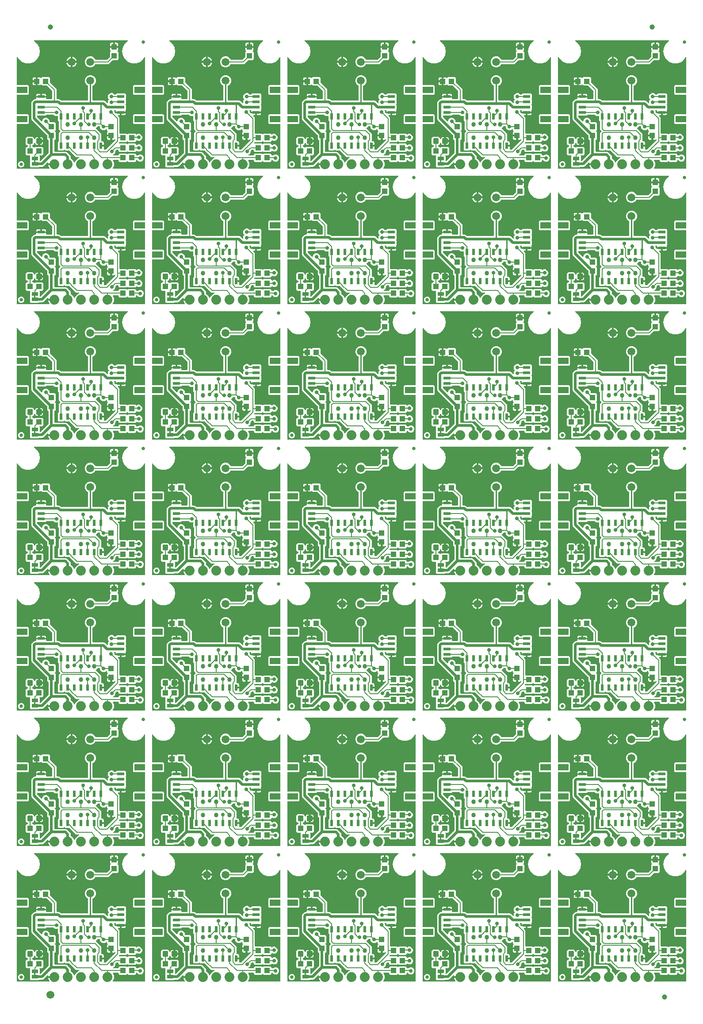
<source format=gtl>
G04 EAGLE Gerber RS-274X export*
G75*
%MOMM*%
%FSLAX34Y34*%
%LPD*%
%INTop Copper*%
%IPPOS*%
%AMOC8*
5,1,8,0,0,1.08239X$1,22.5*%
G01*
%ADD10R,2.000000X1.200000*%
%ADD11R,1.350000X0.600000*%
%ADD12C,0.635000*%
%ADD13C,1.879600*%
%ADD14R,1.000000X1.100000*%
%ADD15R,1.100000X1.000000*%
%ADD16R,0.600000X1.200000*%
%ADD17C,0.863600*%
%ADD18C,0.300000*%
%ADD19C,1.500000*%
%ADD20R,1.270000X0.660400*%
%ADD21C,1.000000*%
%ADD22C,0.736600*%
%ADD23C,0.203200*%
%ADD24C,0.508000*%
%ADD25C,0.254000*%
%ADD26C,0.177800*%

G36*
X65815Y4078D02*
X65815Y4078D01*
X65907Y4081D01*
X65956Y4097D01*
X66006Y4105D01*
X66090Y4142D01*
X66177Y4171D01*
X66219Y4200D01*
X66265Y4221D01*
X66335Y4280D01*
X66411Y4332D01*
X66443Y4372D01*
X66482Y4404D01*
X66533Y4481D01*
X66592Y4552D01*
X66612Y4599D01*
X66640Y4641D01*
X66668Y4729D01*
X66704Y4813D01*
X66710Y4864D01*
X66726Y4912D01*
X66728Y5004D01*
X66739Y5095D01*
X66732Y5146D01*
X66733Y5196D01*
X66710Y5285D01*
X66695Y5376D01*
X66675Y5416D01*
X66661Y5471D01*
X66580Y5608D01*
X66546Y5677D01*
X65989Y6443D01*
X65136Y8117D01*
X64555Y9904D01*
X64434Y10669D01*
X75184Y10669D01*
X75242Y10677D01*
X75300Y10675D01*
X75382Y10697D01*
X75465Y10709D01*
X75519Y10733D01*
X75575Y10747D01*
X75648Y10790D01*
X75725Y10825D01*
X75769Y10863D01*
X75820Y10893D01*
X75877Y10954D01*
X75942Y11009D01*
X75974Y11057D01*
X76014Y11100D01*
X76053Y11175D01*
X76099Y11245D01*
X76117Y11301D01*
X76144Y11353D01*
X76155Y11421D01*
X76185Y11516D01*
X76188Y11616D01*
X76199Y11684D01*
X76199Y13716D01*
X76191Y13774D01*
X76192Y13832D01*
X76171Y13914D01*
X76159Y13997D01*
X76135Y14051D01*
X76121Y14107D01*
X76078Y14180D01*
X76043Y14257D01*
X76005Y14302D01*
X75975Y14352D01*
X75914Y14410D01*
X75859Y14474D01*
X75811Y14506D01*
X75768Y14546D01*
X75693Y14585D01*
X75623Y14631D01*
X75567Y14649D01*
X75515Y14676D01*
X75447Y14687D01*
X75352Y14717D01*
X75252Y14720D01*
X75184Y14731D01*
X64434Y14731D01*
X64507Y15188D01*
X64508Y15297D01*
X64517Y15405D01*
X64511Y15438D01*
X64511Y15472D01*
X64483Y15577D01*
X64461Y15684D01*
X64446Y15714D01*
X64437Y15747D01*
X64381Y15840D01*
X64330Y15936D01*
X64307Y15961D01*
X64290Y15990D01*
X64209Y16064D01*
X64135Y16142D01*
X64105Y16159D01*
X64080Y16182D01*
X63983Y16231D01*
X63889Y16286D01*
X63857Y16294D01*
X63826Y16310D01*
X63719Y16329D01*
X63614Y16356D01*
X63580Y16355D01*
X63547Y16361D01*
X63438Y16351D01*
X63330Y16347D01*
X63298Y16337D01*
X63264Y16333D01*
X63163Y16293D01*
X63059Y16260D01*
X63035Y16242D01*
X63000Y16228D01*
X62826Y16094D01*
X62786Y16065D01*
X55191Y8470D01*
X53137Y7619D01*
X47530Y7619D01*
X47444Y7607D01*
X47356Y7604D01*
X47304Y7587D01*
X47249Y7579D01*
X47169Y7544D01*
X47086Y7517D01*
X47047Y7489D01*
X46989Y7463D01*
X46876Y7367D01*
X46812Y7322D01*
X46348Y6857D01*
X31122Y6857D01*
X29336Y8643D01*
X29336Y17782D01*
X29338Y17784D01*
X29381Y17857D01*
X29431Y17924D01*
X29452Y17979D01*
X29482Y18029D01*
X29503Y18111D01*
X29533Y18190D01*
X29538Y18248D01*
X29552Y18305D01*
X29549Y18389D01*
X29556Y18473D01*
X29545Y18531D01*
X29543Y18589D01*
X29517Y18669D01*
X29500Y18752D01*
X29473Y18804D01*
X29455Y18860D01*
X29415Y18916D01*
X29369Y19004D01*
X29336Y19039D01*
X29336Y28187D01*
X29468Y28318D01*
X29485Y28342D01*
X29508Y28361D01*
X29570Y28455D01*
X29638Y28545D01*
X29649Y28573D01*
X29665Y28597D01*
X29699Y28705D01*
X29740Y28811D01*
X29742Y28840D01*
X29751Y28868D01*
X29754Y28981D01*
X29763Y29094D01*
X29758Y29123D01*
X29758Y29152D01*
X29730Y29262D01*
X29707Y29373D01*
X29694Y29399D01*
X29686Y29427D01*
X29629Y29525D01*
X29576Y29625D01*
X29556Y29647D01*
X29541Y29672D01*
X29458Y29749D01*
X29381Y29831D01*
X29355Y29846D01*
X29334Y29866D01*
X29233Y29918D01*
X29135Y29975D01*
X29107Y29982D01*
X29081Y29996D01*
X29004Y30009D01*
X28860Y30045D01*
X28797Y30043D01*
X28750Y30051D01*
X22837Y30051D01*
X21051Y31837D01*
X21051Y44363D01*
X22837Y46149D01*
X24250Y46149D01*
X24308Y46157D01*
X24366Y46155D01*
X24448Y46177D01*
X24532Y46189D01*
X24585Y46212D01*
X24641Y46227D01*
X24714Y46270D01*
X24791Y46305D01*
X24836Y46343D01*
X24886Y46372D01*
X24944Y46434D01*
X25008Y46488D01*
X25040Y46537D01*
X25080Y46580D01*
X25119Y46655D01*
X25166Y46725D01*
X25183Y46781D01*
X25210Y46833D01*
X25221Y46901D01*
X25251Y46996D01*
X25254Y47096D01*
X25265Y47164D01*
X25265Y48086D01*
X25257Y48144D01*
X25259Y48202D01*
X25237Y48284D01*
X25225Y48368D01*
X25202Y48421D01*
X25187Y48477D01*
X25144Y48550D01*
X25109Y48627D01*
X25071Y48672D01*
X25042Y48722D01*
X24980Y48780D01*
X24926Y48844D01*
X24877Y48876D01*
X24834Y48916D01*
X24759Y48955D01*
X24689Y49002D01*
X24633Y49019D01*
X24581Y49046D01*
X24513Y49057D01*
X24418Y49087D01*
X24318Y49090D01*
X24250Y49101D01*
X23946Y49101D01*
X21281Y51766D01*
X21281Y62534D01*
X23946Y65199D01*
X34714Y65199D01*
X37379Y62534D01*
X37379Y61614D01*
X37380Y61604D01*
X37379Y61595D01*
X37400Y61463D01*
X37419Y61332D01*
X37423Y61324D01*
X37424Y61314D01*
X37481Y61194D01*
X37535Y61073D01*
X37541Y61066D01*
X37545Y61057D01*
X37633Y60957D01*
X37718Y60856D01*
X37727Y60851D01*
X37733Y60843D01*
X37844Y60772D01*
X37955Y60698D01*
X37965Y60696D01*
X37973Y60690D01*
X38099Y60653D01*
X38226Y60613D01*
X38236Y60612D01*
X38245Y60610D01*
X38378Y60609D01*
X38510Y60605D01*
X38520Y60608D01*
X38530Y60608D01*
X38658Y60644D01*
X38785Y60677D01*
X38794Y60682D01*
X38803Y60685D01*
X38917Y60755D01*
X39030Y60822D01*
X39037Y60830D01*
X39045Y60835D01*
X39134Y60933D01*
X39224Y61030D01*
X39229Y61039D01*
X39235Y61046D01*
X39259Y61097D01*
X39354Y61283D01*
X39360Y61318D01*
X39375Y61351D01*
X39605Y62210D01*
X40137Y63131D01*
X40889Y63883D01*
X41810Y64415D01*
X42838Y64691D01*
X44839Y64691D01*
X44839Y58166D01*
X44847Y58108D01*
X44845Y58050D01*
X44867Y57968D01*
X44879Y57885D01*
X44903Y57831D01*
X44917Y57775D01*
X44960Y57702D01*
X44995Y57625D01*
X45033Y57581D01*
X45063Y57530D01*
X45124Y57473D01*
X45179Y57408D01*
X45227Y57376D01*
X45270Y57336D01*
X45345Y57297D01*
X45415Y57251D01*
X45471Y57233D01*
X45523Y57206D01*
X45591Y57195D01*
X45686Y57165D01*
X45786Y57162D01*
X45854Y57151D01*
X46871Y57151D01*
X46871Y57149D01*
X45854Y57149D01*
X45796Y57141D01*
X45738Y57142D01*
X45656Y57121D01*
X45573Y57109D01*
X45519Y57085D01*
X45463Y57071D01*
X45390Y57028D01*
X45313Y56993D01*
X45268Y56955D01*
X45218Y56925D01*
X45160Y56864D01*
X45096Y56809D01*
X45064Y56761D01*
X45024Y56718D01*
X44985Y56643D01*
X44939Y56573D01*
X44921Y56517D01*
X44894Y56465D01*
X44883Y56397D01*
X44853Y56302D01*
X44850Y56202D01*
X44839Y56134D01*
X44839Y49609D01*
X42838Y49609D01*
X41810Y49885D01*
X40889Y50417D01*
X40137Y51169D01*
X39605Y52090D01*
X39375Y52949D01*
X39371Y52958D01*
X39369Y52968D01*
X39315Y53088D01*
X39263Y53210D01*
X39257Y53218D01*
X39253Y53227D01*
X39168Y53328D01*
X39084Y53431D01*
X39076Y53436D01*
X39069Y53444D01*
X38959Y53518D01*
X38850Y53593D01*
X38841Y53596D01*
X38833Y53602D01*
X38706Y53642D01*
X38581Y53684D01*
X38571Y53684D01*
X38562Y53687D01*
X38429Y53691D01*
X38297Y53697D01*
X38287Y53694D01*
X38278Y53695D01*
X38150Y53661D01*
X38021Y53630D01*
X38012Y53625D01*
X38003Y53623D01*
X37890Y53556D01*
X37773Y53490D01*
X37767Y53482D01*
X37758Y53478D01*
X37668Y53381D01*
X37575Y53286D01*
X37570Y53277D01*
X37564Y53270D01*
X37503Y53152D01*
X37441Y53035D01*
X37439Y53026D01*
X37434Y53017D01*
X37425Y52961D01*
X37381Y52757D01*
X37385Y52722D01*
X37379Y52686D01*
X37379Y51766D01*
X34714Y49101D01*
X34410Y49101D01*
X34352Y49093D01*
X34294Y49095D01*
X34212Y49073D01*
X34128Y49061D01*
X34075Y49038D01*
X34019Y49023D01*
X33946Y48980D01*
X33869Y48945D01*
X33824Y48907D01*
X33774Y48878D01*
X33716Y48816D01*
X33652Y48762D01*
X33620Y48713D01*
X33580Y48670D01*
X33541Y48595D01*
X33494Y48525D01*
X33477Y48469D01*
X33450Y48417D01*
X33439Y48349D01*
X33409Y48254D01*
X33406Y48154D01*
X33395Y48086D01*
X33395Y47164D01*
X33403Y47106D01*
X33401Y47048D01*
X33423Y46966D01*
X33435Y46882D01*
X33458Y46829D01*
X33473Y46773D01*
X33516Y46700D01*
X33551Y46623D01*
X33589Y46578D01*
X33618Y46528D01*
X33680Y46470D01*
X33734Y46406D01*
X33783Y46374D01*
X33826Y46334D01*
X33901Y46295D01*
X33971Y46248D01*
X34027Y46231D01*
X34079Y46204D01*
X34147Y46193D01*
X34242Y46163D01*
X34342Y46160D01*
X34410Y46149D01*
X36363Y46149D01*
X37382Y45129D01*
X37429Y45094D01*
X37469Y45052D01*
X37542Y45009D01*
X37609Y44959D01*
X37664Y44938D01*
X37714Y44908D01*
X37796Y44887D01*
X37875Y44857D01*
X37933Y44852D01*
X37990Y44838D01*
X38074Y44841D01*
X38158Y44834D01*
X38216Y44845D01*
X38274Y44847D01*
X38354Y44873D01*
X38437Y44890D01*
X38489Y44917D01*
X38545Y44935D01*
X38601Y44975D01*
X38689Y45021D01*
X38762Y45089D01*
X38818Y45129D01*
X39837Y46149D01*
X53363Y46149D01*
X55149Y44363D01*
X55149Y31837D01*
X53363Y30051D01*
X48720Y30051D01*
X48691Y30047D01*
X48662Y30050D01*
X48551Y30027D01*
X48439Y30011D01*
X48412Y29999D01*
X48383Y29994D01*
X48283Y29942D01*
X48179Y29895D01*
X48157Y29876D01*
X48131Y29863D01*
X48049Y29785D01*
X47962Y29712D01*
X47946Y29687D01*
X47925Y29667D01*
X47867Y29569D01*
X47805Y29475D01*
X47796Y29447D01*
X47781Y29422D01*
X47753Y29312D01*
X47719Y29204D01*
X47718Y29175D01*
X47711Y29146D01*
X47715Y29033D01*
X47712Y28920D01*
X47719Y28891D01*
X47720Y28862D01*
X47755Y28754D01*
X47784Y28645D01*
X47798Y28619D01*
X47808Y28591D01*
X47853Y28527D01*
X47929Y28400D01*
X47974Y28357D01*
X48002Y28318D01*
X48134Y28187D01*
X48134Y19812D01*
X48142Y19754D01*
X48140Y19696D01*
X48162Y19614D01*
X48174Y19530D01*
X48197Y19477D01*
X48212Y19421D01*
X48255Y19348D01*
X48290Y19271D01*
X48328Y19226D01*
X48357Y19176D01*
X48419Y19118D01*
X48473Y19054D01*
X48522Y19022D01*
X48565Y18982D01*
X48640Y18943D01*
X48710Y18896D01*
X48766Y18879D01*
X48818Y18852D01*
X48886Y18841D01*
X48981Y18811D01*
X49081Y18808D01*
X49149Y18797D01*
X49290Y18797D01*
X49377Y18809D01*
X49464Y18812D01*
X49517Y18829D01*
X49572Y18837D01*
X49651Y18872D01*
X49735Y18899D01*
X49774Y18927D01*
X49831Y18953D01*
X49944Y19049D01*
X50008Y19094D01*
X64599Y33685D01*
X64651Y33755D01*
X64711Y33819D01*
X64737Y33868D01*
X64770Y33912D01*
X64801Y33994D01*
X64841Y34072D01*
X64849Y34119D01*
X64871Y34178D01*
X64883Y34326D01*
X64896Y34403D01*
X64896Y58136D01*
X64888Y58194D01*
X64890Y58252D01*
X64868Y58334D01*
X64856Y58418D01*
X64833Y58471D01*
X64818Y58527D01*
X64775Y58600D01*
X64740Y58677D01*
X64702Y58722D01*
X64673Y58772D01*
X64611Y58830D01*
X64557Y58894D01*
X64508Y58926D01*
X64465Y58966D01*
X64390Y59005D01*
X64326Y59048D01*
X62436Y60937D01*
X62436Y67670D01*
X62424Y67756D01*
X62421Y67844D01*
X62404Y67896D01*
X62396Y67951D01*
X62361Y68031D01*
X62334Y68114D01*
X62306Y68153D01*
X62280Y68210D01*
X62184Y68324D01*
X62139Y68387D01*
X32727Y97799D01*
X31876Y99853D01*
X31876Y130652D01*
X32727Y132706D01*
X36759Y136738D01*
X38813Y137589D01*
X40494Y137589D01*
X40552Y137597D01*
X40610Y137595D01*
X40692Y137617D01*
X40776Y137629D01*
X40829Y137652D01*
X40885Y137667D01*
X40958Y137710D01*
X41035Y137745D01*
X41080Y137783D01*
X41130Y137812D01*
X41188Y137874D01*
X41252Y137928D01*
X41284Y137977D01*
X41324Y138020D01*
X41363Y138095D01*
X41410Y138165D01*
X41427Y138221D01*
X41454Y138273D01*
X41465Y138341D01*
X41495Y138436D01*
X41498Y138536D01*
X41509Y138604D01*
X41509Y140501D01*
X50316Y140501D01*
X50374Y140509D01*
X50432Y140507D01*
X50514Y140529D01*
X50597Y140541D01*
X50651Y140564D01*
X50707Y140579D01*
X50780Y140622D01*
X50799Y140631D01*
X50845Y140600D01*
X50901Y140583D01*
X50953Y140556D01*
X51021Y140545D01*
X51116Y140515D01*
X51216Y140512D01*
X51284Y140501D01*
X60091Y140501D01*
X60091Y138604D01*
X60099Y138546D01*
X60097Y138488D01*
X60119Y138406D01*
X60131Y138322D01*
X60154Y138269D01*
X60169Y138213D01*
X60212Y138140D01*
X60247Y138063D01*
X60285Y138018D01*
X60314Y137968D01*
X60376Y137910D01*
X60430Y137846D01*
X60479Y137814D01*
X60522Y137774D01*
X60597Y137735D01*
X60667Y137688D01*
X60723Y137671D01*
X60775Y137644D01*
X60843Y137633D01*
X60938Y137603D01*
X61038Y137600D01*
X61106Y137589D01*
X71120Y137589D01*
X71178Y137597D01*
X71236Y137595D01*
X71318Y137617D01*
X71402Y137629D01*
X71455Y137652D01*
X71511Y137667D01*
X71584Y137710D01*
X71661Y137745D01*
X71706Y137783D01*
X71756Y137812D01*
X71814Y137874D01*
X71878Y137928D01*
X71910Y137977D01*
X71950Y138020D01*
X71989Y138095D01*
X72036Y138165D01*
X72053Y138221D01*
X72080Y138273D01*
X72091Y138341D01*
X72121Y138436D01*
X72124Y138536D01*
X72135Y138604D01*
X72135Y152446D01*
X72123Y152532D01*
X72120Y152620D01*
X72103Y152672D01*
X72095Y152727D01*
X72060Y152807D01*
X72033Y152890D01*
X72005Y152930D01*
X71979Y152987D01*
X71883Y153100D01*
X71838Y153164D01*
X61898Y163104D01*
X61828Y163156D01*
X61764Y163216D01*
X61715Y163242D01*
X61671Y163275D01*
X61589Y163306D01*
X61511Y163346D01*
X61463Y163354D01*
X61405Y163376D01*
X61257Y163388D01*
X61180Y163401D01*
X52537Y163401D01*
X51159Y164780D01*
X51112Y164815D01*
X51072Y164857D01*
X50999Y164900D01*
X50931Y164951D01*
X50877Y164971D01*
X50826Y165001D01*
X50745Y165022D01*
X50666Y165052D01*
X50608Y165057D01*
X50551Y165071D01*
X50466Y165068D01*
X50382Y165075D01*
X50325Y165064D01*
X50267Y165062D01*
X50186Y165036D01*
X50104Y165020D01*
X50052Y164993D01*
X49996Y164975D01*
X49940Y164934D01*
X49851Y164889D01*
X49779Y164820D01*
X49723Y164780D01*
X49360Y164417D01*
X48781Y164082D01*
X48134Y163909D01*
X44331Y163909D01*
X44331Y170434D01*
X44323Y170492D01*
X44324Y170550D01*
X44303Y170632D01*
X44291Y170715D01*
X44267Y170769D01*
X44253Y170825D01*
X44210Y170898D01*
X44175Y170975D01*
X44137Y171019D01*
X44107Y171070D01*
X44046Y171127D01*
X43991Y171192D01*
X43943Y171224D01*
X43900Y171264D01*
X43825Y171303D01*
X43755Y171349D01*
X43699Y171367D01*
X43647Y171394D01*
X43579Y171405D01*
X43484Y171435D01*
X43384Y171438D01*
X43316Y171449D01*
X42299Y171449D01*
X42299Y171451D01*
X43316Y171451D01*
X43374Y171459D01*
X43432Y171458D01*
X43514Y171479D01*
X43597Y171491D01*
X43651Y171515D01*
X43707Y171529D01*
X43780Y171572D01*
X43857Y171607D01*
X43901Y171645D01*
X43952Y171675D01*
X44009Y171736D01*
X44074Y171791D01*
X44106Y171839D01*
X44146Y171882D01*
X44185Y171957D01*
X44231Y172027D01*
X44249Y172083D01*
X44276Y172135D01*
X44287Y172203D01*
X44317Y172298D01*
X44320Y172398D01*
X44331Y172466D01*
X44331Y178991D01*
X48134Y178991D01*
X48781Y178818D01*
X49360Y178483D01*
X49723Y178120D01*
X49770Y178085D01*
X49810Y178043D01*
X49883Y178000D01*
X49950Y177949D01*
X50005Y177928D01*
X50055Y177899D01*
X50137Y177878D01*
X50216Y177848D01*
X50274Y177843D01*
X50331Y177829D01*
X50415Y177832D01*
X50499Y177825D01*
X50556Y177836D01*
X50615Y177838D01*
X50695Y177864D01*
X50778Y177880D01*
X50830Y177907D01*
X50885Y177925D01*
X50942Y177965D01*
X51030Y178011D01*
X51102Y178080D01*
X51159Y178120D01*
X52537Y179499D01*
X66063Y179499D01*
X67849Y177713D01*
X67849Y169070D01*
X67861Y168984D01*
X67864Y168896D01*
X67881Y168843D01*
X67889Y168789D01*
X67924Y168709D01*
X67951Y168626D01*
X67979Y168586D01*
X68005Y168529D01*
X68101Y168416D01*
X68146Y168352D01*
X77586Y158912D01*
X80265Y156234D01*
X80265Y138604D01*
X80273Y138546D01*
X80271Y138488D01*
X80293Y138406D01*
X80305Y138322D01*
X80328Y138269D01*
X80343Y138213D01*
X80386Y138140D01*
X80421Y138063D01*
X80459Y138018D01*
X80488Y137968D01*
X80550Y137910D01*
X80604Y137846D01*
X80653Y137814D01*
X80696Y137774D01*
X80771Y137735D01*
X80841Y137688D01*
X80897Y137671D01*
X80949Y137644D01*
X81017Y137633D01*
X81112Y137603D01*
X81212Y137600D01*
X81280Y137589D01*
X85012Y137589D01*
X87066Y136738D01*
X88933Y134871D01*
X89002Y134819D01*
X89066Y134759D01*
X89116Y134733D01*
X89160Y134700D01*
X89241Y134669D01*
X89319Y134629D01*
X89367Y134621D01*
X89425Y134599D01*
X89573Y134587D01*
X89650Y134574D01*
X139626Y134574D01*
X139684Y134582D01*
X139742Y134580D01*
X139824Y134602D01*
X139908Y134614D01*
X139961Y134637D01*
X140017Y134652D01*
X140090Y134695D01*
X140167Y134730D01*
X140212Y134768D01*
X140262Y134797D01*
X140320Y134859D01*
X140384Y134913D01*
X140416Y134962D01*
X140456Y135005D01*
X140495Y135080D01*
X140542Y135150D01*
X140559Y135206D01*
X140586Y135258D01*
X140597Y135326D01*
X140627Y135421D01*
X140630Y135521D01*
X140641Y135589D01*
X140641Y162233D01*
X140641Y162234D01*
X140641Y162236D01*
X140621Y162376D01*
X140601Y162514D01*
X140601Y162516D01*
X140601Y162517D01*
X140543Y162645D01*
X140485Y162774D01*
X140484Y162775D01*
X140483Y162776D01*
X140393Y162883D01*
X140302Y162991D01*
X140300Y162991D01*
X140299Y162993D01*
X140286Y163001D01*
X140065Y163148D01*
X140036Y163157D01*
X140015Y163171D01*
X138985Y163597D01*
X136017Y166565D01*
X134411Y170442D01*
X134411Y174638D01*
X136017Y178515D01*
X138985Y181483D01*
X142862Y183089D01*
X147058Y183089D01*
X150935Y181483D01*
X153903Y178515D01*
X155509Y174638D01*
X155509Y170442D01*
X153903Y166565D01*
X150935Y163597D01*
X149905Y163171D01*
X149904Y163170D01*
X149903Y163169D01*
X149782Y163098D01*
X149661Y163026D01*
X149660Y163025D01*
X149658Y163024D01*
X149561Y162920D01*
X149465Y162819D01*
X149465Y162818D01*
X149464Y162817D01*
X149399Y162691D01*
X149335Y162567D01*
X149335Y162565D01*
X149334Y162564D01*
X149332Y162549D01*
X149280Y162288D01*
X149283Y162257D01*
X149279Y162233D01*
X149279Y135589D01*
X149287Y135531D01*
X149285Y135473D01*
X149307Y135391D01*
X149319Y135307D01*
X149342Y135254D01*
X149357Y135198D01*
X149400Y135125D01*
X149435Y135048D01*
X149473Y135003D01*
X149502Y134953D01*
X149564Y134895D01*
X149618Y134831D01*
X149667Y134799D01*
X149710Y134759D01*
X149785Y134720D01*
X149855Y134673D01*
X149911Y134656D01*
X149963Y134629D01*
X150031Y134618D01*
X150126Y134588D01*
X150226Y134585D01*
X150294Y134574D01*
X171292Y134574D01*
X173346Y133723D01*
X175061Y132008D01*
X176955Y130114D01*
X176979Y130096D01*
X176998Y130073D01*
X177092Y130011D01*
X177182Y129943D01*
X177210Y129932D01*
X177234Y129916D01*
X177342Y129882D01*
X177448Y129841D01*
X177477Y129839D01*
X177505Y129830D01*
X177619Y129827D01*
X177731Y129818D01*
X177760Y129824D01*
X177789Y129823D01*
X177899Y129851D01*
X178010Y129874D01*
X178036Y129887D01*
X178064Y129895D01*
X178162Y129952D01*
X178262Y130005D01*
X178284Y130025D01*
X178309Y130040D01*
X178386Y130122D01*
X178468Y130200D01*
X178483Y130226D01*
X178503Y130247D01*
X178555Y130348D01*
X178612Y130446D01*
X178619Y130474D01*
X178633Y130500D01*
X178646Y130578D01*
X178682Y130721D01*
X178680Y130784D01*
X178688Y130831D01*
X178688Y132784D01*
X179713Y135258D01*
X180459Y136005D01*
X180495Y136051D01*
X180537Y136092D01*
X180580Y136164D01*
X180630Y136232D01*
X180651Y136286D01*
X180681Y136337D01*
X180702Y136418D01*
X180732Y136497D01*
X180736Y136556D01*
X180751Y136612D01*
X180748Y136697D01*
X180755Y136781D01*
X180744Y136838D01*
X180742Y136897D01*
X180716Y136977D01*
X180699Y137059D01*
X180672Y137111D01*
X180654Y137167D01*
X180614Y137223D01*
X180568Y137312D01*
X180499Y137384D01*
X180459Y137440D01*
X179713Y138187D01*
X178688Y140661D01*
X178688Y143339D01*
X179713Y145813D01*
X181607Y147707D01*
X184081Y148732D01*
X186759Y148732D01*
X189233Y147707D01*
X190578Y146362D01*
X190648Y146310D01*
X190712Y146250D01*
X190761Y146224D01*
X190805Y146191D01*
X190887Y146160D01*
X190965Y146120D01*
X191012Y146112D01*
X191071Y146090D01*
X191219Y146078D01*
X191296Y146065D01*
X192783Y146065D01*
X192869Y146077D01*
X192957Y146080D01*
X193009Y146097D01*
X193064Y146105D01*
X193144Y146140D01*
X193227Y146167D01*
X193266Y146195D01*
X193324Y146221D01*
X193437Y146317D01*
X193501Y146362D01*
X195187Y148049D01*
X211213Y148049D01*
X212999Y146263D01*
X212999Y137737D01*
X212979Y137718D01*
X212944Y137671D01*
X212902Y137631D01*
X212859Y137558D01*
X212809Y137491D01*
X212788Y137436D01*
X212758Y137386D01*
X212737Y137304D01*
X212707Y137225D01*
X212702Y137167D01*
X212688Y137110D01*
X212691Y137026D01*
X212684Y136942D01*
X212695Y136884D01*
X212697Y136826D01*
X212723Y136746D01*
X212740Y136663D01*
X212767Y136611D01*
X212785Y136555D01*
X212825Y136499D01*
X212871Y136411D01*
X212939Y136338D01*
X212979Y136282D01*
X212999Y136263D01*
X212999Y127737D01*
X212979Y127718D01*
X212944Y127671D01*
X212902Y127631D01*
X212859Y127558D01*
X212809Y127491D01*
X212788Y127436D01*
X212758Y127386D01*
X212737Y127304D01*
X212707Y127225D01*
X212702Y127167D01*
X212688Y127110D01*
X212691Y127026D01*
X212684Y126942D01*
X212695Y126884D01*
X212697Y126826D01*
X212723Y126746D01*
X212740Y126663D01*
X212767Y126611D01*
X212785Y126555D01*
X212825Y126499D01*
X212871Y126411D01*
X212939Y126338D01*
X212979Y126282D01*
X212999Y126263D01*
X212999Y117737D01*
X212475Y117213D01*
X212434Y117159D01*
X212385Y117111D01*
X212349Y117046D01*
X212304Y116986D01*
X212280Y116922D01*
X212246Y116863D01*
X212229Y116790D01*
X212203Y116720D01*
X212197Y116652D01*
X212182Y116586D01*
X212185Y116512D01*
X212179Y116437D01*
X212193Y116370D01*
X212196Y116302D01*
X212218Y116243D01*
X212235Y116158D01*
X212288Y116057D01*
X212314Y115988D01*
X212318Y115981D01*
X212491Y115334D01*
X212491Y113499D01*
X203684Y113499D01*
X203626Y113491D01*
X203568Y113493D01*
X203486Y113471D01*
X203403Y113459D01*
X203349Y113436D01*
X203293Y113421D01*
X203220Y113378D01*
X203201Y113369D01*
X203155Y113400D01*
X203099Y113417D01*
X203047Y113444D01*
X202979Y113455D01*
X202884Y113485D01*
X202784Y113488D01*
X202716Y113499D01*
X193909Y113499D01*
X193909Y115396D01*
X193901Y115454D01*
X193903Y115512D01*
X193881Y115594D01*
X193869Y115677D01*
X193846Y115731D01*
X193831Y115787D01*
X193788Y115860D01*
X193753Y115937D01*
X193715Y115982D01*
X193686Y116032D01*
X193624Y116090D01*
X193570Y116154D01*
X193521Y116186D01*
X193478Y116226D01*
X193403Y116265D01*
X193333Y116311D01*
X193277Y116329D01*
X193225Y116356D01*
X193157Y116367D01*
X193062Y116397D01*
X192962Y116400D01*
X192894Y116411D01*
X191555Y116411D01*
X191441Y116395D01*
X191327Y116385D01*
X191301Y116375D01*
X191274Y116371D01*
X191169Y116324D01*
X191062Y116283D01*
X191040Y116267D01*
X191014Y116255D01*
X190927Y116181D01*
X190835Y116112D01*
X190818Y116089D01*
X190797Y116072D01*
X190734Y115976D01*
X190665Y115884D01*
X190655Y115858D01*
X190640Y115835D01*
X190605Y115725D01*
X190565Y115618D01*
X190562Y115590D01*
X190554Y115564D01*
X190551Y115449D01*
X190542Y115335D01*
X190547Y115310D01*
X190547Y115280D01*
X190614Y115023D01*
X190617Y115007D01*
X190882Y114369D01*
X190882Y112467D01*
X190894Y112381D01*
X190897Y112293D01*
X190914Y112241D01*
X190922Y112186D01*
X190957Y112106D01*
X190984Y112023D01*
X191012Y111983D01*
X191038Y111926D01*
X191134Y111813D01*
X191179Y111749D01*
X192176Y110752D01*
X192200Y110735D01*
X192219Y110712D01*
X192313Y110649D01*
X192403Y110581D01*
X192431Y110571D01*
X192455Y110555D01*
X192563Y110520D01*
X192669Y110480D01*
X192698Y110478D01*
X192726Y110469D01*
X192840Y110466D01*
X192952Y110457D01*
X192981Y110462D01*
X193010Y110462D01*
X193120Y110490D01*
X193172Y110501D01*
X201701Y110501D01*
X201701Y106459D01*
X198920Y106459D01*
X198891Y106455D01*
X198861Y106458D01*
X198750Y106435D01*
X198639Y106419D01*
X198612Y106407D01*
X198583Y106402D01*
X198482Y106349D01*
X198379Y106303D01*
X198357Y106284D01*
X198330Y106270D01*
X198248Y106192D01*
X198162Y106120D01*
X198146Y106095D01*
X198124Y106075D01*
X198067Y105977D01*
X198005Y105883D01*
X197996Y105855D01*
X197981Y105829D01*
X197953Y105719D01*
X197919Y105612D01*
X197918Y105582D01*
X197911Y105554D01*
X197914Y105441D01*
X197912Y105328D01*
X197919Y105299D01*
X197920Y105270D01*
X197955Y105162D01*
X197983Y105053D01*
X197998Y105027D01*
X198008Y104999D01*
X198053Y104935D01*
X198129Y104808D01*
X198174Y104765D01*
X198203Y104726D01*
X198237Y104692D01*
X200915Y102014D01*
X200915Y72564D01*
X200923Y72506D01*
X200921Y72448D01*
X200943Y72366D01*
X200955Y72282D01*
X200978Y72229D01*
X200993Y72173D01*
X201036Y72100D01*
X201071Y72023D01*
X201109Y71978D01*
X201138Y71928D01*
X201200Y71870D01*
X201254Y71806D01*
X201303Y71774D01*
X201346Y71734D01*
X201421Y71695D01*
X201491Y71648D01*
X201547Y71631D01*
X201599Y71604D01*
X201667Y71593D01*
X201762Y71563D01*
X201862Y71560D01*
X201930Y71549D01*
X214163Y71549D01*
X215182Y70529D01*
X215229Y70494D01*
X215269Y70452D01*
X215342Y70409D01*
X215409Y70359D01*
X215464Y70338D01*
X215514Y70308D01*
X215596Y70287D01*
X215675Y70257D01*
X215733Y70252D01*
X215790Y70238D01*
X215874Y70241D01*
X215958Y70234D01*
X216016Y70245D01*
X216074Y70247D01*
X216154Y70273D01*
X216237Y70290D01*
X216289Y70317D01*
X216345Y70335D01*
X216401Y70375D01*
X216489Y70421D01*
X216562Y70489D01*
X216618Y70529D01*
X217637Y71549D01*
X231163Y71549D01*
X232626Y70085D01*
X232628Y70084D01*
X232629Y70083D01*
X232742Y69998D01*
X232854Y69914D01*
X232855Y69914D01*
X232856Y69913D01*
X232987Y69864D01*
X233119Y69813D01*
X233121Y69813D01*
X233122Y69812D01*
X233266Y69801D01*
X233403Y69789D01*
X233404Y69790D01*
X233406Y69790D01*
X233421Y69793D01*
X233681Y69845D01*
X233708Y69859D01*
X233733Y69865D01*
X236151Y70867D01*
X238829Y70867D01*
X241303Y69842D01*
X243197Y67948D01*
X244222Y65474D01*
X244222Y62796D01*
X243197Y60322D01*
X241303Y58428D01*
X238829Y57403D01*
X236151Y57403D01*
X234353Y58148D01*
X234241Y58177D01*
X234132Y58212D01*
X234104Y58212D01*
X234077Y58219D01*
X233963Y58216D01*
X233848Y58219D01*
X233821Y58212D01*
X233793Y58211D01*
X233684Y58176D01*
X233573Y58147D01*
X233549Y58133D01*
X233522Y58124D01*
X233427Y58060D01*
X233328Y58002D01*
X233309Y57982D01*
X233286Y57966D01*
X233212Y57878D01*
X233134Y57794D01*
X233121Y57770D01*
X233103Y57749D01*
X233057Y57644D01*
X233004Y57541D01*
X233000Y57517D01*
X232988Y57489D01*
X232954Y57242D01*
X231163Y55451D01*
X217637Y55451D01*
X216618Y56471D01*
X216571Y56506D01*
X216531Y56548D01*
X216458Y56591D01*
X216391Y56641D01*
X216336Y56662D01*
X216286Y56692D01*
X216204Y56713D01*
X216125Y56743D01*
X216067Y56748D01*
X216010Y56762D01*
X215926Y56759D01*
X215842Y56766D01*
X215784Y56755D01*
X215726Y56753D01*
X215646Y56727D01*
X215563Y56710D01*
X215511Y56683D01*
X215455Y56665D01*
X215399Y56625D01*
X215311Y56579D01*
X215238Y56511D01*
X215182Y56471D01*
X214163Y55451D01*
X201320Y55451D01*
X201234Y55439D01*
X201146Y55436D01*
X201094Y55419D01*
X201039Y55411D01*
X200959Y55376D01*
X200876Y55349D01*
X200836Y55321D01*
X200779Y55295D01*
X200666Y55199D01*
X200602Y55154D01*
X199680Y54232D01*
X199663Y54208D01*
X199640Y54189D01*
X199577Y54095D01*
X199509Y54005D01*
X199499Y53977D01*
X199483Y53953D01*
X199448Y53845D01*
X199408Y53739D01*
X199406Y53710D01*
X199397Y53682D01*
X199394Y53568D01*
X199385Y53456D01*
X199390Y53427D01*
X199390Y53398D01*
X199418Y53288D01*
X199440Y53177D01*
X199454Y53151D01*
X199461Y53123D01*
X199519Y53025D01*
X199571Y52925D01*
X199592Y52903D01*
X199607Y52878D01*
X199689Y52801D01*
X199767Y52719D01*
X199793Y52704D01*
X199814Y52684D01*
X199915Y52632D01*
X200013Y52575D01*
X200041Y52568D01*
X200067Y52554D01*
X200144Y52541D01*
X200288Y52505D01*
X200351Y52507D01*
X200398Y52499D01*
X214163Y52499D01*
X215182Y51479D01*
X215229Y51444D01*
X215269Y51402D01*
X215342Y51359D01*
X215409Y51309D01*
X215464Y51288D01*
X215514Y51258D01*
X215596Y51237D01*
X215675Y51207D01*
X215733Y51202D01*
X215790Y51188D01*
X215874Y51191D01*
X215958Y51184D01*
X216016Y51195D01*
X216074Y51197D01*
X216154Y51223D01*
X216237Y51240D01*
X216289Y51267D01*
X216345Y51285D01*
X216401Y51325D01*
X216489Y51371D01*
X216562Y51439D01*
X216618Y51479D01*
X217637Y52499D01*
X231163Y52499D01*
X232949Y50713D01*
X232949Y50477D01*
X232965Y50363D01*
X232975Y50249D01*
X232985Y50223D01*
X232989Y50195D01*
X233036Y50090D01*
X233077Y49983D01*
X233093Y49961D01*
X233105Y49936D01*
X233179Y49848D01*
X233248Y49757D01*
X233271Y49740D01*
X233288Y49719D01*
X233384Y49655D01*
X233476Y49586D01*
X233502Y49577D01*
X233525Y49561D01*
X233635Y49527D01*
X233742Y49486D01*
X233770Y49484D01*
X233796Y49475D01*
X233911Y49472D01*
X234025Y49463D01*
X234050Y49469D01*
X234080Y49468D01*
X234337Y49535D01*
X234353Y49539D01*
X236786Y50547D01*
X239464Y50547D01*
X241938Y49522D01*
X243832Y47628D01*
X244857Y45154D01*
X244857Y42476D01*
X243832Y40002D01*
X241938Y38108D01*
X239464Y37083D01*
X236786Y37083D01*
X234312Y38108D01*
X234309Y38111D01*
X234262Y38146D01*
X234222Y38189D01*
X234149Y38232D01*
X234081Y38282D01*
X234027Y38303D01*
X233976Y38333D01*
X233895Y38353D01*
X233816Y38383D01*
X233757Y38388D01*
X233701Y38403D01*
X233616Y38400D01*
X233532Y38407D01*
X233475Y38395D01*
X233417Y38394D01*
X233336Y38368D01*
X233254Y38351D01*
X233202Y38324D01*
X233146Y38306D01*
X233090Y38266D01*
X233001Y38220D01*
X232929Y38151D01*
X232873Y38111D01*
X231163Y36401D01*
X217637Y36401D01*
X216618Y37421D01*
X216571Y37456D01*
X216531Y37498D01*
X216458Y37541D01*
X216391Y37591D01*
X216336Y37612D01*
X216286Y37642D01*
X216204Y37663D01*
X216125Y37693D01*
X216067Y37698D01*
X216010Y37712D01*
X215926Y37709D01*
X215842Y37716D01*
X215784Y37705D01*
X215726Y37703D01*
X215646Y37677D01*
X215563Y37660D01*
X215511Y37633D01*
X215455Y37615D01*
X215399Y37575D01*
X215311Y37529D01*
X215238Y37461D01*
X215182Y37421D01*
X214163Y36401D01*
X200637Y36401D01*
X198851Y38187D01*
X198851Y39370D01*
X198843Y39428D01*
X198845Y39486D01*
X198823Y39568D01*
X198811Y39652D01*
X198788Y39705D01*
X198773Y39761D01*
X198730Y39834D01*
X198695Y39911D01*
X198657Y39956D01*
X198628Y40006D01*
X198566Y40064D01*
X198512Y40128D01*
X198463Y40160D01*
X198420Y40200D01*
X198345Y40239D01*
X198275Y40286D01*
X198219Y40303D01*
X198167Y40330D01*
X198099Y40341D01*
X198004Y40371D01*
X197904Y40374D01*
X197836Y40385D01*
X195414Y40385D01*
X195327Y40373D01*
X195240Y40370D01*
X195187Y40353D01*
X195133Y40345D01*
X195053Y40310D01*
X194970Y40283D01*
X194930Y40255D01*
X194873Y40229D01*
X194760Y40133D01*
X194696Y40088D01*
X193465Y38857D01*
X193413Y38787D01*
X193353Y38723D01*
X193327Y38674D01*
X193294Y38630D01*
X193263Y38548D01*
X193223Y38470D01*
X193215Y38422D01*
X193193Y38364D01*
X193181Y38216D01*
X193168Y38139D01*
X193168Y36237D01*
X192143Y33763D01*
X190249Y31869D01*
X189160Y31418D01*
X189086Y31374D01*
X189007Y31339D01*
X188964Y31302D01*
X188915Y31273D01*
X188856Y31211D01*
X188790Y31155D01*
X188759Y31108D01*
X188720Y31067D01*
X188680Y30990D01*
X188633Y30919D01*
X188616Y30865D01*
X188589Y30814D01*
X188573Y30730D01*
X188547Y30648D01*
X188545Y30591D01*
X188534Y30535D01*
X188542Y30450D01*
X188540Y30364D01*
X188554Y30309D01*
X188559Y30252D01*
X188590Y30171D01*
X188611Y30089D01*
X188640Y30040D01*
X188661Y29987D01*
X188713Y29918D01*
X188757Y29844D01*
X188798Y29805D01*
X188833Y29760D01*
X188901Y29708D01*
X188964Y29650D01*
X189015Y29624D01*
X189060Y29590D01*
X189141Y29559D01*
X189217Y29520D01*
X189266Y29512D01*
X189326Y29489D01*
X189471Y29478D01*
X189548Y29465D01*
X197836Y29465D01*
X197894Y29473D01*
X197952Y29471D01*
X198034Y29493D01*
X198118Y29505D01*
X198171Y29528D01*
X198227Y29543D01*
X198300Y29586D01*
X198377Y29621D01*
X198422Y29659D01*
X198472Y29688D01*
X198530Y29750D01*
X198594Y29804D01*
X198626Y29853D01*
X198666Y29896D01*
X198705Y29971D01*
X198752Y30041D01*
X198769Y30097D01*
X198796Y30149D01*
X198807Y30217D01*
X198837Y30312D01*
X198840Y30412D01*
X198851Y30480D01*
X198851Y31663D01*
X200637Y33449D01*
X214163Y33449D01*
X215182Y32429D01*
X215229Y32394D01*
X215269Y32352D01*
X215342Y32309D01*
X215409Y32259D01*
X215464Y32238D01*
X215514Y32208D01*
X215596Y32187D01*
X215675Y32157D01*
X215733Y32152D01*
X215790Y32138D01*
X215874Y32141D01*
X215958Y32134D01*
X216016Y32145D01*
X216074Y32147D01*
X216154Y32173D01*
X216237Y32190D01*
X216289Y32217D01*
X216345Y32235D01*
X216401Y32275D01*
X216489Y32321D01*
X216562Y32389D01*
X216618Y32429D01*
X217637Y33449D01*
X231163Y33449D01*
X232949Y31663D01*
X232949Y30480D01*
X232957Y30422D01*
X232955Y30364D01*
X232977Y30282D01*
X232989Y30198D01*
X233012Y30145D01*
X233027Y30089D01*
X233070Y30016D01*
X233105Y29939D01*
X233143Y29894D01*
X233172Y29844D01*
X233234Y29786D01*
X233288Y29722D01*
X233337Y29690D01*
X233380Y29650D01*
X233455Y29611D01*
X233525Y29564D01*
X233581Y29547D01*
X233633Y29520D01*
X233701Y29509D01*
X233796Y29479D01*
X233896Y29476D01*
X233964Y29465D01*
X235424Y29465D01*
X235511Y29477D01*
X235598Y29480D01*
X235651Y29497D01*
X235706Y29505D01*
X235785Y29540D01*
X235869Y29567D01*
X235908Y29595D01*
X235965Y29621D01*
X236078Y29717D01*
X236142Y29762D01*
X236852Y30472D01*
X239326Y31497D01*
X242004Y31497D01*
X244478Y30472D01*
X246372Y28578D01*
X247397Y26104D01*
X247397Y23426D01*
X246372Y20952D01*
X244478Y19058D01*
X242004Y18033D01*
X239326Y18033D01*
X236852Y19058D01*
X234872Y21038D01*
X234802Y21090D01*
X234738Y21150D01*
X234689Y21176D01*
X234645Y21209D01*
X234563Y21240D01*
X234485Y21280D01*
X234438Y21288D01*
X234379Y21310D01*
X234231Y21322D01*
X234154Y21335D01*
X233964Y21335D01*
X233906Y21327D01*
X233848Y21329D01*
X233766Y21307D01*
X233682Y21295D01*
X233629Y21272D01*
X233573Y21257D01*
X233500Y21214D01*
X233423Y21179D01*
X233378Y21141D01*
X233328Y21112D01*
X233270Y21050D01*
X233206Y20996D01*
X233174Y20947D01*
X233134Y20904D01*
X233095Y20829D01*
X233048Y20759D01*
X233031Y20703D01*
X233004Y20651D01*
X232993Y20583D01*
X232963Y20488D01*
X232960Y20388D01*
X232949Y20320D01*
X232949Y19137D01*
X231163Y17351D01*
X217637Y17351D01*
X216618Y18371D01*
X216571Y18406D01*
X216531Y18448D01*
X216458Y18491D01*
X216391Y18541D01*
X216336Y18562D01*
X216286Y18592D01*
X216204Y18613D01*
X216125Y18643D01*
X216067Y18648D01*
X216010Y18662D01*
X215926Y18659D01*
X215842Y18666D01*
X215784Y18655D01*
X215726Y18653D01*
X215646Y18627D01*
X215563Y18610D01*
X215511Y18583D01*
X215455Y18565D01*
X215399Y18525D01*
X215311Y18479D01*
X215238Y18411D01*
X215182Y18371D01*
X214163Y17351D01*
X200637Y17351D01*
X198851Y19137D01*
X198851Y20320D01*
X198843Y20376D01*
X198845Y20425D01*
X198844Y20426D01*
X198845Y20436D01*
X198823Y20518D01*
X198811Y20602D01*
X198788Y20655D01*
X198773Y20711D01*
X198730Y20784D01*
X198695Y20861D01*
X198657Y20906D01*
X198628Y20956D01*
X198566Y21014D01*
X198512Y21078D01*
X198463Y21110D01*
X198420Y21150D01*
X198345Y21189D01*
X198275Y21236D01*
X198219Y21253D01*
X198167Y21280D01*
X198099Y21291D01*
X198004Y21321D01*
X197904Y21324D01*
X197836Y21335D01*
X189215Y21335D01*
X189101Y21319D01*
X188987Y21309D01*
X188961Y21299D01*
X188933Y21295D01*
X188828Y21248D01*
X188721Y21207D01*
X188699Y21191D01*
X188674Y21179D01*
X188586Y21105D01*
X188495Y21036D01*
X188478Y21013D01*
X188457Y20996D01*
X188393Y20900D01*
X188324Y20808D01*
X188315Y20782D01*
X188299Y20759D01*
X188265Y20649D01*
X188224Y20542D01*
X188222Y20514D01*
X188214Y20488D01*
X188211Y20373D01*
X188201Y20259D01*
X188207Y20234D01*
X188206Y20204D01*
X188273Y19947D01*
X188277Y19931D01*
X190247Y15176D01*
X190247Y10224D01*
X188277Y5469D01*
X188248Y5357D01*
X188214Y5248D01*
X188213Y5220D01*
X188206Y5193D01*
X188209Y5079D01*
X188206Y4964D01*
X188213Y4937D01*
X188214Y4909D01*
X188249Y4800D01*
X188278Y4689D01*
X188292Y4665D01*
X188301Y4638D01*
X188365Y4543D01*
X188423Y4444D01*
X188444Y4425D01*
X188459Y4402D01*
X188547Y4328D01*
X188631Y4250D01*
X188655Y4237D01*
X188677Y4219D01*
X188781Y4173D01*
X188884Y4120D01*
X188908Y4116D01*
X188936Y4104D01*
X189200Y4067D01*
X189215Y4065D01*
X248920Y4065D01*
X248978Y4073D01*
X249036Y4071D01*
X249118Y4093D01*
X249202Y4105D01*
X249255Y4128D01*
X249311Y4143D01*
X249384Y4186D01*
X249461Y4221D01*
X249506Y4259D01*
X249556Y4288D01*
X249614Y4350D01*
X249678Y4404D01*
X249710Y4453D01*
X249750Y4496D01*
X249789Y4571D01*
X249836Y4641D01*
X249853Y4697D01*
X249880Y4749D01*
X249891Y4817D01*
X249921Y4912D01*
X249924Y5012D01*
X249935Y5080D01*
X249935Y88936D01*
X249927Y88994D01*
X249929Y89052D01*
X249907Y89134D01*
X249895Y89218D01*
X249872Y89271D01*
X249857Y89327D01*
X249814Y89400D01*
X249779Y89477D01*
X249741Y89522D01*
X249712Y89572D01*
X249650Y89630D01*
X249596Y89694D01*
X249547Y89726D01*
X249504Y89766D01*
X249429Y89805D01*
X249359Y89852D01*
X249303Y89869D01*
X249251Y89896D01*
X249183Y89907D01*
X249088Y89937D01*
X248988Y89940D01*
X248920Y89951D01*
X228687Y89951D01*
X226901Y91737D01*
X226901Y106263D01*
X228687Y108049D01*
X248920Y108049D01*
X248978Y108057D01*
X249036Y108055D01*
X249118Y108077D01*
X249202Y108089D01*
X249255Y108112D01*
X249311Y108127D01*
X249384Y108170D01*
X249461Y108205D01*
X249506Y108243D01*
X249556Y108272D01*
X249614Y108334D01*
X249678Y108388D01*
X249710Y108437D01*
X249750Y108480D01*
X249789Y108555D01*
X249836Y108625D01*
X249853Y108681D01*
X249880Y108733D01*
X249891Y108801D01*
X249921Y108896D01*
X249924Y108996D01*
X249935Y109064D01*
X249935Y144936D01*
X249927Y144994D01*
X249929Y145052D01*
X249907Y145134D01*
X249895Y145218D01*
X249872Y145271D01*
X249857Y145327D01*
X249814Y145400D01*
X249779Y145477D01*
X249741Y145522D01*
X249712Y145572D01*
X249650Y145630D01*
X249596Y145694D01*
X249547Y145726D01*
X249504Y145766D01*
X249429Y145805D01*
X249359Y145852D01*
X249303Y145869D01*
X249251Y145896D01*
X249183Y145907D01*
X249088Y145937D01*
X248988Y145940D01*
X248920Y145951D01*
X228687Y145951D01*
X226901Y147737D01*
X226901Y162263D01*
X228687Y164049D01*
X248920Y164049D01*
X248978Y164057D01*
X249036Y164055D01*
X249118Y164077D01*
X249202Y164089D01*
X249255Y164112D01*
X249311Y164127D01*
X249384Y164170D01*
X249461Y164205D01*
X249506Y164243D01*
X249556Y164272D01*
X249614Y164334D01*
X249678Y164388D01*
X249710Y164437D01*
X249750Y164480D01*
X249789Y164555D01*
X249836Y164625D01*
X249853Y164681D01*
X249880Y164733D01*
X249891Y164801D01*
X249921Y164896D01*
X249924Y164996D01*
X249935Y165064D01*
X249935Y216551D01*
X249933Y216571D01*
X249935Y216590D01*
X249913Y216711D01*
X249895Y216833D01*
X249887Y216851D01*
X249884Y216870D01*
X249829Y216980D01*
X249779Y217092D01*
X249767Y217107D01*
X249758Y217125D01*
X249675Y217216D01*
X249596Y217309D01*
X249579Y217320D01*
X249566Y217335D01*
X249461Y217399D01*
X249359Y217467D01*
X249340Y217473D01*
X249324Y217483D01*
X249205Y217516D01*
X249088Y217553D01*
X249068Y217553D01*
X249049Y217558D01*
X248927Y217557D01*
X248804Y217560D01*
X248785Y217555D01*
X248765Y217555D01*
X248647Y217519D01*
X248529Y217488D01*
X248512Y217478D01*
X248493Y217472D01*
X248390Y217406D01*
X248284Y217343D01*
X248271Y217329D01*
X248254Y217318D01*
X248208Y217261D01*
X248090Y217136D01*
X248066Y217090D01*
X248041Y217059D01*
X246185Y213844D01*
X240078Y208720D01*
X232586Y205993D01*
X224614Y205993D01*
X217122Y208720D01*
X211015Y213844D01*
X207029Y220749D01*
X205645Y228600D01*
X207029Y236451D01*
X211015Y243356D01*
X216720Y248142D01*
X216769Y248197D01*
X216825Y248245D01*
X216864Y248302D01*
X216910Y248354D01*
X216942Y248420D01*
X216983Y248481D01*
X217004Y248547D01*
X217034Y248610D01*
X217046Y248682D01*
X217068Y248752D01*
X217070Y248821D01*
X217082Y248890D01*
X217074Y248963D01*
X217076Y249036D01*
X217058Y249103D01*
X217051Y249172D01*
X217023Y249240D01*
X217004Y249311D01*
X216969Y249371D01*
X216942Y249435D01*
X216896Y249493D01*
X216859Y249556D01*
X216808Y249603D01*
X216765Y249657D01*
X216705Y249700D01*
X216651Y249750D01*
X216590Y249782D01*
X216533Y249822D01*
X216464Y249846D01*
X216398Y249880D01*
X216340Y249890D01*
X216265Y249916D01*
X216143Y249923D01*
X216067Y249935D01*
X37933Y249935D01*
X37860Y249925D01*
X37786Y249925D01*
X37720Y249905D01*
X37651Y249895D01*
X37584Y249865D01*
X37514Y249845D01*
X37455Y249808D01*
X37392Y249779D01*
X37336Y249732D01*
X37274Y249692D01*
X37228Y249640D01*
X37175Y249596D01*
X37134Y249534D01*
X37085Y249479D01*
X37056Y249417D01*
X37017Y249359D01*
X36995Y249289D01*
X36964Y249222D01*
X36952Y249154D01*
X36932Y249088D01*
X36930Y249014D01*
X36918Y248942D01*
X36926Y248873D01*
X36924Y248804D01*
X36943Y248733D01*
X36952Y248659D01*
X36979Y248596D01*
X36996Y248529D01*
X37034Y248465D01*
X37062Y248398D01*
X37101Y248353D01*
X37141Y248284D01*
X37231Y248200D01*
X37280Y248142D01*
X42985Y243356D01*
X46971Y236451D01*
X48355Y228600D01*
X46971Y220749D01*
X42985Y213845D01*
X36878Y208720D01*
X29386Y205993D01*
X21414Y205993D01*
X13922Y208720D01*
X7815Y213844D01*
X5959Y217059D01*
X5947Y217074D01*
X5939Y217092D01*
X5860Y217186D01*
X5784Y217283D01*
X5768Y217294D01*
X5755Y217309D01*
X5653Y217378D01*
X5554Y217449D01*
X5535Y217456D01*
X5519Y217467D01*
X5401Y217504D01*
X5286Y217546D01*
X5266Y217547D01*
X5248Y217553D01*
X5125Y217556D01*
X5002Y217564D01*
X4983Y217559D01*
X4964Y217560D01*
X4845Y217529D01*
X4725Y217502D01*
X4707Y217493D01*
X4689Y217488D01*
X4583Y217426D01*
X4475Y217367D01*
X4461Y217353D01*
X4444Y217343D01*
X4360Y217253D01*
X4273Y217167D01*
X4263Y217150D01*
X4250Y217136D01*
X4194Y217026D01*
X4134Y216919D01*
X4129Y216900D01*
X4120Y216882D01*
X4108Y216810D01*
X4069Y216642D01*
X4071Y216591D01*
X4065Y216551D01*
X4065Y165064D01*
X4073Y165006D01*
X4071Y164948D01*
X4093Y164866D01*
X4105Y164782D01*
X4128Y164729D01*
X4143Y164673D01*
X4186Y164600D01*
X4221Y164523D01*
X4259Y164478D01*
X4288Y164428D01*
X4350Y164370D01*
X4404Y164306D01*
X4453Y164274D01*
X4496Y164234D01*
X4571Y164195D01*
X4641Y164148D01*
X4697Y164131D01*
X4749Y164104D01*
X4817Y164093D01*
X4912Y164063D01*
X5012Y164060D01*
X5080Y164049D01*
X25313Y164049D01*
X27099Y162263D01*
X27099Y147737D01*
X25313Y145951D01*
X5080Y145951D01*
X5022Y145943D01*
X4964Y145945D01*
X4882Y145923D01*
X4798Y145911D01*
X4745Y145888D01*
X4689Y145873D01*
X4616Y145830D01*
X4539Y145795D01*
X4494Y145757D01*
X4444Y145728D01*
X4386Y145666D01*
X4322Y145612D01*
X4290Y145563D01*
X4250Y145520D01*
X4211Y145445D01*
X4164Y145375D01*
X4147Y145319D01*
X4120Y145267D01*
X4109Y145199D01*
X4079Y145104D01*
X4076Y145004D01*
X4065Y144936D01*
X4065Y109064D01*
X4073Y109006D01*
X4071Y108948D01*
X4093Y108866D01*
X4105Y108782D01*
X4128Y108729D01*
X4143Y108673D01*
X4186Y108600D01*
X4221Y108523D01*
X4259Y108478D01*
X4288Y108428D01*
X4350Y108370D01*
X4404Y108306D01*
X4453Y108274D01*
X4496Y108234D01*
X4571Y108195D01*
X4641Y108148D01*
X4697Y108131D01*
X4749Y108104D01*
X4817Y108093D01*
X4912Y108063D01*
X5012Y108060D01*
X5080Y108049D01*
X25313Y108049D01*
X27099Y106263D01*
X27099Y91737D01*
X25313Y89951D01*
X5080Y89951D01*
X5022Y89943D01*
X4964Y89945D01*
X4882Y89923D01*
X4798Y89911D01*
X4745Y89888D01*
X4689Y89873D01*
X4616Y89830D01*
X4539Y89795D01*
X4494Y89757D01*
X4444Y89728D01*
X4386Y89666D01*
X4322Y89612D01*
X4290Y89563D01*
X4250Y89520D01*
X4211Y89445D01*
X4164Y89375D01*
X4147Y89319D01*
X4120Y89267D01*
X4109Y89199D01*
X4079Y89104D01*
X4076Y89004D01*
X4065Y88936D01*
X4065Y5080D01*
X4073Y5022D01*
X4071Y4964D01*
X4093Y4882D01*
X4105Y4798D01*
X4128Y4745D01*
X4143Y4689D01*
X4186Y4616D01*
X4221Y4539D01*
X4259Y4494D01*
X4288Y4444D01*
X4350Y4386D01*
X4404Y4322D01*
X4453Y4290D01*
X4496Y4250D01*
X4571Y4211D01*
X4641Y4164D01*
X4697Y4147D01*
X4749Y4120D01*
X4817Y4109D01*
X4912Y4079D01*
X5012Y4076D01*
X5080Y4065D01*
X65724Y4065D01*
X65815Y4078D01*
G37*
G36*
X324895Y1040398D02*
X324895Y1040398D01*
X324987Y1040401D01*
X325036Y1040417D01*
X325086Y1040425D01*
X325170Y1040462D01*
X325257Y1040491D01*
X325299Y1040520D01*
X325345Y1040541D01*
X325415Y1040600D01*
X325491Y1040652D01*
X325523Y1040692D01*
X325562Y1040724D01*
X325613Y1040801D01*
X325672Y1040872D01*
X325692Y1040919D01*
X325720Y1040961D01*
X325748Y1041049D01*
X325784Y1041133D01*
X325790Y1041184D01*
X325806Y1041232D01*
X325808Y1041324D01*
X325819Y1041415D01*
X325812Y1041466D01*
X325813Y1041516D01*
X325790Y1041605D01*
X325775Y1041696D01*
X325755Y1041736D01*
X325741Y1041791D01*
X325660Y1041928D01*
X325626Y1041997D01*
X325069Y1042763D01*
X324216Y1044437D01*
X323635Y1046224D01*
X323514Y1046989D01*
X334264Y1046989D01*
X334322Y1046997D01*
X334380Y1046995D01*
X334462Y1047017D01*
X334545Y1047029D01*
X334599Y1047053D01*
X334655Y1047067D01*
X334728Y1047110D01*
X334805Y1047145D01*
X334849Y1047183D01*
X334900Y1047213D01*
X334957Y1047274D01*
X335022Y1047329D01*
X335054Y1047377D01*
X335094Y1047420D01*
X335133Y1047495D01*
X335179Y1047565D01*
X335197Y1047621D01*
X335224Y1047673D01*
X335235Y1047741D01*
X335265Y1047836D01*
X335268Y1047936D01*
X335279Y1048004D01*
X335279Y1050036D01*
X335271Y1050094D01*
X335272Y1050152D01*
X335251Y1050234D01*
X335239Y1050317D01*
X335215Y1050371D01*
X335201Y1050427D01*
X335158Y1050500D01*
X335123Y1050577D01*
X335085Y1050622D01*
X335055Y1050672D01*
X334994Y1050730D01*
X334939Y1050794D01*
X334891Y1050826D01*
X334848Y1050866D01*
X334773Y1050905D01*
X334703Y1050951D01*
X334647Y1050969D01*
X334595Y1050996D01*
X334527Y1051007D01*
X334432Y1051037D01*
X334332Y1051040D01*
X334264Y1051051D01*
X323514Y1051051D01*
X323587Y1051508D01*
X323588Y1051617D01*
X323597Y1051725D01*
X323591Y1051758D01*
X323591Y1051792D01*
X323563Y1051897D01*
X323541Y1052004D01*
X323526Y1052034D01*
X323517Y1052067D01*
X323461Y1052160D01*
X323410Y1052256D01*
X323387Y1052281D01*
X323370Y1052310D01*
X323289Y1052384D01*
X323215Y1052462D01*
X323185Y1052479D01*
X323160Y1052502D01*
X323063Y1052551D01*
X322969Y1052606D01*
X322937Y1052614D01*
X322906Y1052630D01*
X322799Y1052649D01*
X322694Y1052676D01*
X322660Y1052675D01*
X322627Y1052681D01*
X322518Y1052671D01*
X322410Y1052667D01*
X322378Y1052657D01*
X322344Y1052653D01*
X322243Y1052613D01*
X322139Y1052580D01*
X322115Y1052562D01*
X322080Y1052548D01*
X321906Y1052414D01*
X321866Y1052385D01*
X314271Y1044790D01*
X312217Y1043939D01*
X306610Y1043939D01*
X306524Y1043927D01*
X306436Y1043924D01*
X306384Y1043907D01*
X306329Y1043899D01*
X306249Y1043864D01*
X306166Y1043837D01*
X306126Y1043809D01*
X306069Y1043783D01*
X305956Y1043687D01*
X305892Y1043642D01*
X305428Y1043177D01*
X290202Y1043177D01*
X288416Y1044963D01*
X288416Y1054102D01*
X288418Y1054104D01*
X288461Y1054177D01*
X288511Y1054244D01*
X288532Y1054299D01*
X288562Y1054349D01*
X288583Y1054431D01*
X288613Y1054510D01*
X288618Y1054568D01*
X288632Y1054625D01*
X288629Y1054709D01*
X288636Y1054793D01*
X288625Y1054851D01*
X288623Y1054909D01*
X288597Y1054989D01*
X288580Y1055072D01*
X288553Y1055124D01*
X288535Y1055180D01*
X288495Y1055236D01*
X288449Y1055324D01*
X288416Y1055359D01*
X288416Y1064507D01*
X288548Y1064638D01*
X288565Y1064662D01*
X288588Y1064681D01*
X288650Y1064775D01*
X288718Y1064865D01*
X288729Y1064893D01*
X288745Y1064917D01*
X288779Y1065025D01*
X288820Y1065131D01*
X288822Y1065160D01*
X288831Y1065188D01*
X288834Y1065301D01*
X288843Y1065414D01*
X288838Y1065443D01*
X288838Y1065472D01*
X288810Y1065582D01*
X288787Y1065693D01*
X288774Y1065719D01*
X288766Y1065747D01*
X288709Y1065845D01*
X288656Y1065945D01*
X288636Y1065967D01*
X288621Y1065992D01*
X288538Y1066069D01*
X288461Y1066151D01*
X288435Y1066166D01*
X288414Y1066186D01*
X288313Y1066238D01*
X288215Y1066295D01*
X288187Y1066302D01*
X288161Y1066316D01*
X288084Y1066329D01*
X287940Y1066365D01*
X287877Y1066363D01*
X287830Y1066371D01*
X281917Y1066371D01*
X280131Y1068157D01*
X280131Y1080683D01*
X281917Y1082469D01*
X283330Y1082469D01*
X283388Y1082477D01*
X283446Y1082475D01*
X283528Y1082497D01*
X283612Y1082509D01*
X283665Y1082532D01*
X283721Y1082547D01*
X283794Y1082590D01*
X283871Y1082625D01*
X283916Y1082663D01*
X283966Y1082692D01*
X284024Y1082754D01*
X284088Y1082808D01*
X284120Y1082857D01*
X284160Y1082900D01*
X284199Y1082975D01*
X284246Y1083045D01*
X284263Y1083101D01*
X284290Y1083153D01*
X284301Y1083221D01*
X284331Y1083316D01*
X284334Y1083416D01*
X284345Y1083484D01*
X284345Y1084406D01*
X284337Y1084464D01*
X284339Y1084522D01*
X284317Y1084604D01*
X284305Y1084688D01*
X284282Y1084741D01*
X284267Y1084797D01*
X284224Y1084870D01*
X284189Y1084947D01*
X284151Y1084992D01*
X284122Y1085042D01*
X284060Y1085100D01*
X284006Y1085164D01*
X283957Y1085196D01*
X283914Y1085236D01*
X283839Y1085275D01*
X283769Y1085322D01*
X283713Y1085339D01*
X283661Y1085366D01*
X283593Y1085377D01*
X283498Y1085407D01*
X283398Y1085410D01*
X283330Y1085421D01*
X283026Y1085421D01*
X280361Y1088086D01*
X280361Y1098854D01*
X283026Y1101519D01*
X293794Y1101519D01*
X296459Y1098854D01*
X296459Y1097934D01*
X296460Y1097924D01*
X296459Y1097915D01*
X296480Y1097784D01*
X296499Y1097653D01*
X296503Y1097644D01*
X296504Y1097634D01*
X296560Y1097514D01*
X296615Y1097393D01*
X296621Y1097386D01*
X296625Y1097377D01*
X296713Y1097277D01*
X296798Y1097176D01*
X296807Y1097171D01*
X296813Y1097163D01*
X296925Y1097092D01*
X297035Y1097019D01*
X297044Y1097016D01*
X297053Y1097010D01*
X297179Y1096973D01*
X297306Y1096933D01*
X297316Y1096932D01*
X297325Y1096930D01*
X297458Y1096929D01*
X297590Y1096925D01*
X297600Y1096928D01*
X297610Y1096928D01*
X297738Y1096964D01*
X297865Y1096997D01*
X297874Y1097002D01*
X297883Y1097005D01*
X297996Y1097075D01*
X298110Y1097143D01*
X298117Y1097150D01*
X298125Y1097155D01*
X298214Y1097253D01*
X298304Y1097350D01*
X298309Y1097359D01*
X298315Y1097366D01*
X298339Y1097417D01*
X298434Y1097603D01*
X298440Y1097638D01*
X298455Y1097671D01*
X298685Y1098530D01*
X299217Y1099451D01*
X299969Y1100203D01*
X300890Y1100735D01*
X301918Y1101011D01*
X303919Y1101011D01*
X303919Y1094486D01*
X303927Y1094428D01*
X303925Y1094370D01*
X303947Y1094288D01*
X303959Y1094205D01*
X303983Y1094151D01*
X303997Y1094095D01*
X304040Y1094022D01*
X304075Y1093945D01*
X304113Y1093901D01*
X304143Y1093850D01*
X304204Y1093793D01*
X304259Y1093728D01*
X304307Y1093696D01*
X304350Y1093656D01*
X304425Y1093617D01*
X304495Y1093571D01*
X304551Y1093553D01*
X304603Y1093526D01*
X304671Y1093515D01*
X304766Y1093485D01*
X304866Y1093482D01*
X304934Y1093471D01*
X305951Y1093471D01*
X305951Y1093469D01*
X304934Y1093469D01*
X304876Y1093461D01*
X304818Y1093462D01*
X304736Y1093441D01*
X304653Y1093429D01*
X304599Y1093405D01*
X304543Y1093391D01*
X304470Y1093348D01*
X304393Y1093313D01*
X304348Y1093275D01*
X304298Y1093245D01*
X304240Y1093184D01*
X304176Y1093129D01*
X304144Y1093081D01*
X304104Y1093038D01*
X304065Y1092963D01*
X304019Y1092893D01*
X304001Y1092837D01*
X303974Y1092785D01*
X303963Y1092717D01*
X303933Y1092622D01*
X303930Y1092522D01*
X303919Y1092454D01*
X303919Y1085929D01*
X301918Y1085929D01*
X300890Y1086205D01*
X299969Y1086737D01*
X299217Y1087489D01*
X298685Y1088410D01*
X298455Y1089269D01*
X298451Y1089278D01*
X298449Y1089288D01*
X298395Y1089408D01*
X298343Y1089530D01*
X298337Y1089538D01*
X298333Y1089547D01*
X298248Y1089648D01*
X298164Y1089751D01*
X298156Y1089756D01*
X298149Y1089764D01*
X298039Y1089838D01*
X297930Y1089913D01*
X297921Y1089916D01*
X297913Y1089922D01*
X297786Y1089962D01*
X297661Y1090004D01*
X297651Y1090004D01*
X297642Y1090007D01*
X297509Y1090011D01*
X297377Y1090017D01*
X297367Y1090014D01*
X297358Y1090015D01*
X297229Y1089981D01*
X297101Y1089950D01*
X297092Y1089945D01*
X297083Y1089943D01*
X296969Y1089875D01*
X296853Y1089810D01*
X296847Y1089803D01*
X296838Y1089798D01*
X296747Y1089701D01*
X296655Y1089606D01*
X296650Y1089597D01*
X296644Y1089590D01*
X296583Y1089472D01*
X296521Y1089355D01*
X296519Y1089346D01*
X296514Y1089337D01*
X296505Y1089281D01*
X296461Y1089077D01*
X296465Y1089042D01*
X296459Y1089006D01*
X296459Y1088086D01*
X293794Y1085421D01*
X293490Y1085421D01*
X293432Y1085413D01*
X293374Y1085415D01*
X293292Y1085393D01*
X293208Y1085381D01*
X293155Y1085358D01*
X293099Y1085343D01*
X293026Y1085300D01*
X292949Y1085265D01*
X292904Y1085227D01*
X292854Y1085198D01*
X292796Y1085136D01*
X292732Y1085082D01*
X292700Y1085033D01*
X292660Y1084990D01*
X292621Y1084915D01*
X292574Y1084845D01*
X292557Y1084789D01*
X292530Y1084737D01*
X292519Y1084669D01*
X292489Y1084574D01*
X292486Y1084474D01*
X292475Y1084406D01*
X292475Y1083484D01*
X292483Y1083426D01*
X292481Y1083368D01*
X292503Y1083286D01*
X292515Y1083202D01*
X292538Y1083149D01*
X292553Y1083093D01*
X292596Y1083020D01*
X292631Y1082943D01*
X292669Y1082898D01*
X292698Y1082848D01*
X292760Y1082790D01*
X292814Y1082726D01*
X292863Y1082694D01*
X292906Y1082654D01*
X292981Y1082615D01*
X293051Y1082568D01*
X293107Y1082551D01*
X293159Y1082524D01*
X293227Y1082513D01*
X293322Y1082483D01*
X293422Y1082480D01*
X293490Y1082469D01*
X295443Y1082469D01*
X296462Y1081449D01*
X296509Y1081414D01*
X296549Y1081372D01*
X296622Y1081329D01*
X296689Y1081279D01*
X296744Y1081258D01*
X296794Y1081228D01*
X296876Y1081207D01*
X296955Y1081177D01*
X297013Y1081172D01*
X297070Y1081158D01*
X297154Y1081161D01*
X297238Y1081154D01*
X297296Y1081165D01*
X297354Y1081167D01*
X297434Y1081193D01*
X297517Y1081210D01*
X297569Y1081237D01*
X297625Y1081255D01*
X297681Y1081295D01*
X297769Y1081341D01*
X297842Y1081409D01*
X297898Y1081449D01*
X298917Y1082469D01*
X312443Y1082469D01*
X314229Y1080683D01*
X314229Y1068157D01*
X312443Y1066371D01*
X307800Y1066371D01*
X307771Y1066367D01*
X307742Y1066370D01*
X307631Y1066347D01*
X307519Y1066331D01*
X307492Y1066319D01*
X307463Y1066314D01*
X307363Y1066262D01*
X307259Y1066215D01*
X307237Y1066196D01*
X307211Y1066183D01*
X307129Y1066105D01*
X307042Y1066032D01*
X307026Y1066007D01*
X307005Y1065987D01*
X306947Y1065889D01*
X306885Y1065795D01*
X306876Y1065767D01*
X306861Y1065742D01*
X306833Y1065632D01*
X306799Y1065524D01*
X306798Y1065495D01*
X306791Y1065466D01*
X306795Y1065353D01*
X306792Y1065240D01*
X306799Y1065211D01*
X306800Y1065182D01*
X306835Y1065074D01*
X306864Y1064965D01*
X306878Y1064939D01*
X306888Y1064911D01*
X306933Y1064847D01*
X307009Y1064720D01*
X307054Y1064677D01*
X307082Y1064638D01*
X307214Y1064507D01*
X307214Y1056132D01*
X307222Y1056074D01*
X307220Y1056016D01*
X307242Y1055934D01*
X307254Y1055850D01*
X307277Y1055797D01*
X307292Y1055741D01*
X307335Y1055668D01*
X307370Y1055591D01*
X307408Y1055546D01*
X307437Y1055496D01*
X307499Y1055438D01*
X307553Y1055374D01*
X307602Y1055342D01*
X307645Y1055302D01*
X307720Y1055263D01*
X307790Y1055216D01*
X307846Y1055199D01*
X307898Y1055172D01*
X307966Y1055161D01*
X308061Y1055131D01*
X308161Y1055128D01*
X308229Y1055117D01*
X308370Y1055117D01*
X308457Y1055129D01*
X308544Y1055132D01*
X308597Y1055149D01*
X308652Y1055157D01*
X308731Y1055192D01*
X308815Y1055219D01*
X308854Y1055247D01*
X308911Y1055273D01*
X309024Y1055369D01*
X309088Y1055414D01*
X323679Y1070005D01*
X323731Y1070075D01*
X323791Y1070139D01*
X323817Y1070188D01*
X323850Y1070232D01*
X323881Y1070314D01*
X323921Y1070392D01*
X323929Y1070439D01*
X323951Y1070498D01*
X323963Y1070646D01*
X323976Y1070723D01*
X323976Y1094456D01*
X323968Y1094514D01*
X323970Y1094572D01*
X323948Y1094654D01*
X323936Y1094738D01*
X323913Y1094791D01*
X323898Y1094847D01*
X323855Y1094920D01*
X323820Y1094997D01*
X323782Y1095042D01*
X323753Y1095092D01*
X323691Y1095150D01*
X323637Y1095214D01*
X323588Y1095246D01*
X323545Y1095286D01*
X323470Y1095325D01*
X323406Y1095368D01*
X321516Y1097257D01*
X321516Y1103990D01*
X321504Y1104076D01*
X321501Y1104164D01*
X321484Y1104216D01*
X321476Y1104271D01*
X321441Y1104351D01*
X321414Y1104434D01*
X321386Y1104473D01*
X321360Y1104530D01*
X321264Y1104644D01*
X321219Y1104707D01*
X291807Y1134119D01*
X290956Y1136173D01*
X290956Y1166972D01*
X291807Y1169026D01*
X295839Y1173058D01*
X297893Y1173909D01*
X299574Y1173909D01*
X299632Y1173917D01*
X299690Y1173915D01*
X299772Y1173937D01*
X299856Y1173949D01*
X299909Y1173972D01*
X299965Y1173987D01*
X300038Y1174030D01*
X300115Y1174065D01*
X300160Y1174103D01*
X300210Y1174132D01*
X300268Y1174194D01*
X300332Y1174248D01*
X300364Y1174297D01*
X300404Y1174340D01*
X300443Y1174415D01*
X300490Y1174485D01*
X300507Y1174541D01*
X300534Y1174593D01*
X300545Y1174661D01*
X300575Y1174756D01*
X300578Y1174856D01*
X300589Y1174924D01*
X300589Y1176821D01*
X309396Y1176821D01*
X309454Y1176829D01*
X309512Y1176827D01*
X309594Y1176849D01*
X309677Y1176861D01*
X309731Y1176884D01*
X309787Y1176899D01*
X309860Y1176942D01*
X309879Y1176951D01*
X309925Y1176920D01*
X309981Y1176903D01*
X310033Y1176876D01*
X310101Y1176865D01*
X310196Y1176835D01*
X310296Y1176832D01*
X310364Y1176821D01*
X319171Y1176821D01*
X319171Y1174924D01*
X319179Y1174866D01*
X319177Y1174808D01*
X319199Y1174726D01*
X319211Y1174642D01*
X319234Y1174589D01*
X319249Y1174533D01*
X319292Y1174460D01*
X319327Y1174383D01*
X319365Y1174338D01*
X319394Y1174288D01*
X319456Y1174230D01*
X319510Y1174166D01*
X319559Y1174134D01*
X319602Y1174094D01*
X319677Y1174055D01*
X319747Y1174008D01*
X319803Y1173991D01*
X319855Y1173964D01*
X319923Y1173953D01*
X320018Y1173923D01*
X320118Y1173920D01*
X320186Y1173909D01*
X330200Y1173909D01*
X330258Y1173917D01*
X330316Y1173915D01*
X330398Y1173937D01*
X330482Y1173949D01*
X330535Y1173972D01*
X330591Y1173987D01*
X330664Y1174030D01*
X330741Y1174065D01*
X330786Y1174103D01*
X330836Y1174132D01*
X330894Y1174194D01*
X330958Y1174248D01*
X330990Y1174297D01*
X331030Y1174340D01*
X331069Y1174415D01*
X331116Y1174485D01*
X331133Y1174541D01*
X331160Y1174593D01*
X331171Y1174661D01*
X331201Y1174756D01*
X331204Y1174856D01*
X331215Y1174924D01*
X331215Y1188766D01*
X331203Y1188852D01*
X331200Y1188940D01*
X331183Y1188992D01*
X331175Y1189047D01*
X331140Y1189127D01*
X331113Y1189210D01*
X331085Y1189250D01*
X331059Y1189307D01*
X330963Y1189420D01*
X330918Y1189484D01*
X320978Y1199424D01*
X320908Y1199476D01*
X320844Y1199536D01*
X320795Y1199562D01*
X320751Y1199595D01*
X320669Y1199626D01*
X320591Y1199666D01*
X320543Y1199674D01*
X320485Y1199696D01*
X320337Y1199708D01*
X320260Y1199721D01*
X311617Y1199721D01*
X310239Y1201100D01*
X310192Y1201135D01*
X310152Y1201177D01*
X310079Y1201220D01*
X310011Y1201271D01*
X309957Y1201291D01*
X309906Y1201321D01*
X309825Y1201342D01*
X309746Y1201372D01*
X309688Y1201377D01*
X309631Y1201391D01*
X309546Y1201388D01*
X309462Y1201395D01*
X309405Y1201384D01*
X309347Y1201382D01*
X309266Y1201356D01*
X309184Y1201340D01*
X309132Y1201313D01*
X309076Y1201295D01*
X309020Y1201254D01*
X308931Y1201209D01*
X308859Y1201140D01*
X308803Y1201100D01*
X308440Y1200737D01*
X307861Y1200402D01*
X307214Y1200229D01*
X303411Y1200229D01*
X303411Y1206754D01*
X303403Y1206812D01*
X303404Y1206870D01*
X303383Y1206952D01*
X303371Y1207035D01*
X303347Y1207089D01*
X303333Y1207145D01*
X303290Y1207218D01*
X303255Y1207295D01*
X303217Y1207339D01*
X303187Y1207390D01*
X303126Y1207447D01*
X303071Y1207512D01*
X303023Y1207544D01*
X302980Y1207584D01*
X302905Y1207623D01*
X302835Y1207669D01*
X302779Y1207687D01*
X302727Y1207714D01*
X302659Y1207725D01*
X302564Y1207755D01*
X302464Y1207758D01*
X302396Y1207769D01*
X301379Y1207769D01*
X301379Y1207771D01*
X302396Y1207771D01*
X302454Y1207779D01*
X302512Y1207778D01*
X302594Y1207799D01*
X302677Y1207811D01*
X302731Y1207835D01*
X302787Y1207849D01*
X302860Y1207892D01*
X302937Y1207927D01*
X302981Y1207965D01*
X303032Y1207995D01*
X303089Y1208056D01*
X303154Y1208111D01*
X303186Y1208159D01*
X303226Y1208202D01*
X303265Y1208277D01*
X303311Y1208347D01*
X303329Y1208403D01*
X303356Y1208455D01*
X303367Y1208523D01*
X303397Y1208618D01*
X303400Y1208718D01*
X303411Y1208786D01*
X303411Y1215311D01*
X307214Y1215311D01*
X307861Y1215138D01*
X308440Y1214803D01*
X308803Y1214440D01*
X308850Y1214405D01*
X308890Y1214363D01*
X308963Y1214320D01*
X309030Y1214269D01*
X309085Y1214248D01*
X309135Y1214219D01*
X309217Y1214198D01*
X309296Y1214168D01*
X309354Y1214163D01*
X309411Y1214149D01*
X309495Y1214152D01*
X309579Y1214145D01*
X309636Y1214156D01*
X309695Y1214158D01*
X309775Y1214184D01*
X309858Y1214200D01*
X309910Y1214227D01*
X309965Y1214245D01*
X310022Y1214285D01*
X310110Y1214331D01*
X310182Y1214400D01*
X310239Y1214440D01*
X311617Y1215819D01*
X325143Y1215819D01*
X326929Y1214033D01*
X326929Y1205390D01*
X326941Y1205304D01*
X326944Y1205216D01*
X326961Y1205163D01*
X326969Y1205109D01*
X327004Y1205029D01*
X327031Y1204946D01*
X327059Y1204906D01*
X327085Y1204849D01*
X327181Y1204736D01*
X327226Y1204672D01*
X336666Y1195232D01*
X339345Y1192554D01*
X339345Y1174924D01*
X339353Y1174866D01*
X339351Y1174808D01*
X339373Y1174726D01*
X339385Y1174642D01*
X339408Y1174589D01*
X339423Y1174533D01*
X339466Y1174460D01*
X339501Y1174383D01*
X339539Y1174338D01*
X339568Y1174288D01*
X339630Y1174230D01*
X339684Y1174166D01*
X339733Y1174134D01*
X339776Y1174094D01*
X339851Y1174055D01*
X339921Y1174008D01*
X339977Y1173991D01*
X340029Y1173964D01*
X340097Y1173953D01*
X340192Y1173923D01*
X340292Y1173920D01*
X340360Y1173909D01*
X344092Y1173909D01*
X346146Y1173058D01*
X348013Y1171191D01*
X348082Y1171139D01*
X348146Y1171079D01*
X348196Y1171053D01*
X348240Y1171020D01*
X348321Y1170989D01*
X348399Y1170949D01*
X348447Y1170941D01*
X348505Y1170919D01*
X348653Y1170907D01*
X348730Y1170894D01*
X398706Y1170894D01*
X398764Y1170902D01*
X398822Y1170900D01*
X398904Y1170922D01*
X398988Y1170934D01*
X399041Y1170957D01*
X399097Y1170972D01*
X399170Y1171015D01*
X399247Y1171050D01*
X399292Y1171088D01*
X399342Y1171117D01*
X399400Y1171179D01*
X399464Y1171233D01*
X399496Y1171282D01*
X399536Y1171325D01*
X399575Y1171400D01*
X399622Y1171470D01*
X399639Y1171526D01*
X399666Y1171578D01*
X399677Y1171646D01*
X399707Y1171741D01*
X399710Y1171841D01*
X399721Y1171909D01*
X399721Y1198553D01*
X399721Y1198554D01*
X399721Y1198556D01*
X399701Y1198696D01*
X399681Y1198834D01*
X399681Y1198836D01*
X399681Y1198837D01*
X399623Y1198965D01*
X399565Y1199094D01*
X399564Y1199095D01*
X399563Y1199096D01*
X399473Y1199203D01*
X399382Y1199311D01*
X399380Y1199311D01*
X399379Y1199313D01*
X399366Y1199321D01*
X399145Y1199468D01*
X399116Y1199477D01*
X399095Y1199491D01*
X398065Y1199917D01*
X395097Y1202885D01*
X393491Y1206762D01*
X393491Y1210958D01*
X395097Y1214835D01*
X398065Y1217803D01*
X401942Y1219409D01*
X406138Y1219409D01*
X410015Y1217803D01*
X412983Y1214835D01*
X414589Y1210958D01*
X414589Y1206762D01*
X412983Y1202885D01*
X410015Y1199917D01*
X408985Y1199491D01*
X408984Y1199490D01*
X408983Y1199489D01*
X408862Y1199418D01*
X408741Y1199346D01*
X408740Y1199345D01*
X408738Y1199344D01*
X408641Y1199240D01*
X408545Y1199139D01*
X408545Y1199138D01*
X408544Y1199137D01*
X408479Y1199011D01*
X408415Y1198887D01*
X408415Y1198885D01*
X408414Y1198884D01*
X408412Y1198869D01*
X408360Y1198608D01*
X408363Y1198577D01*
X408359Y1198553D01*
X408359Y1171909D01*
X408367Y1171851D01*
X408365Y1171793D01*
X408387Y1171711D01*
X408399Y1171627D01*
X408422Y1171574D01*
X408437Y1171518D01*
X408480Y1171445D01*
X408515Y1171368D01*
X408553Y1171323D01*
X408582Y1171273D01*
X408644Y1171215D01*
X408698Y1171151D01*
X408747Y1171119D01*
X408790Y1171079D01*
X408865Y1171040D01*
X408935Y1170993D01*
X408991Y1170976D01*
X409043Y1170949D01*
X409111Y1170938D01*
X409206Y1170908D01*
X409306Y1170905D01*
X409374Y1170894D01*
X430372Y1170894D01*
X432426Y1170043D01*
X434141Y1168328D01*
X436035Y1166434D01*
X436059Y1166416D01*
X436078Y1166393D01*
X436172Y1166331D01*
X436262Y1166263D01*
X436290Y1166252D01*
X436314Y1166236D01*
X436422Y1166202D01*
X436528Y1166161D01*
X436557Y1166159D01*
X436585Y1166150D01*
X436699Y1166147D01*
X436811Y1166138D01*
X436840Y1166144D01*
X436869Y1166143D01*
X436979Y1166171D01*
X437090Y1166194D01*
X437116Y1166207D01*
X437144Y1166215D01*
X437242Y1166272D01*
X437342Y1166325D01*
X437364Y1166345D01*
X437389Y1166360D01*
X437466Y1166442D01*
X437548Y1166520D01*
X437563Y1166546D01*
X437583Y1166567D01*
X437635Y1166668D01*
X437692Y1166766D01*
X437699Y1166794D01*
X437713Y1166820D01*
X437726Y1166898D01*
X437762Y1167041D01*
X437760Y1167104D01*
X437768Y1167151D01*
X437768Y1169104D01*
X438793Y1171578D01*
X439539Y1172325D01*
X439575Y1172371D01*
X439617Y1172412D01*
X439660Y1172484D01*
X439710Y1172552D01*
X439731Y1172606D01*
X439761Y1172657D01*
X439782Y1172738D01*
X439812Y1172817D01*
X439816Y1172876D01*
X439831Y1172932D01*
X439828Y1173017D01*
X439835Y1173101D01*
X439824Y1173158D01*
X439822Y1173217D01*
X439796Y1173297D01*
X439779Y1173379D01*
X439752Y1173431D01*
X439734Y1173487D01*
X439694Y1173543D01*
X439648Y1173632D01*
X439579Y1173704D01*
X439539Y1173760D01*
X438793Y1174507D01*
X437768Y1176981D01*
X437768Y1179659D01*
X438793Y1182133D01*
X440687Y1184027D01*
X443161Y1185052D01*
X445839Y1185052D01*
X448313Y1184027D01*
X449658Y1182682D01*
X449728Y1182630D01*
X449792Y1182570D01*
X449841Y1182544D01*
X449885Y1182511D01*
X449967Y1182480D01*
X450045Y1182440D01*
X450092Y1182432D01*
X450151Y1182410D01*
X450299Y1182398D01*
X450376Y1182385D01*
X451863Y1182385D01*
X451949Y1182397D01*
X452037Y1182400D01*
X452089Y1182417D01*
X452144Y1182425D01*
X452224Y1182460D01*
X452307Y1182487D01*
X452346Y1182515D01*
X452404Y1182541D01*
X452517Y1182637D01*
X452581Y1182682D01*
X454267Y1184369D01*
X470293Y1184369D01*
X472079Y1182583D01*
X472079Y1174057D01*
X472059Y1174038D01*
X472024Y1173991D01*
X471982Y1173951D01*
X471939Y1173878D01*
X471889Y1173811D01*
X471868Y1173756D01*
X471838Y1173706D01*
X471817Y1173624D01*
X471787Y1173545D01*
X471782Y1173487D01*
X471768Y1173430D01*
X471771Y1173346D01*
X471764Y1173262D01*
X471775Y1173204D01*
X471777Y1173146D01*
X471803Y1173066D01*
X471820Y1172983D01*
X471847Y1172931D01*
X471865Y1172875D01*
X471905Y1172819D01*
X471951Y1172731D01*
X472019Y1172658D01*
X472059Y1172602D01*
X472079Y1172583D01*
X472079Y1164057D01*
X472059Y1164038D01*
X472024Y1163991D01*
X471982Y1163951D01*
X471939Y1163878D01*
X471889Y1163811D01*
X471868Y1163756D01*
X471838Y1163706D01*
X471817Y1163624D01*
X471787Y1163545D01*
X471782Y1163487D01*
X471768Y1163430D01*
X471771Y1163346D01*
X471764Y1163262D01*
X471775Y1163204D01*
X471777Y1163146D01*
X471803Y1163066D01*
X471820Y1162983D01*
X471847Y1162931D01*
X471865Y1162875D01*
X471905Y1162819D01*
X471951Y1162731D01*
X472019Y1162658D01*
X472059Y1162602D01*
X472079Y1162583D01*
X472079Y1154057D01*
X471555Y1153533D01*
X471514Y1153479D01*
X471465Y1153431D01*
X471429Y1153366D01*
X471384Y1153306D01*
X471360Y1153242D01*
X471326Y1153183D01*
X471309Y1153110D01*
X471283Y1153040D01*
X471277Y1152972D01*
X471262Y1152906D01*
X471265Y1152832D01*
X471259Y1152757D01*
X471273Y1152690D01*
X471276Y1152622D01*
X471298Y1152563D01*
X471315Y1152478D01*
X471368Y1152377D01*
X471394Y1152308D01*
X471398Y1152301D01*
X471571Y1151654D01*
X471571Y1149819D01*
X462764Y1149819D01*
X462706Y1149811D01*
X462648Y1149813D01*
X462566Y1149791D01*
X462483Y1149779D01*
X462429Y1149756D01*
X462373Y1149741D01*
X462300Y1149698D01*
X462281Y1149689D01*
X462235Y1149720D01*
X462179Y1149737D01*
X462127Y1149764D01*
X462059Y1149775D01*
X461964Y1149805D01*
X461864Y1149808D01*
X461796Y1149819D01*
X452989Y1149819D01*
X452989Y1151716D01*
X452981Y1151774D01*
X452983Y1151832D01*
X452961Y1151914D01*
X452949Y1151997D01*
X452926Y1152051D01*
X452911Y1152107D01*
X452868Y1152180D01*
X452833Y1152257D01*
X452795Y1152302D01*
X452766Y1152352D01*
X452704Y1152410D01*
X452650Y1152474D01*
X452601Y1152506D01*
X452558Y1152546D01*
X452483Y1152585D01*
X452413Y1152631D01*
X452357Y1152649D01*
X452305Y1152676D01*
X452237Y1152687D01*
X452142Y1152717D01*
X452042Y1152720D01*
X451974Y1152731D01*
X450635Y1152731D01*
X450521Y1152715D01*
X450407Y1152705D01*
X450381Y1152695D01*
X450354Y1152691D01*
X450249Y1152644D01*
X450142Y1152603D01*
X450120Y1152587D01*
X450094Y1152575D01*
X450007Y1152501D01*
X449915Y1152432D01*
X449898Y1152409D01*
X449877Y1152392D01*
X449814Y1152296D01*
X449745Y1152204D01*
X449735Y1152178D01*
X449720Y1152155D01*
X449685Y1152045D01*
X449645Y1151938D01*
X449642Y1151910D01*
X449634Y1151884D01*
X449631Y1151769D01*
X449622Y1151655D01*
X449627Y1151630D01*
X449627Y1151600D01*
X449694Y1151343D01*
X449697Y1151327D01*
X449962Y1150689D01*
X449962Y1148787D01*
X449974Y1148701D01*
X449977Y1148613D01*
X449994Y1148561D01*
X450002Y1148506D01*
X450037Y1148426D01*
X450064Y1148343D01*
X450092Y1148303D01*
X450118Y1148246D01*
X450214Y1148133D01*
X450259Y1148069D01*
X451256Y1147072D01*
X451280Y1147055D01*
X451299Y1147032D01*
X451393Y1146969D01*
X451483Y1146901D01*
X451511Y1146891D01*
X451535Y1146875D01*
X451643Y1146840D01*
X451749Y1146800D01*
X451778Y1146798D01*
X451806Y1146789D01*
X451920Y1146786D01*
X452032Y1146777D01*
X452061Y1146782D01*
X452090Y1146782D01*
X452200Y1146810D01*
X452252Y1146821D01*
X460781Y1146821D01*
X460781Y1142779D01*
X458000Y1142779D01*
X457971Y1142775D01*
X457941Y1142778D01*
X457830Y1142755D01*
X457719Y1142739D01*
X457692Y1142727D01*
X457663Y1142722D01*
X457562Y1142669D01*
X457459Y1142623D01*
X457437Y1142604D01*
X457410Y1142590D01*
X457328Y1142512D01*
X457242Y1142440D01*
X457226Y1142415D01*
X457204Y1142395D01*
X457147Y1142297D01*
X457085Y1142203D01*
X457076Y1142175D01*
X457061Y1142149D01*
X457033Y1142040D01*
X456999Y1141932D01*
X456998Y1141902D01*
X456991Y1141874D01*
X456994Y1141761D01*
X456992Y1141648D01*
X456999Y1141619D01*
X457000Y1141590D01*
X457035Y1141482D01*
X457063Y1141373D01*
X457078Y1141347D01*
X457088Y1141319D01*
X457133Y1141255D01*
X457209Y1141128D01*
X457254Y1141085D01*
X457283Y1141046D01*
X457317Y1141012D01*
X459995Y1138334D01*
X459995Y1108884D01*
X460003Y1108826D01*
X460001Y1108768D01*
X460023Y1108686D01*
X460035Y1108602D01*
X460058Y1108549D01*
X460073Y1108493D01*
X460116Y1108420D01*
X460151Y1108343D01*
X460189Y1108298D01*
X460218Y1108248D01*
X460280Y1108190D01*
X460334Y1108126D01*
X460383Y1108094D01*
X460426Y1108054D01*
X460501Y1108015D01*
X460571Y1107968D01*
X460627Y1107951D01*
X460679Y1107924D01*
X460747Y1107913D01*
X460842Y1107883D01*
X460942Y1107880D01*
X461010Y1107869D01*
X473243Y1107869D01*
X474262Y1106849D01*
X474309Y1106814D01*
X474349Y1106772D01*
X474422Y1106729D01*
X474489Y1106679D01*
X474544Y1106658D01*
X474594Y1106628D01*
X474676Y1106607D01*
X474755Y1106577D01*
X474813Y1106572D01*
X474870Y1106558D01*
X474954Y1106561D01*
X475038Y1106554D01*
X475096Y1106565D01*
X475154Y1106567D01*
X475234Y1106593D01*
X475317Y1106610D01*
X475369Y1106637D01*
X475425Y1106655D01*
X475481Y1106695D01*
X475569Y1106741D01*
X475642Y1106809D01*
X475698Y1106849D01*
X476717Y1107869D01*
X490243Y1107869D01*
X491706Y1106405D01*
X491708Y1106404D01*
X491709Y1106403D01*
X491822Y1106318D01*
X491934Y1106234D01*
X491935Y1106234D01*
X491936Y1106233D01*
X492067Y1106184D01*
X492199Y1106133D01*
X492201Y1106133D01*
X492202Y1106132D01*
X492346Y1106121D01*
X492483Y1106109D01*
X492484Y1106110D01*
X492486Y1106110D01*
X492501Y1106113D01*
X492761Y1106165D01*
X492788Y1106179D01*
X492813Y1106185D01*
X495231Y1107187D01*
X497909Y1107187D01*
X500383Y1106162D01*
X502277Y1104268D01*
X503302Y1101794D01*
X503302Y1099116D01*
X502277Y1096642D01*
X500383Y1094748D01*
X497909Y1093723D01*
X495231Y1093723D01*
X493433Y1094468D01*
X493321Y1094497D01*
X493212Y1094532D01*
X493184Y1094532D01*
X493157Y1094539D01*
X493043Y1094536D01*
X492928Y1094539D01*
X492901Y1094532D01*
X492873Y1094531D01*
X492764Y1094496D01*
X492653Y1094467D01*
X492629Y1094453D01*
X492602Y1094444D01*
X492507Y1094380D01*
X492408Y1094322D01*
X492389Y1094302D01*
X492366Y1094286D01*
X492292Y1094198D01*
X492214Y1094114D01*
X492201Y1094090D01*
X492183Y1094069D01*
X492137Y1093964D01*
X492084Y1093861D01*
X492080Y1093837D01*
X492068Y1093809D01*
X492034Y1093562D01*
X490243Y1091771D01*
X476717Y1091771D01*
X475698Y1092791D01*
X475651Y1092826D01*
X475611Y1092868D01*
X475538Y1092911D01*
X475471Y1092961D01*
X475416Y1092982D01*
X475366Y1093012D01*
X475284Y1093033D01*
X475205Y1093063D01*
X475147Y1093068D01*
X475090Y1093082D01*
X475006Y1093079D01*
X474922Y1093086D01*
X474864Y1093075D01*
X474806Y1093073D01*
X474726Y1093047D01*
X474643Y1093030D01*
X474591Y1093003D01*
X474535Y1092985D01*
X474479Y1092945D01*
X474391Y1092899D01*
X474318Y1092831D01*
X474262Y1092791D01*
X473243Y1091771D01*
X460400Y1091771D01*
X460314Y1091759D01*
X460226Y1091756D01*
X460174Y1091739D01*
X460119Y1091731D01*
X460039Y1091696D01*
X459956Y1091669D01*
X459916Y1091641D01*
X459859Y1091615D01*
X459746Y1091519D01*
X459682Y1091474D01*
X458760Y1090552D01*
X458743Y1090528D01*
X458720Y1090509D01*
X458657Y1090415D01*
X458589Y1090325D01*
X458579Y1090297D01*
X458563Y1090273D01*
X458528Y1090165D01*
X458488Y1090059D01*
X458486Y1090030D01*
X458477Y1090002D01*
X458474Y1089888D01*
X458465Y1089776D01*
X458470Y1089747D01*
X458470Y1089718D01*
X458498Y1089608D01*
X458520Y1089497D01*
X458534Y1089471D01*
X458541Y1089443D01*
X458599Y1089345D01*
X458651Y1089245D01*
X458672Y1089223D01*
X458687Y1089198D01*
X458769Y1089121D01*
X458847Y1089039D01*
X458873Y1089024D01*
X458894Y1089004D01*
X458995Y1088952D01*
X459093Y1088895D01*
X459121Y1088888D01*
X459147Y1088874D01*
X459224Y1088861D01*
X459368Y1088825D01*
X459431Y1088827D01*
X459478Y1088819D01*
X473243Y1088819D01*
X474262Y1087799D01*
X474309Y1087764D01*
X474349Y1087722D01*
X474422Y1087679D01*
X474489Y1087629D01*
X474544Y1087608D01*
X474594Y1087578D01*
X474676Y1087557D01*
X474755Y1087527D01*
X474813Y1087522D01*
X474870Y1087508D01*
X474954Y1087511D01*
X475038Y1087504D01*
X475096Y1087515D01*
X475154Y1087517D01*
X475234Y1087543D01*
X475317Y1087560D01*
X475369Y1087587D01*
X475425Y1087605D01*
X475481Y1087645D01*
X475569Y1087691D01*
X475642Y1087759D01*
X475698Y1087799D01*
X476717Y1088819D01*
X490243Y1088819D01*
X492029Y1087033D01*
X492029Y1086797D01*
X492045Y1086683D01*
X492055Y1086569D01*
X492065Y1086543D01*
X492069Y1086515D01*
X492116Y1086410D01*
X492157Y1086303D01*
X492173Y1086281D01*
X492185Y1086256D01*
X492259Y1086168D01*
X492328Y1086077D01*
X492351Y1086060D01*
X492368Y1086039D01*
X492464Y1085975D01*
X492556Y1085906D01*
X492582Y1085897D01*
X492605Y1085881D01*
X492715Y1085847D01*
X492822Y1085806D01*
X492850Y1085804D01*
X492876Y1085795D01*
X492991Y1085792D01*
X493105Y1085783D01*
X493130Y1085789D01*
X493160Y1085788D01*
X493417Y1085855D01*
X493433Y1085859D01*
X495866Y1086867D01*
X498544Y1086867D01*
X501018Y1085842D01*
X502912Y1083948D01*
X503937Y1081474D01*
X503937Y1078796D01*
X502912Y1076322D01*
X501018Y1074428D01*
X498544Y1073403D01*
X495866Y1073403D01*
X493392Y1074428D01*
X493389Y1074431D01*
X493342Y1074466D01*
X493302Y1074509D01*
X493229Y1074552D01*
X493161Y1074602D01*
X493107Y1074623D01*
X493056Y1074653D01*
X492975Y1074673D01*
X492896Y1074703D01*
X492837Y1074708D01*
X492781Y1074723D01*
X492696Y1074720D01*
X492612Y1074727D01*
X492555Y1074715D01*
X492497Y1074714D01*
X492416Y1074688D01*
X492334Y1074671D01*
X492282Y1074644D01*
X492226Y1074626D01*
X492170Y1074586D01*
X492081Y1074540D01*
X492009Y1074471D01*
X491953Y1074431D01*
X490243Y1072721D01*
X476717Y1072721D01*
X475698Y1073741D01*
X475651Y1073776D01*
X475611Y1073818D01*
X475538Y1073861D01*
X475471Y1073911D01*
X475416Y1073932D01*
X475366Y1073962D01*
X475284Y1073983D01*
X475205Y1074013D01*
X475147Y1074018D01*
X475090Y1074032D01*
X475006Y1074029D01*
X474922Y1074036D01*
X474864Y1074025D01*
X474806Y1074023D01*
X474726Y1073997D01*
X474643Y1073980D01*
X474591Y1073953D01*
X474535Y1073935D01*
X474479Y1073895D01*
X474391Y1073849D01*
X474318Y1073781D01*
X474262Y1073741D01*
X473243Y1072721D01*
X459717Y1072721D01*
X457931Y1074507D01*
X457931Y1075690D01*
X457923Y1075748D01*
X457925Y1075806D01*
X457903Y1075888D01*
X457891Y1075972D01*
X457868Y1076025D01*
X457853Y1076081D01*
X457810Y1076154D01*
X457775Y1076231D01*
X457737Y1076276D01*
X457708Y1076326D01*
X457646Y1076384D01*
X457592Y1076448D01*
X457543Y1076480D01*
X457500Y1076520D01*
X457425Y1076559D01*
X457355Y1076606D01*
X457299Y1076623D01*
X457247Y1076650D01*
X457179Y1076661D01*
X457084Y1076691D01*
X456984Y1076694D01*
X456916Y1076705D01*
X454494Y1076705D01*
X454407Y1076693D01*
X454320Y1076690D01*
X454267Y1076673D01*
X454213Y1076665D01*
X454133Y1076630D01*
X454050Y1076603D01*
X454010Y1076575D01*
X453953Y1076549D01*
X453840Y1076453D01*
X453776Y1076408D01*
X452545Y1075177D01*
X452493Y1075107D01*
X452433Y1075043D01*
X452407Y1074994D01*
X452374Y1074950D01*
X452343Y1074868D01*
X452303Y1074790D01*
X452295Y1074742D01*
X452273Y1074684D01*
X452261Y1074536D01*
X452248Y1074459D01*
X452248Y1072557D01*
X451223Y1070083D01*
X449329Y1068189D01*
X448240Y1067738D01*
X448166Y1067694D01*
X448087Y1067659D01*
X448044Y1067622D01*
X447995Y1067593D01*
X447936Y1067531D01*
X447870Y1067475D01*
X447839Y1067428D01*
X447800Y1067387D01*
X447760Y1067310D01*
X447713Y1067239D01*
X447696Y1067185D01*
X447669Y1067134D01*
X447653Y1067050D01*
X447627Y1066968D01*
X447625Y1066911D01*
X447614Y1066855D01*
X447622Y1066770D01*
X447620Y1066684D01*
X447634Y1066629D01*
X447639Y1066572D01*
X447670Y1066491D01*
X447691Y1066409D01*
X447720Y1066360D01*
X447741Y1066307D01*
X447793Y1066238D01*
X447837Y1066164D01*
X447878Y1066125D01*
X447913Y1066080D01*
X447981Y1066028D01*
X448044Y1065970D01*
X448095Y1065944D01*
X448140Y1065910D01*
X448221Y1065879D01*
X448297Y1065840D01*
X448346Y1065832D01*
X448406Y1065809D01*
X448551Y1065798D01*
X448628Y1065785D01*
X456916Y1065785D01*
X456974Y1065793D01*
X457032Y1065791D01*
X457114Y1065813D01*
X457198Y1065825D01*
X457251Y1065848D01*
X457307Y1065863D01*
X457380Y1065906D01*
X457457Y1065941D01*
X457502Y1065979D01*
X457552Y1066008D01*
X457610Y1066070D01*
X457674Y1066124D01*
X457706Y1066173D01*
X457746Y1066216D01*
X457785Y1066291D01*
X457832Y1066361D01*
X457849Y1066417D01*
X457876Y1066469D01*
X457887Y1066537D01*
X457917Y1066632D01*
X457920Y1066732D01*
X457931Y1066800D01*
X457931Y1067983D01*
X459717Y1069769D01*
X473243Y1069769D01*
X474262Y1068749D01*
X474309Y1068714D01*
X474349Y1068672D01*
X474422Y1068629D01*
X474489Y1068579D01*
X474544Y1068558D01*
X474594Y1068528D01*
X474676Y1068507D01*
X474755Y1068477D01*
X474813Y1068472D01*
X474870Y1068458D01*
X474954Y1068461D01*
X475038Y1068454D01*
X475096Y1068465D01*
X475154Y1068467D01*
X475234Y1068493D01*
X475317Y1068510D01*
X475369Y1068537D01*
X475425Y1068555D01*
X475481Y1068595D01*
X475569Y1068641D01*
X475642Y1068709D01*
X475698Y1068749D01*
X476717Y1069769D01*
X490243Y1069769D01*
X492029Y1067983D01*
X492029Y1066800D01*
X492037Y1066742D01*
X492035Y1066684D01*
X492057Y1066602D01*
X492069Y1066518D01*
X492092Y1066465D01*
X492107Y1066409D01*
X492150Y1066336D01*
X492185Y1066259D01*
X492223Y1066214D01*
X492252Y1066164D01*
X492314Y1066106D01*
X492368Y1066042D01*
X492417Y1066010D01*
X492460Y1065970D01*
X492535Y1065931D01*
X492605Y1065884D01*
X492661Y1065867D01*
X492713Y1065840D01*
X492781Y1065829D01*
X492876Y1065799D01*
X492976Y1065796D01*
X493044Y1065785D01*
X494504Y1065785D01*
X494591Y1065797D01*
X494678Y1065800D01*
X494731Y1065817D01*
X494786Y1065825D01*
X494865Y1065860D01*
X494949Y1065887D01*
X494988Y1065915D01*
X495045Y1065941D01*
X495158Y1066037D01*
X495222Y1066082D01*
X495932Y1066792D01*
X498406Y1067817D01*
X501084Y1067817D01*
X503558Y1066792D01*
X505452Y1064898D01*
X506477Y1062424D01*
X506477Y1059746D01*
X505452Y1057272D01*
X503558Y1055378D01*
X501084Y1054353D01*
X498406Y1054353D01*
X495932Y1055378D01*
X493952Y1057358D01*
X493882Y1057410D01*
X493818Y1057470D01*
X493769Y1057496D01*
X493725Y1057529D01*
X493643Y1057560D01*
X493565Y1057600D01*
X493518Y1057608D01*
X493459Y1057630D01*
X493311Y1057642D01*
X493234Y1057655D01*
X493044Y1057655D01*
X492986Y1057647D01*
X492928Y1057649D01*
X492846Y1057627D01*
X492762Y1057615D01*
X492709Y1057592D01*
X492653Y1057577D01*
X492580Y1057534D01*
X492503Y1057499D01*
X492458Y1057461D01*
X492408Y1057432D01*
X492350Y1057370D01*
X492286Y1057316D01*
X492254Y1057267D01*
X492214Y1057224D01*
X492175Y1057149D01*
X492128Y1057079D01*
X492111Y1057023D01*
X492084Y1056971D01*
X492073Y1056903D01*
X492043Y1056808D01*
X492040Y1056708D01*
X492029Y1056640D01*
X492029Y1055457D01*
X490243Y1053671D01*
X476717Y1053671D01*
X475698Y1054691D01*
X475651Y1054726D01*
X475611Y1054768D01*
X475538Y1054811D01*
X475471Y1054861D01*
X475416Y1054882D01*
X475366Y1054912D01*
X475284Y1054933D01*
X475205Y1054963D01*
X475147Y1054968D01*
X475090Y1054982D01*
X475006Y1054979D01*
X474922Y1054986D01*
X474864Y1054975D01*
X474806Y1054973D01*
X474726Y1054947D01*
X474643Y1054930D01*
X474591Y1054903D01*
X474535Y1054885D01*
X474479Y1054845D01*
X474391Y1054799D01*
X474318Y1054731D01*
X474262Y1054691D01*
X473243Y1053671D01*
X459717Y1053671D01*
X457931Y1055457D01*
X457931Y1056640D01*
X457923Y1056696D01*
X457925Y1056745D01*
X457924Y1056746D01*
X457925Y1056756D01*
X457903Y1056838D01*
X457891Y1056922D01*
X457868Y1056975D01*
X457853Y1057031D01*
X457810Y1057104D01*
X457775Y1057181D01*
X457737Y1057226D01*
X457708Y1057276D01*
X457646Y1057334D01*
X457592Y1057398D01*
X457543Y1057430D01*
X457500Y1057470D01*
X457425Y1057509D01*
X457355Y1057556D01*
X457299Y1057573D01*
X457247Y1057600D01*
X457179Y1057611D01*
X457084Y1057641D01*
X456984Y1057644D01*
X456916Y1057655D01*
X448295Y1057655D01*
X448181Y1057639D01*
X448067Y1057629D01*
X448041Y1057619D01*
X448013Y1057615D01*
X447908Y1057568D01*
X447801Y1057527D01*
X447779Y1057511D01*
X447754Y1057499D01*
X447666Y1057425D01*
X447575Y1057356D01*
X447558Y1057333D01*
X447537Y1057316D01*
X447473Y1057220D01*
X447404Y1057128D01*
X447395Y1057102D01*
X447379Y1057079D01*
X447345Y1056969D01*
X447304Y1056862D01*
X447302Y1056834D01*
X447294Y1056808D01*
X447291Y1056693D01*
X447281Y1056579D01*
X447287Y1056554D01*
X447286Y1056524D01*
X447353Y1056267D01*
X447357Y1056251D01*
X449327Y1051496D01*
X449327Y1046544D01*
X447357Y1041789D01*
X447328Y1041677D01*
X447294Y1041568D01*
X447293Y1041540D01*
X447286Y1041513D01*
X447289Y1041399D01*
X447286Y1041284D01*
X447293Y1041257D01*
X447294Y1041229D01*
X447329Y1041120D01*
X447358Y1041009D01*
X447372Y1040985D01*
X447381Y1040958D01*
X447445Y1040863D01*
X447503Y1040764D01*
X447524Y1040745D01*
X447539Y1040722D01*
X447627Y1040648D01*
X447711Y1040570D01*
X447735Y1040557D01*
X447757Y1040539D01*
X447861Y1040493D01*
X447964Y1040440D01*
X447988Y1040436D01*
X448016Y1040424D01*
X448280Y1040387D01*
X448295Y1040385D01*
X508000Y1040385D01*
X508058Y1040393D01*
X508116Y1040391D01*
X508198Y1040413D01*
X508282Y1040425D01*
X508335Y1040448D01*
X508391Y1040463D01*
X508464Y1040506D01*
X508541Y1040541D01*
X508586Y1040579D01*
X508636Y1040608D01*
X508694Y1040670D01*
X508758Y1040724D01*
X508790Y1040773D01*
X508830Y1040816D01*
X508869Y1040891D01*
X508916Y1040961D01*
X508933Y1041017D01*
X508960Y1041069D01*
X508971Y1041137D01*
X509001Y1041232D01*
X509004Y1041332D01*
X509015Y1041400D01*
X509015Y1125256D01*
X509007Y1125314D01*
X509009Y1125372D01*
X508987Y1125454D01*
X508975Y1125538D01*
X508952Y1125591D01*
X508937Y1125647D01*
X508894Y1125720D01*
X508859Y1125797D01*
X508821Y1125842D01*
X508792Y1125892D01*
X508730Y1125950D01*
X508676Y1126014D01*
X508627Y1126046D01*
X508584Y1126086D01*
X508509Y1126125D01*
X508439Y1126172D01*
X508383Y1126189D01*
X508331Y1126216D01*
X508263Y1126227D01*
X508168Y1126257D01*
X508068Y1126260D01*
X508000Y1126271D01*
X487767Y1126271D01*
X485981Y1128057D01*
X485981Y1142583D01*
X487767Y1144369D01*
X508000Y1144369D01*
X508058Y1144377D01*
X508116Y1144375D01*
X508198Y1144397D01*
X508282Y1144409D01*
X508335Y1144432D01*
X508391Y1144447D01*
X508464Y1144490D01*
X508541Y1144525D01*
X508586Y1144563D01*
X508636Y1144592D01*
X508694Y1144654D01*
X508758Y1144708D01*
X508790Y1144757D01*
X508830Y1144800D01*
X508869Y1144875D01*
X508916Y1144945D01*
X508933Y1145001D01*
X508960Y1145053D01*
X508971Y1145121D01*
X509001Y1145216D01*
X509004Y1145316D01*
X509015Y1145384D01*
X509015Y1181256D01*
X509007Y1181314D01*
X509009Y1181372D01*
X508987Y1181454D01*
X508975Y1181538D01*
X508952Y1181591D01*
X508937Y1181647D01*
X508894Y1181720D01*
X508859Y1181797D01*
X508821Y1181842D01*
X508792Y1181892D01*
X508730Y1181950D01*
X508676Y1182014D01*
X508627Y1182046D01*
X508584Y1182086D01*
X508509Y1182125D01*
X508439Y1182172D01*
X508383Y1182189D01*
X508331Y1182216D01*
X508263Y1182227D01*
X508168Y1182257D01*
X508068Y1182260D01*
X508000Y1182271D01*
X487767Y1182271D01*
X485981Y1184057D01*
X485981Y1198583D01*
X487767Y1200369D01*
X508000Y1200369D01*
X508058Y1200377D01*
X508116Y1200375D01*
X508198Y1200397D01*
X508282Y1200409D01*
X508335Y1200432D01*
X508391Y1200447D01*
X508464Y1200490D01*
X508541Y1200525D01*
X508586Y1200563D01*
X508636Y1200592D01*
X508694Y1200654D01*
X508758Y1200708D01*
X508790Y1200757D01*
X508830Y1200800D01*
X508869Y1200875D01*
X508916Y1200945D01*
X508933Y1201001D01*
X508960Y1201053D01*
X508971Y1201121D01*
X509001Y1201216D01*
X509004Y1201316D01*
X509015Y1201384D01*
X509015Y1252871D01*
X509013Y1252891D01*
X509015Y1252910D01*
X508993Y1253031D01*
X508975Y1253153D01*
X508967Y1253171D01*
X508964Y1253190D01*
X508909Y1253300D01*
X508859Y1253412D01*
X508847Y1253427D01*
X508838Y1253445D01*
X508755Y1253536D01*
X508676Y1253629D01*
X508659Y1253640D01*
X508646Y1253655D01*
X508541Y1253719D01*
X508439Y1253787D01*
X508420Y1253793D01*
X508404Y1253803D01*
X508285Y1253836D01*
X508168Y1253873D01*
X508148Y1253873D01*
X508129Y1253878D01*
X508007Y1253877D01*
X507884Y1253880D01*
X507865Y1253875D01*
X507845Y1253875D01*
X507727Y1253839D01*
X507609Y1253808D01*
X507592Y1253798D01*
X507573Y1253792D01*
X507470Y1253726D01*
X507364Y1253663D01*
X507351Y1253649D01*
X507334Y1253638D01*
X507288Y1253581D01*
X507170Y1253456D01*
X507146Y1253410D01*
X507121Y1253379D01*
X505265Y1250164D01*
X499158Y1245040D01*
X491666Y1242313D01*
X483694Y1242313D01*
X476202Y1245040D01*
X470095Y1250164D01*
X466109Y1257069D01*
X464725Y1264920D01*
X466109Y1272771D01*
X470095Y1279675D01*
X475800Y1284462D01*
X475849Y1284517D01*
X475905Y1284565D01*
X475944Y1284622D01*
X475990Y1284674D01*
X476022Y1284740D01*
X476063Y1284801D01*
X476084Y1284867D01*
X476114Y1284930D01*
X476126Y1285002D01*
X476148Y1285072D01*
X476150Y1285141D01*
X476162Y1285210D01*
X476154Y1285283D01*
X476156Y1285356D01*
X476138Y1285423D01*
X476131Y1285492D01*
X476103Y1285560D01*
X476084Y1285631D01*
X476049Y1285691D01*
X476022Y1285755D01*
X475976Y1285813D01*
X475939Y1285876D01*
X475888Y1285923D01*
X475845Y1285977D01*
X475785Y1286020D01*
X475731Y1286070D01*
X475670Y1286102D01*
X475613Y1286142D01*
X475544Y1286166D01*
X475478Y1286200D01*
X475420Y1286210D01*
X475345Y1286236D01*
X475223Y1286243D01*
X475147Y1286255D01*
X297013Y1286255D01*
X296940Y1286245D01*
X296866Y1286245D01*
X296800Y1286225D01*
X296731Y1286215D01*
X296664Y1286185D01*
X296594Y1286165D01*
X296535Y1286128D01*
X296472Y1286099D01*
X296416Y1286052D01*
X296354Y1286012D01*
X296308Y1285960D01*
X296255Y1285916D01*
X296214Y1285854D01*
X296165Y1285799D01*
X296136Y1285737D01*
X296097Y1285679D01*
X296075Y1285609D01*
X296044Y1285542D01*
X296032Y1285474D01*
X296012Y1285408D01*
X296010Y1285334D01*
X295998Y1285262D01*
X296006Y1285193D01*
X296004Y1285124D01*
X296023Y1285053D01*
X296032Y1284979D01*
X296059Y1284916D01*
X296076Y1284849D01*
X296114Y1284785D01*
X296142Y1284718D01*
X296181Y1284673D01*
X296221Y1284604D01*
X296311Y1284520D01*
X296360Y1284462D01*
X302065Y1279676D01*
X306051Y1272771D01*
X307435Y1264920D01*
X306051Y1257069D01*
X302065Y1250165D01*
X295958Y1245040D01*
X288466Y1242313D01*
X280494Y1242313D01*
X273002Y1245040D01*
X266895Y1250164D01*
X265039Y1253379D01*
X265027Y1253394D01*
X265019Y1253412D01*
X264940Y1253506D01*
X264864Y1253603D01*
X264848Y1253614D01*
X264835Y1253629D01*
X264733Y1253698D01*
X264634Y1253769D01*
X264615Y1253776D01*
X264599Y1253787D01*
X264481Y1253824D01*
X264366Y1253866D01*
X264346Y1253867D01*
X264328Y1253873D01*
X264205Y1253876D01*
X264082Y1253884D01*
X264063Y1253879D01*
X264044Y1253880D01*
X263925Y1253849D01*
X263805Y1253822D01*
X263787Y1253813D01*
X263769Y1253808D01*
X263663Y1253746D01*
X263555Y1253687D01*
X263541Y1253673D01*
X263524Y1253663D01*
X263440Y1253573D01*
X263353Y1253487D01*
X263343Y1253470D01*
X263330Y1253456D01*
X263274Y1253346D01*
X263214Y1253239D01*
X263209Y1253220D01*
X263200Y1253202D01*
X263188Y1253130D01*
X263149Y1252962D01*
X263151Y1252911D01*
X263145Y1252871D01*
X263145Y1201384D01*
X263153Y1201326D01*
X263151Y1201268D01*
X263173Y1201186D01*
X263185Y1201102D01*
X263208Y1201049D01*
X263223Y1200993D01*
X263266Y1200920D01*
X263301Y1200843D01*
X263339Y1200798D01*
X263368Y1200748D01*
X263430Y1200690D01*
X263484Y1200626D01*
X263533Y1200594D01*
X263576Y1200554D01*
X263651Y1200515D01*
X263721Y1200468D01*
X263777Y1200451D01*
X263829Y1200424D01*
X263897Y1200413D01*
X263992Y1200383D01*
X264092Y1200380D01*
X264160Y1200369D01*
X284393Y1200369D01*
X286179Y1198583D01*
X286179Y1184057D01*
X284393Y1182271D01*
X264160Y1182271D01*
X264102Y1182263D01*
X264044Y1182265D01*
X263962Y1182243D01*
X263878Y1182231D01*
X263825Y1182208D01*
X263769Y1182193D01*
X263696Y1182150D01*
X263619Y1182115D01*
X263574Y1182077D01*
X263524Y1182048D01*
X263466Y1181986D01*
X263402Y1181932D01*
X263370Y1181883D01*
X263330Y1181840D01*
X263291Y1181765D01*
X263244Y1181695D01*
X263227Y1181639D01*
X263200Y1181587D01*
X263189Y1181519D01*
X263159Y1181424D01*
X263156Y1181324D01*
X263145Y1181256D01*
X263145Y1145384D01*
X263153Y1145326D01*
X263151Y1145268D01*
X263173Y1145186D01*
X263185Y1145102D01*
X263208Y1145049D01*
X263223Y1144993D01*
X263266Y1144920D01*
X263301Y1144843D01*
X263339Y1144798D01*
X263368Y1144748D01*
X263430Y1144690D01*
X263484Y1144626D01*
X263533Y1144594D01*
X263576Y1144554D01*
X263651Y1144515D01*
X263721Y1144468D01*
X263777Y1144451D01*
X263829Y1144424D01*
X263897Y1144413D01*
X263992Y1144383D01*
X264092Y1144380D01*
X264160Y1144369D01*
X284393Y1144369D01*
X286179Y1142583D01*
X286179Y1128057D01*
X284393Y1126271D01*
X264160Y1126271D01*
X264102Y1126263D01*
X264044Y1126265D01*
X263962Y1126243D01*
X263878Y1126231D01*
X263825Y1126208D01*
X263769Y1126193D01*
X263696Y1126150D01*
X263619Y1126115D01*
X263574Y1126077D01*
X263524Y1126048D01*
X263466Y1125986D01*
X263402Y1125932D01*
X263370Y1125883D01*
X263330Y1125840D01*
X263291Y1125765D01*
X263244Y1125695D01*
X263227Y1125639D01*
X263200Y1125587D01*
X263189Y1125519D01*
X263159Y1125424D01*
X263156Y1125324D01*
X263145Y1125256D01*
X263145Y1041400D01*
X263153Y1041342D01*
X263151Y1041284D01*
X263173Y1041202D01*
X263185Y1041118D01*
X263208Y1041065D01*
X263223Y1041009D01*
X263266Y1040936D01*
X263301Y1040859D01*
X263339Y1040814D01*
X263368Y1040764D01*
X263430Y1040706D01*
X263484Y1040642D01*
X263533Y1040610D01*
X263576Y1040570D01*
X263651Y1040531D01*
X263721Y1040484D01*
X263777Y1040467D01*
X263829Y1040440D01*
X263897Y1040429D01*
X263992Y1040399D01*
X264092Y1040396D01*
X264160Y1040385D01*
X324804Y1040385D01*
X324895Y1040398D01*
G37*
G36*
X65815Y1558558D02*
X65815Y1558558D01*
X65907Y1558561D01*
X65956Y1558577D01*
X66006Y1558585D01*
X66090Y1558622D01*
X66177Y1558651D01*
X66219Y1558680D01*
X66265Y1558701D01*
X66335Y1558760D01*
X66411Y1558812D01*
X66443Y1558852D01*
X66482Y1558884D01*
X66533Y1558961D01*
X66592Y1559032D01*
X66612Y1559079D01*
X66640Y1559121D01*
X66668Y1559209D01*
X66704Y1559293D01*
X66710Y1559344D01*
X66726Y1559392D01*
X66728Y1559484D01*
X66739Y1559575D01*
X66732Y1559626D01*
X66733Y1559676D01*
X66710Y1559765D01*
X66695Y1559856D01*
X66675Y1559896D01*
X66661Y1559951D01*
X66580Y1560088D01*
X66546Y1560157D01*
X65989Y1560923D01*
X65136Y1562597D01*
X64555Y1564384D01*
X64434Y1565149D01*
X75184Y1565149D01*
X75242Y1565157D01*
X75300Y1565155D01*
X75382Y1565177D01*
X75465Y1565189D01*
X75519Y1565213D01*
X75575Y1565227D01*
X75648Y1565270D01*
X75725Y1565305D01*
X75769Y1565343D01*
X75820Y1565373D01*
X75877Y1565434D01*
X75942Y1565489D01*
X75974Y1565537D01*
X76014Y1565580D01*
X76053Y1565655D01*
X76099Y1565725D01*
X76117Y1565781D01*
X76144Y1565833D01*
X76155Y1565901D01*
X76185Y1565996D01*
X76188Y1566096D01*
X76199Y1566164D01*
X76199Y1568196D01*
X76191Y1568254D01*
X76192Y1568312D01*
X76171Y1568394D01*
X76159Y1568477D01*
X76135Y1568531D01*
X76121Y1568587D01*
X76078Y1568660D01*
X76043Y1568737D01*
X76005Y1568782D01*
X75975Y1568832D01*
X75914Y1568890D01*
X75859Y1568954D01*
X75811Y1568986D01*
X75768Y1569026D01*
X75693Y1569065D01*
X75623Y1569111D01*
X75567Y1569129D01*
X75515Y1569156D01*
X75447Y1569167D01*
X75352Y1569197D01*
X75252Y1569200D01*
X75184Y1569211D01*
X64434Y1569211D01*
X64507Y1569668D01*
X64508Y1569777D01*
X64517Y1569885D01*
X64511Y1569918D01*
X64511Y1569952D01*
X64483Y1570057D01*
X64461Y1570164D01*
X64446Y1570194D01*
X64437Y1570227D01*
X64381Y1570320D01*
X64330Y1570416D01*
X64307Y1570441D01*
X64290Y1570470D01*
X64209Y1570544D01*
X64135Y1570622D01*
X64105Y1570639D01*
X64080Y1570662D01*
X63983Y1570711D01*
X63889Y1570766D01*
X63857Y1570774D01*
X63826Y1570790D01*
X63719Y1570809D01*
X63614Y1570836D01*
X63580Y1570835D01*
X63547Y1570841D01*
X63438Y1570831D01*
X63330Y1570827D01*
X63298Y1570817D01*
X63264Y1570813D01*
X63163Y1570773D01*
X63059Y1570740D01*
X63035Y1570722D01*
X63000Y1570708D01*
X62826Y1570574D01*
X62786Y1570545D01*
X55191Y1562950D01*
X53137Y1562099D01*
X47530Y1562099D01*
X47444Y1562087D01*
X47356Y1562084D01*
X47304Y1562067D01*
X47249Y1562059D01*
X47169Y1562024D01*
X47086Y1561997D01*
X47046Y1561969D01*
X46989Y1561943D01*
X46876Y1561847D01*
X46812Y1561802D01*
X46348Y1561337D01*
X31122Y1561337D01*
X29336Y1563123D01*
X29336Y1572262D01*
X29338Y1572264D01*
X29381Y1572337D01*
X29431Y1572404D01*
X29452Y1572459D01*
X29482Y1572509D01*
X29503Y1572591D01*
X29533Y1572670D01*
X29538Y1572728D01*
X29552Y1572785D01*
X29549Y1572869D01*
X29556Y1572953D01*
X29545Y1573011D01*
X29543Y1573069D01*
X29517Y1573149D01*
X29500Y1573232D01*
X29473Y1573284D01*
X29455Y1573340D01*
X29415Y1573396D01*
X29369Y1573484D01*
X29336Y1573519D01*
X29336Y1582667D01*
X29468Y1582798D01*
X29485Y1582822D01*
X29508Y1582841D01*
X29570Y1582935D01*
X29638Y1583025D01*
X29649Y1583053D01*
X29665Y1583077D01*
X29699Y1583185D01*
X29740Y1583291D01*
X29742Y1583320D01*
X29751Y1583348D01*
X29754Y1583461D01*
X29763Y1583574D01*
X29758Y1583603D01*
X29758Y1583632D01*
X29730Y1583742D01*
X29707Y1583853D01*
X29694Y1583879D01*
X29686Y1583907D01*
X29629Y1584005D01*
X29576Y1584105D01*
X29556Y1584127D01*
X29541Y1584152D01*
X29458Y1584229D01*
X29381Y1584311D01*
X29355Y1584326D01*
X29334Y1584346D01*
X29233Y1584398D01*
X29135Y1584455D01*
X29107Y1584462D01*
X29081Y1584476D01*
X29004Y1584489D01*
X28860Y1584525D01*
X28797Y1584523D01*
X28750Y1584531D01*
X22837Y1584531D01*
X21051Y1586317D01*
X21051Y1598843D01*
X22837Y1600629D01*
X24250Y1600629D01*
X24308Y1600637D01*
X24366Y1600635D01*
X24448Y1600657D01*
X24532Y1600669D01*
X24585Y1600692D01*
X24641Y1600707D01*
X24714Y1600750D01*
X24791Y1600785D01*
X24836Y1600823D01*
X24886Y1600852D01*
X24944Y1600914D01*
X25008Y1600968D01*
X25040Y1601017D01*
X25080Y1601060D01*
X25119Y1601135D01*
X25166Y1601205D01*
X25183Y1601261D01*
X25210Y1601313D01*
X25221Y1601381D01*
X25251Y1601476D01*
X25254Y1601576D01*
X25265Y1601644D01*
X25265Y1602566D01*
X25257Y1602624D01*
X25259Y1602682D01*
X25237Y1602764D01*
X25225Y1602848D01*
X25202Y1602901D01*
X25187Y1602957D01*
X25144Y1603030D01*
X25109Y1603107D01*
X25071Y1603152D01*
X25042Y1603202D01*
X24980Y1603260D01*
X24926Y1603324D01*
X24877Y1603356D01*
X24834Y1603396D01*
X24759Y1603435D01*
X24689Y1603482D01*
X24633Y1603499D01*
X24581Y1603526D01*
X24513Y1603537D01*
X24418Y1603567D01*
X24318Y1603570D01*
X24250Y1603581D01*
X23946Y1603581D01*
X21281Y1606246D01*
X21281Y1617014D01*
X23946Y1619679D01*
X34714Y1619679D01*
X37379Y1617014D01*
X37379Y1616094D01*
X37380Y1616084D01*
X37379Y1616075D01*
X37400Y1615944D01*
X37419Y1615813D01*
X37423Y1615804D01*
X37424Y1615794D01*
X37480Y1615674D01*
X37535Y1615553D01*
X37541Y1615546D01*
X37545Y1615537D01*
X37633Y1615437D01*
X37718Y1615336D01*
X37727Y1615331D01*
X37733Y1615323D01*
X37845Y1615252D01*
X37955Y1615179D01*
X37964Y1615176D01*
X37973Y1615170D01*
X38099Y1615133D01*
X38226Y1615093D01*
X38236Y1615092D01*
X38245Y1615090D01*
X38378Y1615089D01*
X38510Y1615085D01*
X38520Y1615088D01*
X38530Y1615088D01*
X38658Y1615124D01*
X38785Y1615157D01*
X38794Y1615162D01*
X38803Y1615165D01*
X38916Y1615235D01*
X39030Y1615303D01*
X39037Y1615310D01*
X39045Y1615315D01*
X39134Y1615413D01*
X39224Y1615510D01*
X39229Y1615519D01*
X39235Y1615526D01*
X39259Y1615577D01*
X39354Y1615763D01*
X39360Y1615798D01*
X39375Y1615831D01*
X39605Y1616690D01*
X40137Y1617611D01*
X40889Y1618363D01*
X41810Y1618895D01*
X42838Y1619171D01*
X44839Y1619171D01*
X44839Y1612646D01*
X44847Y1612588D01*
X44845Y1612530D01*
X44867Y1612448D01*
X44879Y1612365D01*
X44903Y1612311D01*
X44917Y1612255D01*
X44960Y1612182D01*
X44995Y1612105D01*
X45033Y1612061D01*
X45063Y1612010D01*
X45124Y1611953D01*
X45179Y1611888D01*
X45227Y1611856D01*
X45270Y1611816D01*
X45345Y1611777D01*
X45415Y1611731D01*
X45471Y1611713D01*
X45523Y1611686D01*
X45591Y1611675D01*
X45686Y1611645D01*
X45786Y1611642D01*
X45854Y1611631D01*
X46871Y1611631D01*
X46871Y1611629D01*
X45854Y1611629D01*
X45796Y1611621D01*
X45738Y1611622D01*
X45656Y1611601D01*
X45573Y1611589D01*
X45519Y1611565D01*
X45463Y1611551D01*
X45390Y1611508D01*
X45313Y1611473D01*
X45268Y1611435D01*
X45218Y1611405D01*
X45160Y1611344D01*
X45096Y1611289D01*
X45064Y1611241D01*
X45024Y1611198D01*
X44985Y1611123D01*
X44939Y1611053D01*
X44921Y1610997D01*
X44894Y1610945D01*
X44883Y1610877D01*
X44853Y1610782D01*
X44850Y1610682D01*
X44839Y1610614D01*
X44839Y1604089D01*
X42838Y1604089D01*
X41810Y1604365D01*
X40889Y1604897D01*
X40137Y1605649D01*
X39605Y1606570D01*
X39375Y1607429D01*
X39371Y1607438D01*
X39369Y1607448D01*
X39315Y1607568D01*
X39263Y1607690D01*
X39257Y1607698D01*
X39253Y1607707D01*
X39168Y1607808D01*
X39084Y1607911D01*
X39076Y1607916D01*
X39069Y1607924D01*
X38959Y1607998D01*
X38850Y1608073D01*
X38841Y1608076D01*
X38833Y1608082D01*
X38706Y1608122D01*
X38581Y1608164D01*
X38571Y1608164D01*
X38562Y1608167D01*
X38429Y1608171D01*
X38297Y1608177D01*
X38287Y1608174D01*
X38278Y1608175D01*
X38149Y1608141D01*
X38021Y1608110D01*
X38012Y1608105D01*
X38003Y1608103D01*
X37889Y1608035D01*
X37773Y1607970D01*
X37767Y1607963D01*
X37758Y1607958D01*
X37667Y1607861D01*
X37575Y1607766D01*
X37570Y1607757D01*
X37564Y1607750D01*
X37503Y1607632D01*
X37441Y1607515D01*
X37439Y1607506D01*
X37434Y1607497D01*
X37425Y1607441D01*
X37381Y1607237D01*
X37385Y1607202D01*
X37379Y1607166D01*
X37379Y1606246D01*
X34714Y1603581D01*
X34410Y1603581D01*
X34352Y1603573D01*
X34294Y1603575D01*
X34212Y1603553D01*
X34128Y1603541D01*
X34075Y1603518D01*
X34019Y1603503D01*
X33946Y1603460D01*
X33869Y1603425D01*
X33824Y1603387D01*
X33774Y1603358D01*
X33716Y1603296D01*
X33652Y1603242D01*
X33620Y1603193D01*
X33580Y1603150D01*
X33541Y1603075D01*
X33494Y1603005D01*
X33477Y1602949D01*
X33450Y1602897D01*
X33439Y1602829D01*
X33409Y1602734D01*
X33406Y1602634D01*
X33395Y1602566D01*
X33395Y1601644D01*
X33403Y1601586D01*
X33401Y1601528D01*
X33423Y1601446D01*
X33435Y1601362D01*
X33458Y1601309D01*
X33473Y1601253D01*
X33516Y1601180D01*
X33551Y1601103D01*
X33589Y1601058D01*
X33618Y1601008D01*
X33680Y1600950D01*
X33734Y1600886D01*
X33783Y1600854D01*
X33826Y1600814D01*
X33901Y1600775D01*
X33971Y1600728D01*
X34027Y1600711D01*
X34079Y1600684D01*
X34147Y1600673D01*
X34242Y1600643D01*
X34342Y1600640D01*
X34410Y1600629D01*
X36363Y1600629D01*
X37382Y1599609D01*
X37429Y1599574D01*
X37469Y1599532D01*
X37542Y1599489D01*
X37609Y1599439D01*
X37664Y1599418D01*
X37714Y1599388D01*
X37796Y1599367D01*
X37875Y1599337D01*
X37933Y1599332D01*
X37990Y1599318D01*
X38074Y1599321D01*
X38158Y1599314D01*
X38216Y1599325D01*
X38274Y1599327D01*
X38354Y1599353D01*
X38437Y1599370D01*
X38489Y1599397D01*
X38545Y1599415D01*
X38601Y1599455D01*
X38689Y1599501D01*
X38762Y1599569D01*
X38818Y1599609D01*
X39837Y1600629D01*
X53363Y1600629D01*
X55149Y1598843D01*
X55149Y1586317D01*
X53363Y1584531D01*
X48720Y1584531D01*
X48691Y1584527D01*
X48662Y1584530D01*
X48551Y1584507D01*
X48439Y1584491D01*
X48412Y1584479D01*
X48383Y1584474D01*
X48283Y1584422D01*
X48179Y1584375D01*
X48157Y1584356D01*
X48131Y1584343D01*
X48049Y1584265D01*
X47962Y1584192D01*
X47946Y1584167D01*
X47925Y1584147D01*
X47867Y1584049D01*
X47805Y1583955D01*
X47796Y1583927D01*
X47781Y1583902D01*
X47753Y1583792D01*
X47719Y1583684D01*
X47718Y1583655D01*
X47711Y1583626D01*
X47715Y1583513D01*
X47712Y1583400D01*
X47719Y1583371D01*
X47720Y1583342D01*
X47755Y1583234D01*
X47784Y1583125D01*
X47798Y1583099D01*
X47808Y1583071D01*
X47853Y1583007D01*
X47929Y1582880D01*
X47974Y1582837D01*
X48002Y1582798D01*
X48134Y1582667D01*
X48134Y1574292D01*
X48142Y1574234D01*
X48140Y1574176D01*
X48162Y1574094D01*
X48174Y1574010D01*
X48197Y1573957D01*
X48212Y1573901D01*
X48255Y1573828D01*
X48290Y1573751D01*
X48328Y1573706D01*
X48357Y1573656D01*
X48419Y1573598D01*
X48473Y1573534D01*
X48522Y1573502D01*
X48565Y1573462D01*
X48640Y1573423D01*
X48710Y1573376D01*
X48766Y1573359D01*
X48818Y1573332D01*
X48886Y1573321D01*
X48981Y1573291D01*
X49081Y1573288D01*
X49149Y1573277D01*
X49290Y1573277D01*
X49377Y1573289D01*
X49464Y1573292D01*
X49517Y1573309D01*
X49572Y1573317D01*
X49651Y1573352D01*
X49735Y1573379D01*
X49774Y1573407D01*
X49831Y1573433D01*
X49944Y1573529D01*
X50008Y1573574D01*
X64599Y1588165D01*
X64651Y1588235D01*
X64711Y1588299D01*
X64737Y1588348D01*
X64770Y1588392D01*
X64801Y1588474D01*
X64841Y1588552D01*
X64849Y1588599D01*
X64871Y1588658D01*
X64883Y1588806D01*
X64896Y1588883D01*
X64896Y1612616D01*
X64888Y1612674D01*
X64890Y1612732D01*
X64868Y1612814D01*
X64856Y1612898D01*
X64833Y1612951D01*
X64818Y1613007D01*
X64775Y1613080D01*
X64740Y1613157D01*
X64702Y1613202D01*
X64673Y1613252D01*
X64611Y1613310D01*
X64557Y1613374D01*
X64508Y1613406D01*
X64465Y1613446D01*
X64390Y1613485D01*
X64326Y1613528D01*
X62436Y1615417D01*
X62436Y1622150D01*
X62424Y1622236D01*
X62421Y1622324D01*
X62404Y1622376D01*
X62396Y1622431D01*
X62361Y1622511D01*
X62334Y1622594D01*
X62306Y1622633D01*
X62280Y1622690D01*
X62184Y1622804D01*
X62139Y1622867D01*
X32727Y1652279D01*
X31876Y1654333D01*
X31876Y1685132D01*
X32727Y1687186D01*
X36759Y1691218D01*
X38813Y1692069D01*
X40494Y1692069D01*
X40552Y1692077D01*
X40610Y1692075D01*
X40692Y1692097D01*
X40776Y1692109D01*
X40829Y1692132D01*
X40885Y1692147D01*
X40958Y1692190D01*
X41035Y1692225D01*
X41080Y1692263D01*
X41130Y1692292D01*
X41188Y1692354D01*
X41252Y1692408D01*
X41284Y1692457D01*
X41324Y1692500D01*
X41363Y1692575D01*
X41410Y1692645D01*
X41427Y1692701D01*
X41454Y1692753D01*
X41465Y1692821D01*
X41495Y1692916D01*
X41498Y1693016D01*
X41509Y1693084D01*
X41509Y1694981D01*
X50316Y1694981D01*
X50374Y1694989D01*
X50432Y1694987D01*
X50514Y1695009D01*
X50597Y1695021D01*
X50651Y1695044D01*
X50707Y1695059D01*
X50780Y1695102D01*
X50799Y1695111D01*
X50845Y1695080D01*
X50901Y1695063D01*
X50953Y1695036D01*
X51021Y1695025D01*
X51116Y1694995D01*
X51216Y1694992D01*
X51284Y1694981D01*
X60091Y1694981D01*
X60091Y1693084D01*
X60099Y1693026D01*
X60097Y1692968D01*
X60119Y1692886D01*
X60131Y1692802D01*
X60154Y1692749D01*
X60169Y1692693D01*
X60212Y1692620D01*
X60247Y1692543D01*
X60285Y1692498D01*
X60314Y1692448D01*
X60376Y1692390D01*
X60430Y1692326D01*
X60479Y1692294D01*
X60522Y1692254D01*
X60597Y1692215D01*
X60667Y1692168D01*
X60723Y1692151D01*
X60775Y1692124D01*
X60843Y1692113D01*
X60938Y1692083D01*
X61038Y1692080D01*
X61106Y1692069D01*
X71120Y1692069D01*
X71178Y1692077D01*
X71236Y1692075D01*
X71318Y1692097D01*
X71402Y1692109D01*
X71455Y1692132D01*
X71511Y1692147D01*
X71584Y1692190D01*
X71661Y1692225D01*
X71706Y1692263D01*
X71756Y1692292D01*
X71814Y1692354D01*
X71878Y1692408D01*
X71910Y1692457D01*
X71950Y1692500D01*
X71989Y1692575D01*
X72036Y1692645D01*
X72053Y1692701D01*
X72080Y1692753D01*
X72091Y1692821D01*
X72121Y1692916D01*
X72124Y1693016D01*
X72135Y1693084D01*
X72135Y1706926D01*
X72123Y1707012D01*
X72120Y1707100D01*
X72103Y1707152D01*
X72095Y1707207D01*
X72060Y1707287D01*
X72033Y1707370D01*
X72005Y1707410D01*
X71979Y1707467D01*
X71883Y1707580D01*
X71838Y1707644D01*
X61898Y1717584D01*
X61828Y1717636D01*
X61764Y1717696D01*
X61715Y1717722D01*
X61671Y1717755D01*
X61589Y1717786D01*
X61511Y1717826D01*
X61463Y1717834D01*
X61405Y1717856D01*
X61257Y1717868D01*
X61180Y1717881D01*
X52537Y1717881D01*
X51159Y1719260D01*
X51112Y1719295D01*
X51072Y1719337D01*
X50999Y1719380D01*
X50931Y1719431D01*
X50877Y1719451D01*
X50826Y1719481D01*
X50745Y1719502D01*
X50666Y1719532D01*
X50608Y1719537D01*
X50551Y1719551D01*
X50466Y1719548D01*
X50382Y1719555D01*
X50325Y1719544D01*
X50267Y1719542D01*
X50186Y1719516D01*
X50104Y1719500D01*
X50052Y1719473D01*
X49996Y1719455D01*
X49940Y1719414D01*
X49851Y1719369D01*
X49779Y1719300D01*
X49723Y1719260D01*
X49360Y1718897D01*
X48781Y1718562D01*
X48134Y1718389D01*
X44331Y1718389D01*
X44331Y1724914D01*
X44323Y1724972D01*
X44324Y1725030D01*
X44303Y1725112D01*
X44291Y1725195D01*
X44267Y1725249D01*
X44253Y1725305D01*
X44210Y1725378D01*
X44175Y1725455D01*
X44137Y1725499D01*
X44107Y1725550D01*
X44046Y1725607D01*
X43991Y1725672D01*
X43943Y1725704D01*
X43900Y1725744D01*
X43825Y1725783D01*
X43755Y1725829D01*
X43699Y1725847D01*
X43647Y1725874D01*
X43579Y1725885D01*
X43484Y1725915D01*
X43384Y1725918D01*
X43316Y1725929D01*
X42299Y1725929D01*
X42299Y1725931D01*
X43316Y1725931D01*
X43374Y1725939D01*
X43432Y1725938D01*
X43514Y1725959D01*
X43597Y1725971D01*
X43651Y1725995D01*
X43707Y1726009D01*
X43780Y1726052D01*
X43857Y1726087D01*
X43901Y1726125D01*
X43952Y1726155D01*
X44009Y1726216D01*
X44074Y1726271D01*
X44106Y1726319D01*
X44146Y1726362D01*
X44185Y1726437D01*
X44231Y1726507D01*
X44249Y1726563D01*
X44276Y1726615D01*
X44287Y1726683D01*
X44317Y1726778D01*
X44320Y1726878D01*
X44331Y1726946D01*
X44331Y1733471D01*
X48134Y1733471D01*
X48781Y1733298D01*
X49360Y1732963D01*
X49723Y1732600D01*
X49770Y1732565D01*
X49810Y1732523D01*
X49883Y1732480D01*
X49950Y1732429D01*
X50005Y1732408D01*
X50055Y1732379D01*
X50137Y1732358D01*
X50216Y1732328D01*
X50274Y1732323D01*
X50331Y1732309D01*
X50415Y1732312D01*
X50499Y1732305D01*
X50556Y1732316D01*
X50615Y1732318D01*
X50695Y1732344D01*
X50778Y1732360D01*
X50830Y1732387D01*
X50885Y1732405D01*
X50942Y1732445D01*
X51030Y1732491D01*
X51102Y1732560D01*
X51159Y1732600D01*
X52537Y1733979D01*
X66063Y1733979D01*
X67849Y1732193D01*
X67849Y1723550D01*
X67861Y1723464D01*
X67864Y1723376D01*
X67881Y1723323D01*
X67889Y1723269D01*
X67924Y1723189D01*
X67951Y1723106D01*
X67979Y1723066D01*
X68005Y1723009D01*
X68101Y1722896D01*
X68146Y1722832D01*
X77586Y1713392D01*
X80265Y1710714D01*
X80265Y1693084D01*
X80273Y1693026D01*
X80271Y1692968D01*
X80293Y1692886D01*
X80305Y1692802D01*
X80328Y1692749D01*
X80343Y1692693D01*
X80386Y1692620D01*
X80421Y1692543D01*
X80459Y1692498D01*
X80488Y1692448D01*
X80550Y1692390D01*
X80604Y1692326D01*
X80653Y1692294D01*
X80696Y1692254D01*
X80771Y1692215D01*
X80841Y1692168D01*
X80897Y1692151D01*
X80949Y1692124D01*
X81017Y1692113D01*
X81112Y1692083D01*
X81212Y1692080D01*
X81280Y1692069D01*
X85012Y1692069D01*
X87066Y1691218D01*
X88933Y1689351D01*
X89002Y1689299D01*
X89066Y1689239D01*
X89116Y1689213D01*
X89160Y1689180D01*
X89241Y1689149D01*
X89319Y1689109D01*
X89367Y1689101D01*
X89425Y1689079D01*
X89573Y1689067D01*
X89650Y1689054D01*
X139626Y1689054D01*
X139684Y1689062D01*
X139742Y1689060D01*
X139824Y1689082D01*
X139908Y1689094D01*
X139961Y1689117D01*
X140017Y1689132D01*
X140090Y1689175D01*
X140167Y1689210D01*
X140212Y1689248D01*
X140262Y1689277D01*
X140320Y1689339D01*
X140384Y1689393D01*
X140416Y1689442D01*
X140456Y1689485D01*
X140495Y1689560D01*
X140542Y1689630D01*
X140559Y1689686D01*
X140586Y1689738D01*
X140597Y1689806D01*
X140627Y1689901D01*
X140630Y1690001D01*
X140641Y1690069D01*
X140641Y1716713D01*
X140641Y1716714D01*
X140641Y1716716D01*
X140621Y1716856D01*
X140601Y1716994D01*
X140601Y1716996D01*
X140601Y1716997D01*
X140543Y1717125D01*
X140485Y1717254D01*
X140484Y1717255D01*
X140483Y1717256D01*
X140393Y1717363D01*
X140302Y1717471D01*
X140300Y1717471D01*
X140299Y1717473D01*
X140286Y1717481D01*
X140065Y1717628D01*
X140036Y1717637D01*
X140015Y1717651D01*
X138985Y1718077D01*
X136017Y1721045D01*
X134411Y1724922D01*
X134411Y1729118D01*
X136017Y1732995D01*
X138985Y1735963D01*
X142862Y1737569D01*
X147058Y1737569D01*
X150935Y1735963D01*
X153903Y1732995D01*
X155509Y1729118D01*
X155509Y1724922D01*
X153903Y1721045D01*
X150935Y1718077D01*
X149905Y1717651D01*
X149904Y1717650D01*
X149903Y1717649D01*
X149782Y1717578D01*
X149661Y1717506D01*
X149660Y1717505D01*
X149658Y1717504D01*
X149561Y1717400D01*
X149465Y1717299D01*
X149465Y1717298D01*
X149464Y1717297D01*
X149399Y1717171D01*
X149335Y1717047D01*
X149335Y1717045D01*
X149334Y1717044D01*
X149332Y1717029D01*
X149280Y1716768D01*
X149283Y1716737D01*
X149279Y1716713D01*
X149279Y1690069D01*
X149287Y1690011D01*
X149285Y1689953D01*
X149307Y1689871D01*
X149319Y1689787D01*
X149342Y1689734D01*
X149357Y1689678D01*
X149400Y1689605D01*
X149435Y1689528D01*
X149473Y1689483D01*
X149502Y1689433D01*
X149564Y1689375D01*
X149618Y1689311D01*
X149667Y1689279D01*
X149710Y1689239D01*
X149785Y1689200D01*
X149855Y1689153D01*
X149911Y1689136D01*
X149963Y1689109D01*
X150031Y1689098D01*
X150126Y1689068D01*
X150226Y1689065D01*
X150294Y1689054D01*
X171292Y1689054D01*
X173346Y1688203D01*
X175061Y1686488D01*
X176955Y1684594D01*
X176979Y1684576D01*
X176998Y1684553D01*
X177092Y1684491D01*
X177182Y1684423D01*
X177210Y1684412D01*
X177234Y1684396D01*
X177342Y1684362D01*
X177448Y1684321D01*
X177477Y1684319D01*
X177505Y1684310D01*
X177619Y1684307D01*
X177731Y1684298D01*
X177760Y1684304D01*
X177789Y1684303D01*
X177899Y1684331D01*
X178010Y1684354D01*
X178036Y1684367D01*
X178064Y1684375D01*
X178162Y1684432D01*
X178262Y1684485D01*
X178284Y1684505D01*
X178309Y1684520D01*
X178386Y1684602D01*
X178468Y1684680D01*
X178483Y1684706D01*
X178503Y1684727D01*
X178555Y1684828D01*
X178612Y1684926D01*
X178619Y1684954D01*
X178633Y1684980D01*
X178646Y1685058D01*
X178682Y1685201D01*
X178680Y1685264D01*
X178688Y1685311D01*
X178688Y1687264D01*
X179713Y1689738D01*
X180459Y1690485D01*
X180495Y1690531D01*
X180537Y1690572D01*
X180580Y1690644D01*
X180630Y1690712D01*
X180651Y1690766D01*
X180681Y1690817D01*
X180702Y1690898D01*
X180732Y1690977D01*
X180736Y1691036D01*
X180751Y1691092D01*
X180748Y1691177D01*
X180755Y1691261D01*
X180744Y1691318D01*
X180742Y1691377D01*
X180716Y1691457D01*
X180699Y1691539D01*
X180672Y1691591D01*
X180654Y1691647D01*
X180614Y1691703D01*
X180568Y1691792D01*
X180499Y1691864D01*
X180459Y1691920D01*
X179713Y1692667D01*
X178688Y1695141D01*
X178688Y1697819D01*
X179713Y1700293D01*
X181607Y1702187D01*
X184081Y1703212D01*
X186759Y1703212D01*
X189233Y1702187D01*
X190578Y1700842D01*
X190648Y1700790D01*
X190712Y1700730D01*
X190761Y1700704D01*
X190805Y1700671D01*
X190887Y1700640D01*
X190965Y1700600D01*
X191012Y1700592D01*
X191071Y1700570D01*
X191219Y1700558D01*
X191296Y1700545D01*
X192783Y1700545D01*
X192869Y1700557D01*
X192957Y1700560D01*
X193009Y1700577D01*
X193064Y1700585D01*
X193144Y1700620D01*
X193227Y1700647D01*
X193266Y1700675D01*
X193324Y1700701D01*
X193437Y1700797D01*
X193501Y1700842D01*
X195187Y1702529D01*
X211213Y1702529D01*
X212999Y1700743D01*
X212999Y1692217D01*
X212979Y1692198D01*
X212944Y1692151D01*
X212902Y1692111D01*
X212859Y1692038D01*
X212809Y1691971D01*
X212788Y1691916D01*
X212758Y1691866D01*
X212737Y1691784D01*
X212707Y1691705D01*
X212702Y1691647D01*
X212688Y1691590D01*
X212691Y1691506D01*
X212684Y1691422D01*
X212695Y1691364D01*
X212697Y1691306D01*
X212723Y1691226D01*
X212740Y1691143D01*
X212767Y1691091D01*
X212785Y1691035D01*
X212825Y1690979D01*
X212871Y1690891D01*
X212939Y1690818D01*
X212979Y1690762D01*
X212999Y1690743D01*
X212999Y1682217D01*
X212979Y1682198D01*
X212944Y1682151D01*
X212902Y1682111D01*
X212859Y1682038D01*
X212809Y1681971D01*
X212788Y1681916D01*
X212758Y1681866D01*
X212737Y1681784D01*
X212707Y1681705D01*
X212702Y1681647D01*
X212688Y1681590D01*
X212691Y1681506D01*
X212684Y1681422D01*
X212695Y1681364D01*
X212697Y1681306D01*
X212723Y1681226D01*
X212740Y1681143D01*
X212767Y1681091D01*
X212785Y1681035D01*
X212825Y1680979D01*
X212871Y1680891D01*
X212939Y1680818D01*
X212979Y1680762D01*
X212999Y1680743D01*
X212999Y1672217D01*
X212475Y1671693D01*
X212434Y1671639D01*
X212385Y1671591D01*
X212349Y1671526D01*
X212304Y1671466D01*
X212280Y1671402D01*
X212246Y1671343D01*
X212229Y1671270D01*
X212203Y1671200D01*
X212197Y1671132D01*
X212182Y1671066D01*
X212185Y1670992D01*
X212179Y1670917D01*
X212193Y1670850D01*
X212196Y1670782D01*
X212218Y1670723D01*
X212235Y1670638D01*
X212288Y1670537D01*
X212314Y1670468D01*
X212318Y1670461D01*
X212491Y1669814D01*
X212491Y1667979D01*
X203684Y1667979D01*
X203626Y1667971D01*
X203568Y1667973D01*
X203486Y1667951D01*
X203403Y1667939D01*
X203349Y1667916D01*
X203293Y1667901D01*
X203220Y1667858D01*
X203201Y1667849D01*
X203155Y1667880D01*
X203099Y1667897D01*
X203047Y1667924D01*
X202979Y1667935D01*
X202884Y1667965D01*
X202784Y1667968D01*
X202716Y1667979D01*
X193909Y1667979D01*
X193909Y1669876D01*
X193901Y1669934D01*
X193903Y1669992D01*
X193881Y1670074D01*
X193869Y1670157D01*
X193846Y1670211D01*
X193831Y1670267D01*
X193788Y1670340D01*
X193753Y1670417D01*
X193715Y1670462D01*
X193686Y1670512D01*
X193624Y1670570D01*
X193570Y1670634D01*
X193521Y1670666D01*
X193478Y1670706D01*
X193403Y1670745D01*
X193333Y1670791D01*
X193277Y1670809D01*
X193225Y1670836D01*
X193157Y1670847D01*
X193062Y1670877D01*
X192962Y1670880D01*
X192894Y1670891D01*
X191555Y1670891D01*
X191441Y1670875D01*
X191327Y1670865D01*
X191301Y1670855D01*
X191274Y1670851D01*
X191169Y1670804D01*
X191062Y1670763D01*
X191040Y1670747D01*
X191014Y1670735D01*
X190927Y1670661D01*
X190835Y1670592D01*
X190818Y1670569D01*
X190797Y1670552D01*
X190734Y1670456D01*
X190665Y1670364D01*
X190655Y1670338D01*
X190640Y1670315D01*
X190605Y1670205D01*
X190565Y1670098D01*
X190562Y1670070D01*
X190554Y1670044D01*
X190551Y1669929D01*
X190542Y1669815D01*
X190547Y1669790D01*
X190547Y1669760D01*
X190614Y1669503D01*
X190617Y1669487D01*
X190882Y1668849D01*
X190882Y1666947D01*
X190894Y1666861D01*
X190897Y1666773D01*
X190914Y1666721D01*
X190922Y1666666D01*
X190957Y1666586D01*
X190984Y1666503D01*
X191012Y1666463D01*
X191038Y1666406D01*
X191134Y1666293D01*
X191179Y1666229D01*
X192176Y1665232D01*
X192200Y1665215D01*
X192219Y1665192D01*
X192313Y1665129D01*
X192403Y1665061D01*
X192431Y1665051D01*
X192455Y1665035D01*
X192563Y1665000D01*
X192669Y1664960D01*
X192698Y1664958D01*
X192726Y1664949D01*
X192840Y1664946D01*
X192952Y1664937D01*
X192981Y1664942D01*
X193010Y1664942D01*
X193120Y1664970D01*
X193172Y1664981D01*
X201701Y1664981D01*
X201701Y1660939D01*
X198920Y1660939D01*
X198891Y1660935D01*
X198861Y1660938D01*
X198750Y1660915D01*
X198639Y1660899D01*
X198612Y1660887D01*
X198583Y1660882D01*
X198482Y1660829D01*
X198379Y1660783D01*
X198357Y1660764D01*
X198330Y1660750D01*
X198248Y1660672D01*
X198162Y1660600D01*
X198146Y1660575D01*
X198124Y1660555D01*
X198067Y1660457D01*
X198005Y1660363D01*
X197996Y1660335D01*
X197981Y1660309D01*
X197953Y1660200D01*
X197919Y1660092D01*
X197918Y1660062D01*
X197911Y1660034D01*
X197914Y1659921D01*
X197912Y1659808D01*
X197919Y1659779D01*
X197920Y1659750D01*
X197955Y1659642D01*
X197983Y1659533D01*
X197998Y1659507D01*
X198008Y1659479D01*
X198053Y1659415D01*
X198129Y1659288D01*
X198174Y1659245D01*
X198203Y1659206D01*
X198237Y1659172D01*
X200915Y1656494D01*
X200915Y1627044D01*
X200923Y1626986D01*
X200921Y1626928D01*
X200943Y1626846D01*
X200955Y1626762D01*
X200978Y1626709D01*
X200993Y1626653D01*
X201036Y1626580D01*
X201071Y1626503D01*
X201109Y1626458D01*
X201138Y1626408D01*
X201200Y1626350D01*
X201254Y1626286D01*
X201303Y1626254D01*
X201346Y1626214D01*
X201421Y1626175D01*
X201491Y1626128D01*
X201547Y1626111D01*
X201599Y1626084D01*
X201667Y1626073D01*
X201762Y1626043D01*
X201862Y1626040D01*
X201930Y1626029D01*
X214163Y1626029D01*
X215182Y1625009D01*
X215229Y1624974D01*
X215269Y1624932D01*
X215342Y1624889D01*
X215409Y1624839D01*
X215464Y1624818D01*
X215514Y1624788D01*
X215596Y1624767D01*
X215675Y1624737D01*
X215733Y1624732D01*
X215790Y1624718D01*
X215874Y1624721D01*
X215958Y1624714D01*
X216016Y1624725D01*
X216074Y1624727D01*
X216154Y1624753D01*
X216237Y1624770D01*
X216289Y1624797D01*
X216345Y1624815D01*
X216401Y1624855D01*
X216489Y1624901D01*
X216562Y1624969D01*
X216618Y1625009D01*
X217637Y1626029D01*
X231163Y1626029D01*
X232626Y1624565D01*
X232628Y1624564D01*
X232629Y1624563D01*
X232742Y1624478D01*
X232854Y1624394D01*
X232855Y1624394D01*
X232856Y1624393D01*
X232987Y1624344D01*
X233119Y1624293D01*
X233121Y1624293D01*
X233122Y1624292D01*
X233266Y1624281D01*
X233403Y1624269D01*
X233404Y1624270D01*
X233406Y1624270D01*
X233421Y1624273D01*
X233681Y1624325D01*
X233708Y1624339D01*
X233733Y1624345D01*
X236151Y1625347D01*
X238829Y1625347D01*
X241303Y1624322D01*
X243197Y1622428D01*
X244222Y1619954D01*
X244222Y1617276D01*
X243197Y1614802D01*
X241303Y1612908D01*
X238829Y1611883D01*
X236151Y1611883D01*
X234353Y1612628D01*
X234241Y1612657D01*
X234132Y1612692D01*
X234104Y1612692D01*
X234077Y1612699D01*
X233963Y1612696D01*
X233848Y1612699D01*
X233821Y1612692D01*
X233793Y1612691D01*
X233684Y1612656D01*
X233573Y1612627D01*
X233549Y1612613D01*
X233522Y1612604D01*
X233427Y1612540D01*
X233328Y1612482D01*
X233309Y1612462D01*
X233286Y1612446D01*
X233212Y1612358D01*
X233134Y1612274D01*
X233121Y1612250D01*
X233103Y1612229D01*
X233057Y1612124D01*
X233004Y1612021D01*
X233000Y1611997D01*
X232988Y1611969D01*
X232954Y1611722D01*
X231163Y1609931D01*
X217637Y1609931D01*
X216618Y1610951D01*
X216571Y1610986D01*
X216531Y1611028D01*
X216458Y1611071D01*
X216391Y1611121D01*
X216336Y1611142D01*
X216286Y1611172D01*
X216204Y1611193D01*
X216125Y1611223D01*
X216067Y1611228D01*
X216010Y1611242D01*
X215926Y1611239D01*
X215842Y1611246D01*
X215784Y1611235D01*
X215726Y1611233D01*
X215646Y1611207D01*
X215563Y1611190D01*
X215511Y1611163D01*
X215455Y1611145D01*
X215399Y1611105D01*
X215311Y1611059D01*
X215238Y1610991D01*
X215182Y1610951D01*
X214163Y1609931D01*
X201320Y1609931D01*
X201234Y1609919D01*
X201146Y1609916D01*
X201094Y1609899D01*
X201039Y1609891D01*
X200959Y1609856D01*
X200876Y1609829D01*
X200836Y1609801D01*
X200779Y1609775D01*
X200666Y1609679D01*
X200602Y1609634D01*
X199680Y1608712D01*
X199663Y1608688D01*
X199640Y1608669D01*
X199577Y1608575D01*
X199509Y1608485D01*
X199499Y1608457D01*
X199483Y1608433D01*
X199448Y1608325D01*
X199408Y1608219D01*
X199406Y1608190D01*
X199397Y1608162D01*
X199394Y1608048D01*
X199385Y1607936D01*
X199390Y1607907D01*
X199390Y1607878D01*
X199418Y1607768D01*
X199440Y1607657D01*
X199454Y1607631D01*
X199461Y1607603D01*
X199519Y1607505D01*
X199571Y1607405D01*
X199592Y1607383D01*
X199607Y1607358D01*
X199689Y1607281D01*
X199767Y1607199D01*
X199793Y1607184D01*
X199814Y1607164D01*
X199915Y1607112D01*
X200013Y1607055D01*
X200041Y1607048D01*
X200067Y1607034D01*
X200144Y1607021D01*
X200288Y1606985D01*
X200351Y1606987D01*
X200398Y1606979D01*
X214163Y1606979D01*
X215182Y1605959D01*
X215229Y1605924D01*
X215269Y1605882D01*
X215342Y1605839D01*
X215409Y1605789D01*
X215464Y1605768D01*
X215514Y1605738D01*
X215596Y1605717D01*
X215675Y1605687D01*
X215733Y1605682D01*
X215790Y1605668D01*
X215874Y1605671D01*
X215958Y1605664D01*
X216016Y1605675D01*
X216074Y1605677D01*
X216154Y1605703D01*
X216237Y1605720D01*
X216289Y1605747D01*
X216345Y1605765D01*
X216401Y1605805D01*
X216489Y1605851D01*
X216562Y1605919D01*
X216618Y1605959D01*
X217637Y1606979D01*
X231163Y1606979D01*
X232949Y1605193D01*
X232949Y1604957D01*
X232965Y1604843D01*
X232975Y1604729D01*
X232985Y1604703D01*
X232989Y1604675D01*
X233036Y1604570D01*
X233077Y1604463D01*
X233093Y1604441D01*
X233105Y1604416D01*
X233179Y1604328D01*
X233248Y1604237D01*
X233271Y1604220D01*
X233288Y1604199D01*
X233384Y1604135D01*
X233476Y1604066D01*
X233502Y1604057D01*
X233525Y1604041D01*
X233635Y1604007D01*
X233742Y1603966D01*
X233770Y1603964D01*
X233796Y1603955D01*
X233911Y1603952D01*
X234025Y1603943D01*
X234050Y1603949D01*
X234080Y1603948D01*
X234337Y1604015D01*
X234353Y1604019D01*
X236786Y1605027D01*
X239464Y1605027D01*
X241938Y1604002D01*
X243832Y1602108D01*
X244857Y1599634D01*
X244857Y1596956D01*
X243832Y1594482D01*
X241938Y1592588D01*
X239464Y1591563D01*
X236786Y1591563D01*
X234312Y1592588D01*
X234309Y1592591D01*
X234262Y1592626D01*
X234222Y1592669D01*
X234149Y1592712D01*
X234081Y1592762D01*
X234027Y1592783D01*
X233976Y1592813D01*
X233895Y1592833D01*
X233816Y1592863D01*
X233757Y1592868D01*
X233701Y1592883D01*
X233616Y1592880D01*
X233532Y1592887D01*
X233475Y1592875D01*
X233417Y1592874D01*
X233336Y1592848D01*
X233254Y1592831D01*
X233202Y1592804D01*
X233146Y1592786D01*
X233090Y1592746D01*
X233001Y1592700D01*
X232929Y1592631D01*
X232873Y1592591D01*
X231163Y1590881D01*
X217637Y1590881D01*
X216618Y1591901D01*
X216571Y1591936D01*
X216531Y1591978D01*
X216458Y1592021D01*
X216391Y1592071D01*
X216336Y1592092D01*
X216286Y1592122D01*
X216204Y1592143D01*
X216125Y1592173D01*
X216067Y1592178D01*
X216010Y1592192D01*
X215926Y1592189D01*
X215842Y1592196D01*
X215784Y1592185D01*
X215726Y1592183D01*
X215646Y1592157D01*
X215563Y1592140D01*
X215511Y1592113D01*
X215455Y1592095D01*
X215399Y1592055D01*
X215311Y1592009D01*
X215238Y1591941D01*
X215182Y1591901D01*
X214163Y1590881D01*
X200637Y1590881D01*
X198851Y1592667D01*
X198851Y1593850D01*
X198843Y1593908D01*
X198845Y1593966D01*
X198823Y1594048D01*
X198811Y1594132D01*
X198788Y1594185D01*
X198773Y1594241D01*
X198730Y1594314D01*
X198695Y1594391D01*
X198657Y1594436D01*
X198628Y1594486D01*
X198566Y1594544D01*
X198512Y1594608D01*
X198463Y1594640D01*
X198420Y1594680D01*
X198345Y1594719D01*
X198275Y1594766D01*
X198219Y1594783D01*
X198167Y1594810D01*
X198099Y1594821D01*
X198004Y1594851D01*
X197904Y1594854D01*
X197836Y1594865D01*
X195414Y1594865D01*
X195327Y1594853D01*
X195240Y1594850D01*
X195187Y1594833D01*
X195133Y1594825D01*
X195053Y1594790D01*
X194970Y1594763D01*
X194930Y1594735D01*
X194873Y1594709D01*
X194760Y1594613D01*
X194696Y1594568D01*
X193465Y1593337D01*
X193413Y1593267D01*
X193353Y1593203D01*
X193327Y1593154D01*
X193294Y1593110D01*
X193263Y1593028D01*
X193223Y1592950D01*
X193215Y1592902D01*
X193193Y1592844D01*
X193181Y1592696D01*
X193168Y1592619D01*
X193168Y1590717D01*
X192143Y1588243D01*
X190249Y1586349D01*
X189160Y1585898D01*
X189086Y1585854D01*
X189007Y1585819D01*
X188964Y1585782D01*
X188915Y1585753D01*
X188856Y1585691D01*
X188790Y1585635D01*
X188759Y1585588D01*
X188720Y1585547D01*
X188680Y1585470D01*
X188633Y1585399D01*
X188616Y1585345D01*
X188589Y1585294D01*
X188573Y1585210D01*
X188547Y1585128D01*
X188545Y1585071D01*
X188534Y1585015D01*
X188542Y1584930D01*
X188540Y1584844D01*
X188554Y1584789D01*
X188559Y1584732D01*
X188590Y1584651D01*
X188611Y1584569D01*
X188640Y1584520D01*
X188661Y1584467D01*
X188713Y1584398D01*
X188757Y1584324D01*
X188798Y1584285D01*
X188833Y1584240D01*
X188901Y1584188D01*
X188964Y1584130D01*
X189015Y1584104D01*
X189060Y1584070D01*
X189141Y1584039D01*
X189217Y1584000D01*
X189266Y1583992D01*
X189326Y1583969D01*
X189471Y1583958D01*
X189548Y1583945D01*
X197836Y1583945D01*
X197894Y1583953D01*
X197952Y1583951D01*
X198034Y1583973D01*
X198118Y1583985D01*
X198171Y1584008D01*
X198227Y1584023D01*
X198300Y1584066D01*
X198377Y1584101D01*
X198422Y1584139D01*
X198472Y1584168D01*
X198530Y1584230D01*
X198594Y1584284D01*
X198626Y1584333D01*
X198666Y1584376D01*
X198705Y1584451D01*
X198752Y1584521D01*
X198769Y1584577D01*
X198796Y1584629D01*
X198807Y1584697D01*
X198837Y1584792D01*
X198840Y1584892D01*
X198851Y1584960D01*
X198851Y1586143D01*
X200637Y1587929D01*
X214163Y1587929D01*
X215182Y1586909D01*
X215229Y1586874D01*
X215269Y1586832D01*
X215342Y1586789D01*
X215409Y1586739D01*
X215464Y1586718D01*
X215514Y1586688D01*
X215596Y1586667D01*
X215675Y1586637D01*
X215733Y1586632D01*
X215790Y1586618D01*
X215874Y1586621D01*
X215958Y1586614D01*
X216016Y1586625D01*
X216074Y1586627D01*
X216154Y1586653D01*
X216237Y1586670D01*
X216289Y1586697D01*
X216345Y1586715D01*
X216401Y1586755D01*
X216489Y1586801D01*
X216562Y1586869D01*
X216618Y1586909D01*
X217637Y1587929D01*
X231163Y1587929D01*
X232949Y1586143D01*
X232949Y1584960D01*
X232957Y1584902D01*
X232955Y1584844D01*
X232977Y1584762D01*
X232989Y1584678D01*
X233012Y1584625D01*
X233027Y1584569D01*
X233070Y1584496D01*
X233105Y1584419D01*
X233143Y1584374D01*
X233172Y1584324D01*
X233234Y1584266D01*
X233288Y1584202D01*
X233337Y1584170D01*
X233380Y1584130D01*
X233455Y1584091D01*
X233525Y1584044D01*
X233581Y1584027D01*
X233633Y1584000D01*
X233701Y1583989D01*
X233796Y1583959D01*
X233896Y1583956D01*
X233964Y1583945D01*
X235424Y1583945D01*
X235511Y1583957D01*
X235598Y1583960D01*
X235651Y1583977D01*
X235706Y1583985D01*
X235785Y1584020D01*
X235869Y1584047D01*
X235908Y1584075D01*
X235965Y1584101D01*
X236078Y1584197D01*
X236142Y1584242D01*
X236852Y1584952D01*
X239326Y1585977D01*
X242004Y1585977D01*
X244478Y1584952D01*
X246372Y1583058D01*
X247397Y1580584D01*
X247397Y1577906D01*
X246372Y1575432D01*
X244478Y1573538D01*
X242004Y1572513D01*
X239326Y1572513D01*
X236852Y1573538D01*
X234872Y1575518D01*
X234802Y1575570D01*
X234738Y1575630D01*
X234689Y1575656D01*
X234645Y1575689D01*
X234563Y1575720D01*
X234485Y1575760D01*
X234438Y1575768D01*
X234379Y1575790D01*
X234231Y1575802D01*
X234154Y1575815D01*
X233964Y1575815D01*
X233906Y1575807D01*
X233848Y1575809D01*
X233766Y1575787D01*
X233682Y1575775D01*
X233629Y1575752D01*
X233573Y1575737D01*
X233500Y1575694D01*
X233423Y1575659D01*
X233378Y1575621D01*
X233328Y1575592D01*
X233270Y1575530D01*
X233206Y1575476D01*
X233174Y1575427D01*
X233134Y1575384D01*
X233095Y1575309D01*
X233048Y1575239D01*
X233031Y1575183D01*
X233004Y1575131D01*
X232993Y1575063D01*
X232963Y1574968D01*
X232960Y1574868D01*
X232949Y1574800D01*
X232949Y1573617D01*
X231163Y1571831D01*
X217637Y1571831D01*
X216618Y1572851D01*
X216571Y1572886D01*
X216531Y1572928D01*
X216458Y1572971D01*
X216391Y1573021D01*
X216336Y1573042D01*
X216286Y1573072D01*
X216204Y1573093D01*
X216125Y1573123D01*
X216067Y1573128D01*
X216010Y1573142D01*
X215926Y1573139D01*
X215842Y1573146D01*
X215784Y1573135D01*
X215726Y1573133D01*
X215646Y1573107D01*
X215563Y1573090D01*
X215511Y1573063D01*
X215455Y1573045D01*
X215399Y1573005D01*
X215311Y1572959D01*
X215238Y1572891D01*
X215182Y1572851D01*
X214163Y1571831D01*
X200637Y1571831D01*
X198851Y1573617D01*
X198851Y1574800D01*
X198843Y1574856D01*
X198845Y1574905D01*
X198844Y1574906D01*
X198845Y1574916D01*
X198823Y1574998D01*
X198811Y1575082D01*
X198788Y1575135D01*
X198773Y1575191D01*
X198730Y1575264D01*
X198695Y1575341D01*
X198657Y1575386D01*
X198628Y1575436D01*
X198566Y1575494D01*
X198512Y1575558D01*
X198463Y1575590D01*
X198420Y1575630D01*
X198345Y1575669D01*
X198275Y1575716D01*
X198219Y1575733D01*
X198167Y1575760D01*
X198099Y1575771D01*
X198004Y1575801D01*
X197904Y1575804D01*
X197836Y1575815D01*
X189215Y1575815D01*
X189101Y1575799D01*
X188987Y1575789D01*
X188961Y1575779D01*
X188933Y1575775D01*
X188828Y1575728D01*
X188721Y1575687D01*
X188699Y1575671D01*
X188674Y1575659D01*
X188586Y1575585D01*
X188495Y1575516D01*
X188478Y1575493D01*
X188457Y1575476D01*
X188393Y1575380D01*
X188324Y1575288D01*
X188315Y1575262D01*
X188299Y1575239D01*
X188265Y1575129D01*
X188224Y1575022D01*
X188222Y1574994D01*
X188214Y1574968D01*
X188211Y1574853D01*
X188201Y1574739D01*
X188207Y1574714D01*
X188206Y1574684D01*
X188273Y1574427D01*
X188277Y1574411D01*
X190247Y1569656D01*
X190247Y1564704D01*
X188277Y1559949D01*
X188248Y1559837D01*
X188214Y1559728D01*
X188213Y1559700D01*
X188206Y1559673D01*
X188209Y1559559D01*
X188206Y1559444D01*
X188213Y1559417D01*
X188214Y1559389D01*
X188249Y1559280D01*
X188278Y1559169D01*
X188292Y1559145D01*
X188301Y1559118D01*
X188365Y1559023D01*
X188423Y1558924D01*
X188444Y1558905D01*
X188459Y1558882D01*
X188547Y1558808D01*
X188631Y1558730D01*
X188655Y1558717D01*
X188677Y1558699D01*
X188781Y1558653D01*
X188884Y1558600D01*
X188908Y1558596D01*
X188936Y1558584D01*
X189200Y1558547D01*
X189215Y1558545D01*
X248920Y1558545D01*
X248978Y1558553D01*
X249036Y1558551D01*
X249118Y1558573D01*
X249202Y1558585D01*
X249255Y1558608D01*
X249311Y1558623D01*
X249384Y1558666D01*
X249461Y1558701D01*
X249506Y1558739D01*
X249556Y1558768D01*
X249614Y1558830D01*
X249678Y1558884D01*
X249710Y1558933D01*
X249750Y1558976D01*
X249789Y1559051D01*
X249836Y1559121D01*
X249853Y1559177D01*
X249880Y1559229D01*
X249891Y1559297D01*
X249921Y1559392D01*
X249924Y1559492D01*
X249935Y1559560D01*
X249935Y1643416D01*
X249927Y1643474D01*
X249929Y1643532D01*
X249907Y1643614D01*
X249895Y1643698D01*
X249872Y1643751D01*
X249857Y1643807D01*
X249814Y1643880D01*
X249779Y1643957D01*
X249741Y1644002D01*
X249712Y1644052D01*
X249650Y1644110D01*
X249596Y1644174D01*
X249547Y1644206D01*
X249504Y1644246D01*
X249429Y1644285D01*
X249359Y1644332D01*
X249303Y1644349D01*
X249251Y1644376D01*
X249183Y1644387D01*
X249088Y1644417D01*
X248988Y1644420D01*
X248920Y1644431D01*
X228687Y1644431D01*
X226901Y1646217D01*
X226901Y1660743D01*
X228687Y1662529D01*
X248920Y1662529D01*
X248978Y1662537D01*
X249036Y1662535D01*
X249118Y1662557D01*
X249202Y1662569D01*
X249255Y1662592D01*
X249311Y1662607D01*
X249384Y1662650D01*
X249461Y1662685D01*
X249506Y1662723D01*
X249556Y1662752D01*
X249614Y1662814D01*
X249678Y1662868D01*
X249710Y1662917D01*
X249750Y1662960D01*
X249789Y1663035D01*
X249836Y1663105D01*
X249853Y1663161D01*
X249880Y1663213D01*
X249891Y1663281D01*
X249921Y1663376D01*
X249924Y1663476D01*
X249935Y1663544D01*
X249935Y1699416D01*
X249927Y1699474D01*
X249929Y1699532D01*
X249907Y1699614D01*
X249895Y1699698D01*
X249872Y1699751D01*
X249857Y1699807D01*
X249814Y1699880D01*
X249779Y1699957D01*
X249741Y1700002D01*
X249712Y1700052D01*
X249650Y1700110D01*
X249596Y1700174D01*
X249547Y1700206D01*
X249504Y1700246D01*
X249429Y1700285D01*
X249359Y1700332D01*
X249303Y1700349D01*
X249251Y1700376D01*
X249183Y1700387D01*
X249088Y1700417D01*
X248988Y1700420D01*
X248920Y1700431D01*
X228687Y1700431D01*
X226901Y1702217D01*
X226901Y1716743D01*
X228687Y1718529D01*
X248920Y1718529D01*
X248978Y1718537D01*
X249036Y1718535D01*
X249118Y1718557D01*
X249202Y1718569D01*
X249255Y1718592D01*
X249311Y1718607D01*
X249384Y1718650D01*
X249461Y1718685D01*
X249506Y1718723D01*
X249556Y1718752D01*
X249614Y1718814D01*
X249678Y1718868D01*
X249710Y1718917D01*
X249750Y1718960D01*
X249789Y1719035D01*
X249836Y1719105D01*
X249853Y1719161D01*
X249880Y1719213D01*
X249891Y1719281D01*
X249921Y1719376D01*
X249924Y1719476D01*
X249935Y1719544D01*
X249935Y1771031D01*
X249933Y1771051D01*
X249935Y1771070D01*
X249913Y1771191D01*
X249895Y1771313D01*
X249887Y1771331D01*
X249884Y1771350D01*
X249829Y1771460D01*
X249779Y1771572D01*
X249767Y1771587D01*
X249758Y1771605D01*
X249675Y1771696D01*
X249596Y1771789D01*
X249579Y1771800D01*
X249566Y1771815D01*
X249461Y1771879D01*
X249359Y1771947D01*
X249340Y1771953D01*
X249324Y1771963D01*
X249205Y1771996D01*
X249088Y1772033D01*
X249068Y1772033D01*
X249049Y1772038D01*
X248927Y1772037D01*
X248804Y1772040D01*
X248785Y1772035D01*
X248765Y1772035D01*
X248647Y1771999D01*
X248529Y1771968D01*
X248512Y1771958D01*
X248493Y1771952D01*
X248390Y1771886D01*
X248284Y1771823D01*
X248271Y1771809D01*
X248254Y1771798D01*
X248208Y1771741D01*
X248090Y1771616D01*
X248066Y1771570D01*
X248041Y1771539D01*
X246185Y1768324D01*
X240078Y1763200D01*
X232586Y1760473D01*
X224614Y1760473D01*
X217122Y1763200D01*
X211015Y1768324D01*
X207029Y1775229D01*
X205645Y1783080D01*
X207029Y1790931D01*
X211015Y1797835D01*
X216720Y1802622D01*
X216769Y1802677D01*
X216825Y1802725D01*
X216864Y1802782D01*
X216910Y1802834D01*
X216942Y1802900D01*
X216983Y1802961D01*
X217004Y1803027D01*
X217034Y1803090D01*
X217046Y1803162D01*
X217068Y1803232D01*
X217070Y1803301D01*
X217082Y1803370D01*
X217074Y1803443D01*
X217076Y1803516D01*
X217058Y1803583D01*
X217051Y1803652D01*
X217023Y1803720D01*
X217004Y1803791D01*
X216969Y1803851D01*
X216942Y1803915D01*
X216896Y1803973D01*
X216859Y1804036D01*
X216808Y1804083D01*
X216765Y1804137D01*
X216705Y1804180D01*
X216651Y1804230D01*
X216590Y1804262D01*
X216533Y1804302D01*
X216464Y1804326D01*
X216398Y1804360D01*
X216340Y1804370D01*
X216265Y1804396D01*
X216143Y1804403D01*
X216067Y1804415D01*
X37933Y1804415D01*
X37860Y1804405D01*
X37786Y1804405D01*
X37720Y1804385D01*
X37651Y1804375D01*
X37584Y1804345D01*
X37514Y1804325D01*
X37455Y1804288D01*
X37392Y1804259D01*
X37336Y1804212D01*
X37274Y1804172D01*
X37228Y1804120D01*
X37175Y1804076D01*
X37134Y1804014D01*
X37085Y1803959D01*
X37056Y1803897D01*
X37017Y1803839D01*
X36995Y1803769D01*
X36964Y1803702D01*
X36952Y1803634D01*
X36932Y1803568D01*
X36930Y1803494D01*
X36918Y1803422D01*
X36926Y1803353D01*
X36924Y1803284D01*
X36943Y1803213D01*
X36952Y1803139D01*
X36979Y1803076D01*
X36996Y1803009D01*
X37034Y1802945D01*
X37062Y1802878D01*
X37101Y1802833D01*
X37141Y1802764D01*
X37231Y1802680D01*
X37280Y1802622D01*
X42985Y1797836D01*
X46971Y1790931D01*
X48355Y1783080D01*
X46971Y1775229D01*
X42985Y1768325D01*
X36878Y1763200D01*
X29386Y1760473D01*
X21414Y1760473D01*
X13922Y1763200D01*
X7815Y1768324D01*
X5959Y1771539D01*
X5947Y1771554D01*
X5939Y1771572D01*
X5860Y1771666D01*
X5784Y1771763D01*
X5768Y1771774D01*
X5755Y1771789D01*
X5653Y1771858D01*
X5554Y1771929D01*
X5535Y1771936D01*
X5519Y1771947D01*
X5401Y1771984D01*
X5286Y1772026D01*
X5266Y1772027D01*
X5248Y1772033D01*
X5125Y1772036D01*
X5002Y1772044D01*
X4983Y1772039D01*
X4964Y1772040D01*
X4845Y1772009D01*
X4725Y1771982D01*
X4707Y1771973D01*
X4689Y1771968D01*
X4583Y1771906D01*
X4475Y1771847D01*
X4461Y1771833D01*
X4444Y1771823D01*
X4360Y1771733D01*
X4273Y1771647D01*
X4263Y1771630D01*
X4250Y1771616D01*
X4194Y1771506D01*
X4134Y1771399D01*
X4129Y1771380D01*
X4120Y1771362D01*
X4108Y1771290D01*
X4069Y1771122D01*
X4071Y1771071D01*
X4065Y1771031D01*
X4065Y1719544D01*
X4073Y1719486D01*
X4071Y1719428D01*
X4093Y1719346D01*
X4105Y1719262D01*
X4128Y1719209D01*
X4143Y1719153D01*
X4186Y1719080D01*
X4221Y1719003D01*
X4259Y1718958D01*
X4288Y1718908D01*
X4350Y1718850D01*
X4404Y1718786D01*
X4453Y1718754D01*
X4496Y1718714D01*
X4571Y1718675D01*
X4641Y1718628D01*
X4697Y1718611D01*
X4749Y1718584D01*
X4817Y1718573D01*
X4912Y1718543D01*
X5012Y1718540D01*
X5080Y1718529D01*
X25313Y1718529D01*
X27099Y1716743D01*
X27099Y1702217D01*
X25313Y1700431D01*
X5080Y1700431D01*
X5022Y1700423D01*
X4964Y1700425D01*
X4882Y1700403D01*
X4798Y1700391D01*
X4745Y1700368D01*
X4689Y1700353D01*
X4616Y1700310D01*
X4539Y1700275D01*
X4494Y1700237D01*
X4444Y1700208D01*
X4386Y1700146D01*
X4322Y1700092D01*
X4290Y1700043D01*
X4250Y1700000D01*
X4211Y1699925D01*
X4164Y1699855D01*
X4147Y1699799D01*
X4120Y1699747D01*
X4109Y1699679D01*
X4079Y1699584D01*
X4076Y1699484D01*
X4065Y1699416D01*
X4065Y1663544D01*
X4073Y1663486D01*
X4071Y1663428D01*
X4093Y1663346D01*
X4105Y1663262D01*
X4128Y1663209D01*
X4143Y1663153D01*
X4186Y1663080D01*
X4221Y1663003D01*
X4259Y1662958D01*
X4288Y1662908D01*
X4350Y1662850D01*
X4404Y1662786D01*
X4453Y1662754D01*
X4496Y1662714D01*
X4571Y1662675D01*
X4641Y1662628D01*
X4697Y1662611D01*
X4749Y1662584D01*
X4817Y1662573D01*
X4912Y1662543D01*
X5012Y1662540D01*
X5080Y1662529D01*
X25313Y1662529D01*
X27099Y1660743D01*
X27099Y1646217D01*
X25313Y1644431D01*
X5080Y1644431D01*
X5022Y1644423D01*
X4964Y1644425D01*
X4882Y1644403D01*
X4798Y1644391D01*
X4745Y1644368D01*
X4689Y1644353D01*
X4616Y1644310D01*
X4539Y1644275D01*
X4494Y1644237D01*
X4444Y1644208D01*
X4386Y1644146D01*
X4322Y1644092D01*
X4290Y1644043D01*
X4250Y1644000D01*
X4211Y1643925D01*
X4164Y1643855D01*
X4147Y1643799D01*
X4120Y1643747D01*
X4109Y1643679D01*
X4079Y1643584D01*
X4076Y1643484D01*
X4065Y1643416D01*
X4065Y1559560D01*
X4073Y1559502D01*
X4071Y1559444D01*
X4093Y1559362D01*
X4105Y1559278D01*
X4128Y1559225D01*
X4143Y1559169D01*
X4186Y1559096D01*
X4221Y1559019D01*
X4259Y1558974D01*
X4288Y1558924D01*
X4350Y1558866D01*
X4404Y1558802D01*
X4453Y1558770D01*
X4496Y1558730D01*
X4571Y1558691D01*
X4641Y1558644D01*
X4697Y1558627D01*
X4749Y1558600D01*
X4817Y1558589D01*
X4912Y1558559D01*
X5012Y1558556D01*
X5080Y1558545D01*
X65724Y1558545D01*
X65815Y1558558D01*
G37*
G36*
X843055Y4078D02*
X843055Y4078D01*
X843147Y4081D01*
X843196Y4097D01*
X843246Y4105D01*
X843330Y4142D01*
X843417Y4171D01*
X843459Y4200D01*
X843505Y4221D01*
X843575Y4280D01*
X843651Y4332D01*
X843683Y4372D01*
X843722Y4404D01*
X843773Y4481D01*
X843832Y4552D01*
X843852Y4599D01*
X843880Y4641D01*
X843908Y4729D01*
X843944Y4813D01*
X843950Y4864D01*
X843966Y4912D01*
X843968Y5004D01*
X843979Y5095D01*
X843972Y5146D01*
X843973Y5196D01*
X843950Y5285D01*
X843935Y5376D01*
X843915Y5416D01*
X843901Y5471D01*
X843820Y5608D01*
X843786Y5677D01*
X843229Y6443D01*
X842376Y8117D01*
X841795Y9904D01*
X841674Y10669D01*
X852424Y10669D01*
X852482Y10677D01*
X852540Y10675D01*
X852622Y10697D01*
X852705Y10709D01*
X852759Y10733D01*
X852815Y10747D01*
X852888Y10790D01*
X852965Y10825D01*
X853009Y10863D01*
X853060Y10893D01*
X853117Y10954D01*
X853182Y11009D01*
X853214Y11057D01*
X853254Y11100D01*
X853293Y11175D01*
X853339Y11245D01*
X853357Y11301D01*
X853384Y11353D01*
X853395Y11421D01*
X853425Y11516D01*
X853428Y11616D01*
X853439Y11684D01*
X853439Y13716D01*
X853431Y13774D01*
X853432Y13832D01*
X853411Y13914D01*
X853399Y13997D01*
X853375Y14051D01*
X853361Y14107D01*
X853318Y14180D01*
X853283Y14257D01*
X853245Y14302D01*
X853215Y14352D01*
X853154Y14410D01*
X853099Y14474D01*
X853051Y14506D01*
X853008Y14546D01*
X852933Y14585D01*
X852863Y14631D01*
X852807Y14649D01*
X852755Y14676D01*
X852687Y14687D01*
X852592Y14717D01*
X852492Y14720D01*
X852424Y14731D01*
X841674Y14731D01*
X841747Y15188D01*
X841748Y15297D01*
X841757Y15405D01*
X841751Y15438D01*
X841751Y15472D01*
X841723Y15577D01*
X841701Y15684D01*
X841686Y15714D01*
X841677Y15747D01*
X841621Y15840D01*
X841570Y15936D01*
X841547Y15961D01*
X841530Y15990D01*
X841449Y16064D01*
X841375Y16142D01*
X841345Y16159D01*
X841320Y16182D01*
X841223Y16231D01*
X841129Y16286D01*
X841097Y16294D01*
X841066Y16310D01*
X840959Y16329D01*
X840854Y16356D01*
X840820Y16355D01*
X840787Y16361D01*
X840678Y16351D01*
X840570Y16347D01*
X840538Y16337D01*
X840504Y16333D01*
X840403Y16293D01*
X840299Y16260D01*
X840275Y16242D01*
X840240Y16228D01*
X840066Y16094D01*
X840026Y16065D01*
X832431Y8470D01*
X830377Y7619D01*
X824770Y7619D01*
X824684Y7607D01*
X824596Y7604D01*
X824544Y7587D01*
X824489Y7579D01*
X824409Y7544D01*
X824326Y7517D01*
X824286Y7489D01*
X824229Y7463D01*
X824116Y7367D01*
X824052Y7322D01*
X823588Y6857D01*
X808362Y6857D01*
X806576Y8643D01*
X806576Y17782D01*
X806578Y17784D01*
X806621Y17857D01*
X806671Y17924D01*
X806692Y17979D01*
X806722Y18029D01*
X806743Y18111D01*
X806773Y18190D01*
X806778Y18248D01*
X806792Y18305D01*
X806789Y18389D01*
X806796Y18473D01*
X806785Y18531D01*
X806783Y18589D01*
X806757Y18669D01*
X806740Y18752D01*
X806713Y18804D01*
X806695Y18860D01*
X806655Y18916D01*
X806609Y19004D01*
X806576Y19039D01*
X806576Y28187D01*
X806708Y28318D01*
X806725Y28342D01*
X806748Y28361D01*
X806810Y28455D01*
X806878Y28545D01*
X806889Y28573D01*
X806905Y28597D01*
X806939Y28705D01*
X806980Y28811D01*
X806982Y28840D01*
X806991Y28868D01*
X806994Y28981D01*
X807003Y29094D01*
X806998Y29123D01*
X806998Y29152D01*
X806970Y29262D01*
X806947Y29373D01*
X806934Y29399D01*
X806926Y29427D01*
X806869Y29525D01*
X806816Y29625D01*
X806796Y29647D01*
X806781Y29672D01*
X806698Y29749D01*
X806621Y29831D01*
X806595Y29846D01*
X806574Y29866D01*
X806473Y29918D01*
X806375Y29975D01*
X806347Y29982D01*
X806321Y29996D01*
X806244Y30009D01*
X806100Y30045D01*
X806037Y30043D01*
X805990Y30051D01*
X800077Y30051D01*
X798291Y31837D01*
X798291Y44363D01*
X800077Y46149D01*
X801490Y46149D01*
X801548Y46157D01*
X801606Y46155D01*
X801688Y46177D01*
X801772Y46189D01*
X801825Y46212D01*
X801881Y46227D01*
X801954Y46270D01*
X802031Y46305D01*
X802076Y46343D01*
X802126Y46372D01*
X802184Y46434D01*
X802248Y46488D01*
X802280Y46537D01*
X802320Y46580D01*
X802359Y46655D01*
X802406Y46725D01*
X802423Y46781D01*
X802450Y46833D01*
X802461Y46901D01*
X802491Y46996D01*
X802494Y47096D01*
X802505Y47164D01*
X802505Y48086D01*
X802497Y48144D01*
X802499Y48202D01*
X802477Y48284D01*
X802465Y48368D01*
X802442Y48421D01*
X802427Y48477D01*
X802384Y48550D01*
X802349Y48627D01*
X802311Y48672D01*
X802282Y48722D01*
X802220Y48780D01*
X802166Y48844D01*
X802117Y48876D01*
X802074Y48916D01*
X801999Y48955D01*
X801929Y49002D01*
X801873Y49019D01*
X801821Y49046D01*
X801753Y49057D01*
X801658Y49087D01*
X801558Y49090D01*
X801490Y49101D01*
X801186Y49101D01*
X798521Y51766D01*
X798521Y62534D01*
X801186Y65199D01*
X811954Y65199D01*
X814619Y62534D01*
X814619Y61614D01*
X814620Y61604D01*
X814619Y61595D01*
X814640Y61464D01*
X814659Y61333D01*
X814663Y61324D01*
X814664Y61314D01*
X814720Y61194D01*
X814775Y61073D01*
X814781Y61066D01*
X814785Y61057D01*
X814873Y60957D01*
X814958Y60856D01*
X814967Y60851D01*
X814973Y60843D01*
X815085Y60772D01*
X815195Y60699D01*
X815204Y60696D01*
X815213Y60690D01*
X815339Y60653D01*
X815466Y60613D01*
X815476Y60612D01*
X815485Y60610D01*
X815618Y60609D01*
X815750Y60605D01*
X815760Y60608D01*
X815770Y60608D01*
X815898Y60644D01*
X816025Y60677D01*
X816034Y60682D01*
X816043Y60685D01*
X816156Y60755D01*
X816270Y60823D01*
X816277Y60830D01*
X816285Y60835D01*
X816374Y60933D01*
X816464Y61030D01*
X816469Y61039D01*
X816475Y61046D01*
X816499Y61097D01*
X816594Y61283D01*
X816600Y61318D01*
X816615Y61351D01*
X816845Y62210D01*
X817377Y63131D01*
X818129Y63883D01*
X819050Y64415D01*
X820078Y64691D01*
X822079Y64691D01*
X822079Y58166D01*
X822087Y58108D01*
X822085Y58050D01*
X822107Y57968D01*
X822119Y57885D01*
X822143Y57831D01*
X822157Y57775D01*
X822200Y57702D01*
X822235Y57625D01*
X822273Y57581D01*
X822303Y57530D01*
X822364Y57473D01*
X822419Y57408D01*
X822467Y57376D01*
X822510Y57336D01*
X822585Y57297D01*
X822655Y57251D01*
X822711Y57233D01*
X822763Y57206D01*
X822831Y57195D01*
X822926Y57165D01*
X823026Y57162D01*
X823094Y57151D01*
X824111Y57151D01*
X824111Y57149D01*
X823094Y57149D01*
X823036Y57141D01*
X822978Y57142D01*
X822896Y57121D01*
X822813Y57109D01*
X822759Y57085D01*
X822703Y57071D01*
X822630Y57028D01*
X822553Y56993D01*
X822508Y56955D01*
X822458Y56925D01*
X822400Y56864D01*
X822336Y56809D01*
X822304Y56761D01*
X822264Y56718D01*
X822225Y56643D01*
X822179Y56573D01*
X822161Y56517D01*
X822134Y56465D01*
X822123Y56397D01*
X822093Y56302D01*
X822090Y56202D01*
X822079Y56134D01*
X822079Y49609D01*
X820078Y49609D01*
X819050Y49885D01*
X818129Y50417D01*
X817377Y51169D01*
X816845Y52090D01*
X816615Y52949D01*
X816611Y52958D01*
X816609Y52968D01*
X816555Y53088D01*
X816503Y53210D01*
X816497Y53218D01*
X816493Y53227D01*
X816408Y53328D01*
X816324Y53431D01*
X816316Y53436D01*
X816309Y53444D01*
X816199Y53518D01*
X816090Y53593D01*
X816081Y53596D01*
X816073Y53602D01*
X815946Y53642D01*
X815821Y53684D01*
X815811Y53684D01*
X815802Y53687D01*
X815669Y53691D01*
X815537Y53697D01*
X815527Y53694D01*
X815518Y53695D01*
X815389Y53661D01*
X815261Y53630D01*
X815252Y53625D01*
X815243Y53623D01*
X815129Y53555D01*
X815013Y53490D01*
X815007Y53483D01*
X814998Y53478D01*
X814907Y53381D01*
X814815Y53286D01*
X814810Y53277D01*
X814804Y53270D01*
X814743Y53152D01*
X814681Y53035D01*
X814679Y53026D01*
X814674Y53017D01*
X814665Y52961D01*
X814621Y52757D01*
X814625Y52722D01*
X814619Y52686D01*
X814619Y51766D01*
X811954Y49101D01*
X811650Y49101D01*
X811592Y49093D01*
X811534Y49095D01*
X811452Y49073D01*
X811368Y49061D01*
X811315Y49038D01*
X811259Y49023D01*
X811186Y48980D01*
X811109Y48945D01*
X811064Y48907D01*
X811014Y48878D01*
X810956Y48816D01*
X810892Y48762D01*
X810860Y48713D01*
X810820Y48670D01*
X810781Y48595D01*
X810734Y48525D01*
X810717Y48469D01*
X810690Y48417D01*
X810679Y48349D01*
X810649Y48254D01*
X810646Y48154D01*
X810635Y48086D01*
X810635Y47164D01*
X810643Y47106D01*
X810641Y47048D01*
X810663Y46966D01*
X810675Y46882D01*
X810698Y46829D01*
X810713Y46773D01*
X810756Y46700D01*
X810791Y46623D01*
X810829Y46578D01*
X810858Y46528D01*
X810920Y46470D01*
X810974Y46406D01*
X811023Y46374D01*
X811066Y46334D01*
X811141Y46295D01*
X811211Y46248D01*
X811267Y46231D01*
X811319Y46204D01*
X811387Y46193D01*
X811482Y46163D01*
X811582Y46160D01*
X811650Y46149D01*
X813603Y46149D01*
X814622Y45129D01*
X814669Y45094D01*
X814709Y45052D01*
X814782Y45009D01*
X814849Y44959D01*
X814904Y44938D01*
X814954Y44908D01*
X815036Y44887D01*
X815115Y44857D01*
X815173Y44852D01*
X815230Y44838D01*
X815314Y44841D01*
X815398Y44834D01*
X815456Y44845D01*
X815514Y44847D01*
X815594Y44873D01*
X815677Y44890D01*
X815729Y44917D01*
X815785Y44935D01*
X815841Y44975D01*
X815929Y45021D01*
X816002Y45089D01*
X816058Y45129D01*
X817077Y46149D01*
X830603Y46149D01*
X832389Y44363D01*
X832389Y31837D01*
X830603Y30051D01*
X825960Y30051D01*
X825931Y30047D01*
X825902Y30050D01*
X825791Y30027D01*
X825679Y30011D01*
X825652Y29999D01*
X825623Y29994D01*
X825523Y29942D01*
X825419Y29895D01*
X825397Y29876D01*
X825371Y29863D01*
X825289Y29785D01*
X825202Y29712D01*
X825186Y29687D01*
X825165Y29667D01*
X825107Y29569D01*
X825045Y29475D01*
X825036Y29447D01*
X825021Y29422D01*
X824993Y29312D01*
X824959Y29204D01*
X824958Y29175D01*
X824951Y29146D01*
X824955Y29033D01*
X824952Y28920D01*
X824959Y28891D01*
X824960Y28862D01*
X824995Y28754D01*
X825024Y28645D01*
X825038Y28619D01*
X825048Y28591D01*
X825093Y28527D01*
X825169Y28400D01*
X825214Y28357D01*
X825242Y28318D01*
X825374Y28187D01*
X825374Y19812D01*
X825382Y19754D01*
X825380Y19696D01*
X825402Y19614D01*
X825414Y19530D01*
X825437Y19477D01*
X825452Y19421D01*
X825495Y19348D01*
X825530Y19271D01*
X825568Y19226D01*
X825597Y19176D01*
X825659Y19118D01*
X825713Y19054D01*
X825762Y19022D01*
X825805Y18982D01*
X825880Y18943D01*
X825950Y18896D01*
X826006Y18879D01*
X826058Y18852D01*
X826126Y18841D01*
X826221Y18811D01*
X826321Y18808D01*
X826389Y18797D01*
X826530Y18797D01*
X826617Y18809D01*
X826704Y18812D01*
X826757Y18829D01*
X826812Y18837D01*
X826891Y18872D01*
X826975Y18899D01*
X827014Y18927D01*
X827071Y18953D01*
X827184Y19049D01*
X827248Y19094D01*
X841839Y33685D01*
X841891Y33755D01*
X841951Y33819D01*
X841977Y33868D01*
X842010Y33912D01*
X842041Y33994D01*
X842081Y34072D01*
X842089Y34119D01*
X842111Y34178D01*
X842123Y34326D01*
X842136Y34403D01*
X842136Y58136D01*
X842128Y58194D01*
X842130Y58252D01*
X842108Y58334D01*
X842096Y58418D01*
X842073Y58471D01*
X842058Y58527D01*
X842015Y58600D01*
X841980Y58677D01*
X841942Y58722D01*
X841913Y58772D01*
X841851Y58830D01*
X841797Y58894D01*
X841748Y58926D01*
X841705Y58966D01*
X841630Y59005D01*
X841566Y59048D01*
X839676Y60937D01*
X839676Y67670D01*
X839664Y67756D01*
X839661Y67844D01*
X839644Y67896D01*
X839636Y67951D01*
X839601Y68031D01*
X839574Y68114D01*
X839546Y68153D01*
X839520Y68210D01*
X839424Y68324D01*
X839379Y68387D01*
X809967Y97799D01*
X809116Y99853D01*
X809116Y130652D01*
X809967Y132706D01*
X813999Y136738D01*
X816053Y137589D01*
X817734Y137589D01*
X817792Y137597D01*
X817850Y137595D01*
X817932Y137617D01*
X818016Y137629D01*
X818069Y137652D01*
X818125Y137667D01*
X818198Y137710D01*
X818275Y137745D01*
X818320Y137783D01*
X818370Y137812D01*
X818428Y137874D01*
X818492Y137928D01*
X818524Y137977D01*
X818564Y138020D01*
X818603Y138095D01*
X818650Y138165D01*
X818667Y138221D01*
X818694Y138273D01*
X818705Y138341D01*
X818735Y138436D01*
X818738Y138536D01*
X818749Y138604D01*
X818749Y140501D01*
X827556Y140501D01*
X827614Y140509D01*
X827672Y140507D01*
X827754Y140529D01*
X827837Y140541D01*
X827891Y140564D01*
X827947Y140579D01*
X828020Y140622D01*
X828039Y140631D01*
X828085Y140600D01*
X828141Y140583D01*
X828193Y140556D01*
X828261Y140545D01*
X828356Y140515D01*
X828456Y140512D01*
X828524Y140501D01*
X837331Y140501D01*
X837331Y138604D01*
X837339Y138546D01*
X837337Y138488D01*
X837359Y138406D01*
X837371Y138322D01*
X837394Y138269D01*
X837409Y138213D01*
X837452Y138140D01*
X837487Y138063D01*
X837525Y138018D01*
X837554Y137968D01*
X837616Y137910D01*
X837670Y137846D01*
X837719Y137814D01*
X837762Y137774D01*
X837837Y137735D01*
X837907Y137688D01*
X837963Y137671D01*
X838015Y137644D01*
X838083Y137633D01*
X838178Y137603D01*
X838278Y137600D01*
X838346Y137589D01*
X848360Y137589D01*
X848418Y137597D01*
X848476Y137595D01*
X848558Y137617D01*
X848642Y137629D01*
X848695Y137652D01*
X848751Y137667D01*
X848824Y137710D01*
X848901Y137745D01*
X848946Y137783D01*
X848996Y137812D01*
X849054Y137874D01*
X849118Y137928D01*
X849150Y137977D01*
X849190Y138020D01*
X849229Y138095D01*
X849276Y138165D01*
X849293Y138221D01*
X849320Y138273D01*
X849331Y138341D01*
X849361Y138436D01*
X849364Y138536D01*
X849375Y138604D01*
X849375Y152446D01*
X849363Y152532D01*
X849360Y152620D01*
X849343Y152672D01*
X849335Y152727D01*
X849300Y152807D01*
X849273Y152890D01*
X849245Y152930D01*
X849219Y152987D01*
X849123Y153100D01*
X849078Y153164D01*
X839138Y163104D01*
X839068Y163156D01*
X839004Y163216D01*
X838955Y163242D01*
X838911Y163275D01*
X838829Y163306D01*
X838751Y163346D01*
X838703Y163354D01*
X838645Y163376D01*
X838497Y163388D01*
X838420Y163401D01*
X829777Y163401D01*
X828399Y164780D01*
X828352Y164815D01*
X828312Y164857D01*
X828239Y164900D01*
X828171Y164951D01*
X828117Y164971D01*
X828066Y165001D01*
X827985Y165022D01*
X827906Y165052D01*
X827848Y165057D01*
X827791Y165071D01*
X827706Y165068D01*
X827622Y165075D01*
X827565Y165064D01*
X827507Y165062D01*
X827426Y165036D01*
X827344Y165020D01*
X827292Y164993D01*
X827236Y164975D01*
X827180Y164934D01*
X827091Y164889D01*
X827019Y164820D01*
X826963Y164780D01*
X826600Y164417D01*
X826021Y164082D01*
X825374Y163909D01*
X821571Y163909D01*
X821571Y170434D01*
X821563Y170492D01*
X821564Y170550D01*
X821543Y170632D01*
X821531Y170715D01*
X821507Y170769D01*
X821493Y170825D01*
X821450Y170898D01*
X821415Y170975D01*
X821377Y171019D01*
X821347Y171070D01*
X821286Y171127D01*
X821231Y171192D01*
X821183Y171224D01*
X821140Y171264D01*
X821065Y171303D01*
X820995Y171349D01*
X820939Y171367D01*
X820887Y171394D01*
X820819Y171405D01*
X820724Y171435D01*
X820624Y171438D01*
X820556Y171449D01*
X819539Y171449D01*
X819539Y171451D01*
X820556Y171451D01*
X820614Y171459D01*
X820672Y171458D01*
X820754Y171479D01*
X820837Y171491D01*
X820891Y171515D01*
X820947Y171529D01*
X821020Y171572D01*
X821097Y171607D01*
X821141Y171645D01*
X821192Y171675D01*
X821249Y171736D01*
X821314Y171791D01*
X821346Y171839D01*
X821386Y171882D01*
X821425Y171957D01*
X821471Y172027D01*
X821489Y172083D01*
X821516Y172135D01*
X821527Y172203D01*
X821557Y172298D01*
X821560Y172398D01*
X821571Y172466D01*
X821571Y178991D01*
X825374Y178991D01*
X826021Y178818D01*
X826600Y178483D01*
X826963Y178120D01*
X827010Y178085D01*
X827050Y178043D01*
X827123Y178000D01*
X827190Y177949D01*
X827245Y177928D01*
X827295Y177899D01*
X827377Y177878D01*
X827456Y177848D01*
X827514Y177843D01*
X827571Y177829D01*
X827655Y177832D01*
X827739Y177825D01*
X827796Y177836D01*
X827855Y177838D01*
X827935Y177864D01*
X828018Y177880D01*
X828070Y177907D01*
X828125Y177925D01*
X828182Y177965D01*
X828270Y178011D01*
X828342Y178080D01*
X828399Y178120D01*
X829777Y179499D01*
X843303Y179499D01*
X845089Y177713D01*
X845089Y169070D01*
X845101Y168984D01*
X845104Y168896D01*
X845121Y168843D01*
X845129Y168789D01*
X845164Y168709D01*
X845191Y168626D01*
X845219Y168586D01*
X845245Y168529D01*
X845341Y168416D01*
X845386Y168352D01*
X854826Y158912D01*
X857505Y156234D01*
X857505Y138604D01*
X857513Y138546D01*
X857511Y138488D01*
X857533Y138406D01*
X857545Y138322D01*
X857568Y138269D01*
X857583Y138213D01*
X857626Y138140D01*
X857661Y138063D01*
X857699Y138018D01*
X857728Y137968D01*
X857790Y137910D01*
X857844Y137846D01*
X857893Y137814D01*
X857936Y137774D01*
X858011Y137735D01*
X858081Y137688D01*
X858137Y137671D01*
X858189Y137644D01*
X858257Y137633D01*
X858352Y137603D01*
X858452Y137600D01*
X858520Y137589D01*
X862252Y137589D01*
X864306Y136738D01*
X866173Y134871D01*
X866242Y134819D01*
X866306Y134759D01*
X866356Y134733D01*
X866400Y134700D01*
X866481Y134669D01*
X866559Y134629D01*
X866607Y134621D01*
X866665Y134599D01*
X866813Y134587D01*
X866890Y134574D01*
X916866Y134574D01*
X916924Y134582D01*
X916982Y134580D01*
X917064Y134602D01*
X917148Y134614D01*
X917201Y134637D01*
X917257Y134652D01*
X917330Y134695D01*
X917407Y134730D01*
X917452Y134768D01*
X917502Y134797D01*
X917560Y134859D01*
X917624Y134913D01*
X917656Y134962D01*
X917696Y135005D01*
X917735Y135080D01*
X917782Y135150D01*
X917799Y135206D01*
X917826Y135258D01*
X917837Y135326D01*
X917867Y135421D01*
X917870Y135521D01*
X917881Y135589D01*
X917881Y162233D01*
X917881Y162234D01*
X917881Y162236D01*
X917861Y162376D01*
X917841Y162514D01*
X917841Y162516D01*
X917841Y162517D01*
X917783Y162645D01*
X917725Y162774D01*
X917724Y162775D01*
X917723Y162776D01*
X917633Y162883D01*
X917542Y162991D01*
X917540Y162991D01*
X917539Y162993D01*
X917526Y163001D01*
X917305Y163148D01*
X917276Y163157D01*
X917255Y163171D01*
X916225Y163597D01*
X913257Y166565D01*
X911651Y170442D01*
X911651Y174638D01*
X913257Y178515D01*
X916225Y181483D01*
X920102Y183089D01*
X924298Y183089D01*
X928175Y181483D01*
X931143Y178515D01*
X932749Y174638D01*
X932749Y170442D01*
X931143Y166565D01*
X928175Y163597D01*
X927145Y163171D01*
X927144Y163170D01*
X927143Y163169D01*
X927022Y163098D01*
X926901Y163026D01*
X926900Y163025D01*
X926898Y163024D01*
X926801Y162920D01*
X926705Y162819D01*
X926705Y162818D01*
X926704Y162817D01*
X926639Y162691D01*
X926575Y162567D01*
X926575Y162565D01*
X926574Y162564D01*
X926572Y162549D01*
X926520Y162288D01*
X926523Y162257D01*
X926519Y162233D01*
X926519Y135589D01*
X926527Y135531D01*
X926525Y135473D01*
X926547Y135391D01*
X926559Y135307D01*
X926582Y135254D01*
X926597Y135198D01*
X926640Y135125D01*
X926675Y135048D01*
X926713Y135003D01*
X926742Y134953D01*
X926804Y134895D01*
X926858Y134831D01*
X926907Y134799D01*
X926950Y134759D01*
X927025Y134720D01*
X927095Y134673D01*
X927151Y134656D01*
X927203Y134629D01*
X927271Y134618D01*
X927366Y134588D01*
X927466Y134585D01*
X927534Y134574D01*
X948532Y134574D01*
X950586Y133723D01*
X952301Y132008D01*
X954195Y130114D01*
X954219Y130096D01*
X954238Y130073D01*
X954332Y130011D01*
X954422Y129943D01*
X954450Y129932D01*
X954474Y129916D01*
X954582Y129882D01*
X954688Y129841D01*
X954717Y129839D01*
X954745Y129830D01*
X954859Y129827D01*
X954971Y129818D01*
X955000Y129824D01*
X955029Y129823D01*
X955139Y129851D01*
X955250Y129874D01*
X955276Y129887D01*
X955304Y129895D01*
X955402Y129952D01*
X955502Y130005D01*
X955524Y130025D01*
X955549Y130040D01*
X955626Y130122D01*
X955708Y130200D01*
X955723Y130226D01*
X955743Y130247D01*
X955795Y130348D01*
X955852Y130446D01*
X955859Y130474D01*
X955873Y130500D01*
X955886Y130578D01*
X955922Y130721D01*
X955920Y130784D01*
X955928Y130831D01*
X955928Y132784D01*
X956953Y135258D01*
X957699Y136005D01*
X957735Y136051D01*
X957777Y136092D01*
X957820Y136164D01*
X957870Y136232D01*
X957891Y136286D01*
X957921Y136337D01*
X957942Y136418D01*
X957972Y136497D01*
X957976Y136556D01*
X957991Y136612D01*
X957988Y136697D01*
X957995Y136781D01*
X957984Y136838D01*
X957982Y136897D01*
X957956Y136977D01*
X957939Y137059D01*
X957912Y137111D01*
X957894Y137167D01*
X957854Y137223D01*
X957808Y137312D01*
X957739Y137384D01*
X957699Y137440D01*
X956953Y138187D01*
X955928Y140661D01*
X955928Y143339D01*
X956953Y145813D01*
X958847Y147707D01*
X961321Y148732D01*
X963999Y148732D01*
X966473Y147707D01*
X967818Y146362D01*
X967888Y146310D01*
X967952Y146250D01*
X968001Y146224D01*
X968045Y146191D01*
X968127Y146160D01*
X968205Y146120D01*
X968252Y146112D01*
X968311Y146090D01*
X968459Y146078D01*
X968536Y146065D01*
X970023Y146065D01*
X970109Y146077D01*
X970197Y146080D01*
X970249Y146097D01*
X970304Y146105D01*
X970384Y146140D01*
X970467Y146167D01*
X970506Y146195D01*
X970564Y146221D01*
X970677Y146317D01*
X970741Y146362D01*
X972427Y148049D01*
X988453Y148049D01*
X990239Y146263D01*
X990239Y137737D01*
X990219Y137718D01*
X990184Y137671D01*
X990142Y137631D01*
X990099Y137558D01*
X990049Y137491D01*
X990028Y137436D01*
X989998Y137386D01*
X989977Y137304D01*
X989947Y137225D01*
X989942Y137167D01*
X989928Y137110D01*
X989931Y137026D01*
X989924Y136942D01*
X989935Y136884D01*
X989937Y136826D01*
X989963Y136746D01*
X989980Y136663D01*
X990007Y136611D01*
X990025Y136555D01*
X990065Y136499D01*
X990111Y136411D01*
X990179Y136338D01*
X990219Y136282D01*
X990239Y136263D01*
X990239Y127737D01*
X990219Y127718D01*
X990184Y127671D01*
X990142Y127631D01*
X990099Y127558D01*
X990049Y127491D01*
X990028Y127436D01*
X989998Y127386D01*
X989977Y127304D01*
X989947Y127225D01*
X989942Y127167D01*
X989928Y127110D01*
X989931Y127026D01*
X989924Y126942D01*
X989935Y126884D01*
X989937Y126826D01*
X989963Y126746D01*
X989980Y126663D01*
X990007Y126611D01*
X990025Y126555D01*
X990065Y126499D01*
X990111Y126411D01*
X990179Y126338D01*
X990219Y126282D01*
X990239Y126263D01*
X990239Y117737D01*
X989715Y117213D01*
X989674Y117159D01*
X989625Y117111D01*
X989589Y117046D01*
X989544Y116986D01*
X989520Y116922D01*
X989486Y116863D01*
X989469Y116790D01*
X989443Y116720D01*
X989437Y116652D01*
X989422Y116586D01*
X989425Y116512D01*
X989419Y116437D01*
X989433Y116370D01*
X989436Y116302D01*
X989458Y116243D01*
X989475Y116158D01*
X989528Y116057D01*
X989554Y115988D01*
X989558Y115981D01*
X989731Y115334D01*
X989731Y113499D01*
X980924Y113499D01*
X980866Y113491D01*
X980808Y113493D01*
X980726Y113471D01*
X980643Y113459D01*
X980589Y113436D01*
X980533Y113421D01*
X980460Y113378D01*
X980441Y113369D01*
X980395Y113400D01*
X980339Y113417D01*
X980287Y113444D01*
X980219Y113455D01*
X980124Y113485D01*
X980024Y113488D01*
X979956Y113499D01*
X971149Y113499D01*
X971149Y115396D01*
X971141Y115454D01*
X971143Y115512D01*
X971121Y115594D01*
X971109Y115677D01*
X971086Y115731D01*
X971071Y115787D01*
X971028Y115860D01*
X970993Y115937D01*
X970955Y115982D01*
X970926Y116032D01*
X970864Y116090D01*
X970810Y116154D01*
X970761Y116186D01*
X970718Y116226D01*
X970643Y116265D01*
X970573Y116311D01*
X970517Y116329D01*
X970465Y116356D01*
X970397Y116367D01*
X970302Y116397D01*
X970202Y116400D01*
X970134Y116411D01*
X968795Y116411D01*
X968681Y116395D01*
X968567Y116385D01*
X968541Y116375D01*
X968514Y116371D01*
X968409Y116324D01*
X968302Y116283D01*
X968280Y116267D01*
X968254Y116255D01*
X968167Y116181D01*
X968075Y116112D01*
X968058Y116089D01*
X968037Y116072D01*
X967974Y115976D01*
X967905Y115884D01*
X967895Y115858D01*
X967880Y115835D01*
X967845Y115725D01*
X967805Y115618D01*
X967802Y115590D01*
X967794Y115564D01*
X967791Y115449D01*
X967782Y115335D01*
X967787Y115310D01*
X967787Y115280D01*
X967854Y115023D01*
X967857Y115007D01*
X968122Y114369D01*
X968122Y112467D01*
X968134Y112381D01*
X968137Y112293D01*
X968154Y112241D01*
X968162Y112186D01*
X968197Y112106D01*
X968224Y112023D01*
X968252Y111983D01*
X968278Y111926D01*
X968374Y111813D01*
X968419Y111749D01*
X969416Y110752D01*
X969440Y110735D01*
X969459Y110712D01*
X969553Y110649D01*
X969643Y110581D01*
X969671Y110571D01*
X969695Y110555D01*
X969803Y110520D01*
X969909Y110480D01*
X969938Y110478D01*
X969966Y110469D01*
X970080Y110466D01*
X970192Y110457D01*
X970221Y110462D01*
X970250Y110462D01*
X970360Y110490D01*
X970412Y110501D01*
X978941Y110501D01*
X978941Y106459D01*
X976160Y106459D01*
X976131Y106455D01*
X976101Y106458D01*
X975990Y106435D01*
X975879Y106419D01*
X975852Y106407D01*
X975823Y106402D01*
X975722Y106349D01*
X975619Y106303D01*
X975597Y106284D01*
X975570Y106270D01*
X975488Y106192D01*
X975402Y106120D01*
X975386Y106095D01*
X975364Y106075D01*
X975307Y105977D01*
X975245Y105883D01*
X975236Y105855D01*
X975221Y105829D01*
X975193Y105719D01*
X975159Y105612D01*
X975158Y105582D01*
X975151Y105554D01*
X975154Y105441D01*
X975152Y105328D01*
X975159Y105299D01*
X975160Y105270D01*
X975195Y105162D01*
X975223Y105053D01*
X975238Y105027D01*
X975248Y104999D01*
X975293Y104935D01*
X975369Y104808D01*
X975414Y104765D01*
X975443Y104726D01*
X975477Y104692D01*
X978155Y102014D01*
X978155Y72564D01*
X978163Y72506D01*
X978161Y72448D01*
X978183Y72366D01*
X978195Y72282D01*
X978218Y72229D01*
X978233Y72173D01*
X978276Y72100D01*
X978311Y72023D01*
X978349Y71978D01*
X978378Y71928D01*
X978440Y71870D01*
X978494Y71806D01*
X978543Y71774D01*
X978586Y71734D01*
X978661Y71695D01*
X978731Y71648D01*
X978787Y71631D01*
X978839Y71604D01*
X978907Y71593D01*
X979002Y71563D01*
X979102Y71560D01*
X979170Y71549D01*
X991403Y71549D01*
X992422Y70529D01*
X992469Y70494D01*
X992509Y70452D01*
X992582Y70409D01*
X992649Y70359D01*
X992704Y70338D01*
X992754Y70308D01*
X992836Y70287D01*
X992915Y70257D01*
X992973Y70252D01*
X993030Y70238D01*
X993114Y70241D01*
X993198Y70234D01*
X993256Y70245D01*
X993314Y70247D01*
X993394Y70273D01*
X993477Y70290D01*
X993529Y70317D01*
X993585Y70335D01*
X993641Y70375D01*
X993729Y70421D01*
X993802Y70489D01*
X993858Y70529D01*
X994877Y71549D01*
X1008403Y71549D01*
X1009866Y70085D01*
X1009868Y70084D01*
X1009869Y70083D01*
X1009982Y69998D01*
X1010094Y69914D01*
X1010095Y69914D01*
X1010096Y69913D01*
X1010227Y69864D01*
X1010359Y69813D01*
X1010361Y69813D01*
X1010362Y69812D01*
X1010506Y69801D01*
X1010643Y69789D01*
X1010644Y69790D01*
X1010646Y69790D01*
X1010661Y69793D01*
X1010921Y69845D01*
X1010948Y69859D01*
X1010973Y69865D01*
X1013391Y70867D01*
X1016069Y70867D01*
X1018543Y69842D01*
X1020437Y67948D01*
X1021462Y65474D01*
X1021462Y62796D01*
X1020437Y60322D01*
X1018543Y58428D01*
X1016069Y57403D01*
X1013391Y57403D01*
X1011593Y58148D01*
X1011481Y58177D01*
X1011372Y58212D01*
X1011344Y58212D01*
X1011317Y58219D01*
X1011203Y58216D01*
X1011088Y58219D01*
X1011061Y58212D01*
X1011033Y58211D01*
X1010924Y58176D01*
X1010813Y58147D01*
X1010789Y58133D01*
X1010762Y58124D01*
X1010667Y58060D01*
X1010568Y58002D01*
X1010549Y57982D01*
X1010526Y57966D01*
X1010452Y57878D01*
X1010374Y57794D01*
X1010361Y57770D01*
X1010343Y57749D01*
X1010297Y57644D01*
X1010244Y57541D01*
X1010240Y57517D01*
X1010228Y57489D01*
X1010194Y57242D01*
X1008403Y55451D01*
X994877Y55451D01*
X993858Y56471D01*
X993811Y56506D01*
X993771Y56548D01*
X993698Y56591D01*
X993631Y56641D01*
X993576Y56662D01*
X993526Y56692D01*
X993444Y56713D01*
X993365Y56743D01*
X993307Y56748D01*
X993250Y56762D01*
X993166Y56759D01*
X993082Y56766D01*
X993024Y56755D01*
X992966Y56753D01*
X992886Y56727D01*
X992803Y56710D01*
X992751Y56683D01*
X992695Y56665D01*
X992639Y56625D01*
X992551Y56579D01*
X992478Y56511D01*
X992422Y56471D01*
X991403Y55451D01*
X978560Y55451D01*
X978474Y55439D01*
X978386Y55436D01*
X978334Y55419D01*
X978279Y55411D01*
X978199Y55376D01*
X978116Y55349D01*
X978076Y55321D01*
X978019Y55295D01*
X977906Y55199D01*
X977842Y55154D01*
X976920Y54232D01*
X976903Y54208D01*
X976880Y54189D01*
X976817Y54095D01*
X976749Y54005D01*
X976739Y53977D01*
X976723Y53953D01*
X976688Y53845D01*
X976648Y53739D01*
X976646Y53710D01*
X976637Y53682D01*
X976634Y53568D01*
X976625Y53456D01*
X976630Y53427D01*
X976630Y53398D01*
X976658Y53288D01*
X976680Y53177D01*
X976694Y53151D01*
X976701Y53123D01*
X976759Y53025D01*
X976811Y52925D01*
X976832Y52903D01*
X976847Y52878D01*
X976929Y52801D01*
X977007Y52719D01*
X977033Y52704D01*
X977054Y52684D01*
X977155Y52632D01*
X977253Y52575D01*
X977281Y52568D01*
X977307Y52554D01*
X977384Y52541D01*
X977528Y52505D01*
X977591Y52507D01*
X977638Y52499D01*
X991403Y52499D01*
X992422Y51479D01*
X992469Y51444D01*
X992509Y51402D01*
X992582Y51359D01*
X992649Y51309D01*
X992704Y51288D01*
X992754Y51258D01*
X992836Y51237D01*
X992915Y51207D01*
X992973Y51202D01*
X993030Y51188D01*
X993114Y51191D01*
X993198Y51184D01*
X993256Y51195D01*
X993314Y51197D01*
X993394Y51223D01*
X993477Y51240D01*
X993529Y51267D01*
X993585Y51285D01*
X993641Y51325D01*
X993729Y51371D01*
X993802Y51439D01*
X993858Y51479D01*
X994877Y52499D01*
X1008403Y52499D01*
X1010189Y50713D01*
X1010189Y50477D01*
X1010205Y50363D01*
X1010215Y50249D01*
X1010225Y50223D01*
X1010229Y50195D01*
X1010276Y50090D01*
X1010317Y49983D01*
X1010333Y49961D01*
X1010345Y49936D01*
X1010419Y49848D01*
X1010488Y49757D01*
X1010511Y49740D01*
X1010528Y49719D01*
X1010624Y49655D01*
X1010716Y49586D01*
X1010742Y49577D01*
X1010765Y49561D01*
X1010875Y49527D01*
X1010982Y49486D01*
X1011010Y49484D01*
X1011036Y49475D01*
X1011151Y49472D01*
X1011265Y49463D01*
X1011290Y49469D01*
X1011320Y49468D01*
X1011577Y49535D01*
X1011593Y49539D01*
X1014026Y50547D01*
X1016704Y50547D01*
X1019178Y49522D01*
X1021072Y47628D01*
X1022097Y45154D01*
X1022097Y42476D01*
X1021072Y40002D01*
X1019178Y38108D01*
X1016704Y37083D01*
X1014026Y37083D01*
X1011552Y38108D01*
X1011549Y38111D01*
X1011502Y38146D01*
X1011462Y38189D01*
X1011389Y38232D01*
X1011321Y38282D01*
X1011267Y38303D01*
X1011216Y38333D01*
X1011135Y38353D01*
X1011056Y38383D01*
X1010997Y38388D01*
X1010941Y38403D01*
X1010856Y38400D01*
X1010772Y38407D01*
X1010715Y38395D01*
X1010657Y38394D01*
X1010576Y38368D01*
X1010494Y38351D01*
X1010442Y38324D01*
X1010386Y38306D01*
X1010330Y38266D01*
X1010241Y38220D01*
X1010169Y38151D01*
X1010113Y38111D01*
X1008403Y36401D01*
X994877Y36401D01*
X993858Y37421D01*
X993811Y37456D01*
X993771Y37498D01*
X993698Y37541D01*
X993631Y37591D01*
X993576Y37612D01*
X993526Y37642D01*
X993444Y37663D01*
X993365Y37693D01*
X993307Y37698D01*
X993250Y37712D01*
X993166Y37709D01*
X993082Y37716D01*
X993024Y37705D01*
X992966Y37703D01*
X992886Y37677D01*
X992803Y37660D01*
X992751Y37633D01*
X992695Y37615D01*
X992639Y37575D01*
X992551Y37529D01*
X992478Y37461D01*
X992422Y37421D01*
X991403Y36401D01*
X977877Y36401D01*
X976091Y38187D01*
X976091Y39370D01*
X976083Y39428D01*
X976085Y39486D01*
X976063Y39568D01*
X976051Y39652D01*
X976028Y39705D01*
X976013Y39761D01*
X975970Y39834D01*
X975935Y39911D01*
X975897Y39956D01*
X975868Y40006D01*
X975806Y40064D01*
X975752Y40128D01*
X975703Y40160D01*
X975660Y40200D01*
X975585Y40239D01*
X975515Y40286D01*
X975459Y40303D01*
X975407Y40330D01*
X975339Y40341D01*
X975244Y40371D01*
X975144Y40374D01*
X975076Y40385D01*
X972654Y40385D01*
X972567Y40373D01*
X972480Y40370D01*
X972427Y40353D01*
X972373Y40345D01*
X972293Y40310D01*
X972210Y40283D01*
X972170Y40255D01*
X972113Y40229D01*
X972000Y40133D01*
X971936Y40088D01*
X970705Y38857D01*
X970653Y38787D01*
X970593Y38723D01*
X970567Y38674D01*
X970534Y38630D01*
X970503Y38548D01*
X970463Y38470D01*
X970455Y38422D01*
X970433Y38364D01*
X970421Y38216D01*
X970408Y38139D01*
X970408Y36237D01*
X969383Y33763D01*
X967489Y31869D01*
X966400Y31418D01*
X966326Y31374D01*
X966247Y31339D01*
X966204Y31302D01*
X966155Y31273D01*
X966096Y31211D01*
X966030Y31155D01*
X965999Y31108D01*
X965960Y31067D01*
X965920Y30990D01*
X965873Y30919D01*
X965856Y30865D01*
X965829Y30814D01*
X965813Y30730D01*
X965787Y30648D01*
X965785Y30591D01*
X965774Y30535D01*
X965782Y30450D01*
X965780Y30364D01*
X965794Y30309D01*
X965799Y30252D01*
X965830Y30171D01*
X965851Y30089D01*
X965880Y30040D01*
X965901Y29987D01*
X965953Y29918D01*
X965997Y29844D01*
X966038Y29805D01*
X966073Y29760D01*
X966141Y29708D01*
X966204Y29650D01*
X966255Y29624D01*
X966300Y29590D01*
X966381Y29559D01*
X966457Y29520D01*
X966506Y29512D01*
X966566Y29489D01*
X966711Y29478D01*
X966788Y29465D01*
X975076Y29465D01*
X975134Y29473D01*
X975192Y29471D01*
X975274Y29493D01*
X975358Y29505D01*
X975411Y29528D01*
X975467Y29543D01*
X975540Y29586D01*
X975617Y29621D01*
X975662Y29659D01*
X975712Y29688D01*
X975770Y29750D01*
X975834Y29804D01*
X975866Y29853D01*
X975906Y29896D01*
X975945Y29971D01*
X975992Y30041D01*
X976009Y30097D01*
X976036Y30149D01*
X976047Y30217D01*
X976077Y30312D01*
X976080Y30412D01*
X976091Y30480D01*
X976091Y31663D01*
X977877Y33449D01*
X991403Y33449D01*
X992422Y32429D01*
X992469Y32394D01*
X992509Y32352D01*
X992582Y32309D01*
X992649Y32259D01*
X992704Y32238D01*
X992754Y32208D01*
X992836Y32187D01*
X992915Y32157D01*
X992973Y32152D01*
X993030Y32138D01*
X993114Y32141D01*
X993198Y32134D01*
X993256Y32145D01*
X993314Y32147D01*
X993394Y32173D01*
X993477Y32190D01*
X993529Y32217D01*
X993585Y32235D01*
X993641Y32275D01*
X993729Y32321D01*
X993802Y32389D01*
X993858Y32429D01*
X994877Y33449D01*
X1008403Y33449D01*
X1010189Y31663D01*
X1010189Y30480D01*
X1010197Y30422D01*
X1010195Y30364D01*
X1010217Y30282D01*
X1010229Y30198D01*
X1010252Y30145D01*
X1010267Y30089D01*
X1010310Y30016D01*
X1010345Y29939D01*
X1010383Y29894D01*
X1010412Y29844D01*
X1010474Y29786D01*
X1010528Y29722D01*
X1010577Y29690D01*
X1010620Y29650D01*
X1010695Y29611D01*
X1010765Y29564D01*
X1010821Y29547D01*
X1010873Y29520D01*
X1010941Y29509D01*
X1011036Y29479D01*
X1011136Y29476D01*
X1011204Y29465D01*
X1012664Y29465D01*
X1012751Y29477D01*
X1012838Y29480D01*
X1012891Y29497D01*
X1012946Y29505D01*
X1013025Y29540D01*
X1013109Y29567D01*
X1013148Y29595D01*
X1013205Y29621D01*
X1013318Y29717D01*
X1013382Y29762D01*
X1014092Y30472D01*
X1016566Y31497D01*
X1019244Y31497D01*
X1021718Y30472D01*
X1023612Y28578D01*
X1024637Y26104D01*
X1024637Y23426D01*
X1023612Y20952D01*
X1021718Y19058D01*
X1019244Y18033D01*
X1016566Y18033D01*
X1014092Y19058D01*
X1012112Y21038D01*
X1012042Y21090D01*
X1011978Y21150D01*
X1011929Y21176D01*
X1011885Y21209D01*
X1011803Y21240D01*
X1011725Y21280D01*
X1011678Y21288D01*
X1011619Y21310D01*
X1011471Y21322D01*
X1011394Y21335D01*
X1011204Y21335D01*
X1011146Y21327D01*
X1011088Y21329D01*
X1011006Y21307D01*
X1010922Y21295D01*
X1010869Y21272D01*
X1010813Y21257D01*
X1010740Y21214D01*
X1010663Y21179D01*
X1010618Y21141D01*
X1010568Y21112D01*
X1010510Y21050D01*
X1010446Y20996D01*
X1010414Y20947D01*
X1010374Y20904D01*
X1010335Y20829D01*
X1010288Y20759D01*
X1010271Y20703D01*
X1010244Y20651D01*
X1010233Y20583D01*
X1010203Y20488D01*
X1010200Y20388D01*
X1010189Y20320D01*
X1010189Y19137D01*
X1008403Y17351D01*
X994877Y17351D01*
X993858Y18371D01*
X993811Y18406D01*
X993771Y18448D01*
X993698Y18491D01*
X993631Y18541D01*
X993576Y18562D01*
X993526Y18592D01*
X993444Y18613D01*
X993365Y18643D01*
X993307Y18648D01*
X993250Y18662D01*
X993166Y18659D01*
X993082Y18666D01*
X993024Y18655D01*
X992966Y18653D01*
X992886Y18627D01*
X992803Y18610D01*
X992751Y18583D01*
X992695Y18565D01*
X992639Y18525D01*
X992551Y18479D01*
X992478Y18411D01*
X992422Y18371D01*
X991403Y17351D01*
X977877Y17351D01*
X976091Y19137D01*
X976091Y20320D01*
X976083Y20376D01*
X976085Y20425D01*
X976084Y20426D01*
X976085Y20436D01*
X976063Y20518D01*
X976051Y20602D01*
X976028Y20655D01*
X976013Y20711D01*
X975970Y20784D01*
X975935Y20861D01*
X975897Y20906D01*
X975868Y20956D01*
X975806Y21014D01*
X975752Y21078D01*
X975703Y21110D01*
X975660Y21150D01*
X975585Y21189D01*
X975515Y21236D01*
X975459Y21253D01*
X975407Y21280D01*
X975339Y21291D01*
X975244Y21321D01*
X975144Y21324D01*
X975076Y21335D01*
X966455Y21335D01*
X966341Y21319D01*
X966227Y21309D01*
X966201Y21299D01*
X966173Y21295D01*
X966068Y21248D01*
X965961Y21207D01*
X965939Y21191D01*
X965914Y21179D01*
X965826Y21105D01*
X965735Y21036D01*
X965718Y21013D01*
X965697Y20996D01*
X965633Y20900D01*
X965564Y20808D01*
X965555Y20782D01*
X965539Y20759D01*
X965505Y20649D01*
X965464Y20542D01*
X965462Y20514D01*
X965454Y20488D01*
X965451Y20373D01*
X965441Y20259D01*
X965447Y20234D01*
X965446Y20204D01*
X965513Y19947D01*
X965517Y19931D01*
X967487Y15176D01*
X967487Y10224D01*
X965517Y5469D01*
X965488Y5357D01*
X965454Y5248D01*
X965453Y5220D01*
X965446Y5193D01*
X965449Y5079D01*
X965446Y4964D01*
X965453Y4937D01*
X965454Y4909D01*
X965489Y4800D01*
X965518Y4689D01*
X965532Y4665D01*
X965541Y4638D01*
X965605Y4543D01*
X965663Y4444D01*
X965684Y4425D01*
X965699Y4402D01*
X965787Y4328D01*
X965871Y4250D01*
X965895Y4237D01*
X965917Y4219D01*
X966021Y4173D01*
X966124Y4120D01*
X966148Y4116D01*
X966176Y4104D01*
X966440Y4067D01*
X966455Y4065D01*
X1026160Y4065D01*
X1026218Y4073D01*
X1026276Y4071D01*
X1026358Y4093D01*
X1026442Y4105D01*
X1026495Y4128D01*
X1026551Y4143D01*
X1026624Y4186D01*
X1026701Y4221D01*
X1026746Y4259D01*
X1026796Y4288D01*
X1026854Y4350D01*
X1026918Y4404D01*
X1026950Y4453D01*
X1026990Y4496D01*
X1027029Y4571D01*
X1027076Y4641D01*
X1027093Y4697D01*
X1027120Y4749D01*
X1027131Y4817D01*
X1027161Y4912D01*
X1027164Y5012D01*
X1027175Y5080D01*
X1027175Y88936D01*
X1027167Y88994D01*
X1027169Y89052D01*
X1027147Y89134D01*
X1027135Y89218D01*
X1027112Y89271D01*
X1027097Y89327D01*
X1027054Y89400D01*
X1027019Y89477D01*
X1026981Y89522D01*
X1026952Y89572D01*
X1026890Y89630D01*
X1026836Y89694D01*
X1026787Y89726D01*
X1026744Y89766D01*
X1026669Y89805D01*
X1026599Y89852D01*
X1026543Y89869D01*
X1026491Y89896D01*
X1026423Y89907D01*
X1026328Y89937D01*
X1026228Y89940D01*
X1026160Y89951D01*
X1005927Y89951D01*
X1004141Y91737D01*
X1004141Y106263D01*
X1005927Y108049D01*
X1026160Y108049D01*
X1026218Y108057D01*
X1026276Y108055D01*
X1026358Y108077D01*
X1026442Y108089D01*
X1026495Y108112D01*
X1026551Y108127D01*
X1026624Y108170D01*
X1026701Y108205D01*
X1026746Y108243D01*
X1026796Y108272D01*
X1026854Y108334D01*
X1026918Y108388D01*
X1026950Y108437D01*
X1026990Y108480D01*
X1027029Y108555D01*
X1027076Y108625D01*
X1027093Y108681D01*
X1027120Y108733D01*
X1027131Y108801D01*
X1027161Y108896D01*
X1027164Y108996D01*
X1027175Y109064D01*
X1027175Y144936D01*
X1027167Y144994D01*
X1027169Y145052D01*
X1027147Y145134D01*
X1027135Y145218D01*
X1027112Y145271D01*
X1027097Y145327D01*
X1027054Y145400D01*
X1027019Y145477D01*
X1026981Y145522D01*
X1026952Y145572D01*
X1026890Y145630D01*
X1026836Y145694D01*
X1026787Y145726D01*
X1026744Y145766D01*
X1026669Y145805D01*
X1026599Y145852D01*
X1026543Y145869D01*
X1026491Y145896D01*
X1026423Y145907D01*
X1026328Y145937D01*
X1026228Y145940D01*
X1026160Y145951D01*
X1005927Y145951D01*
X1004141Y147737D01*
X1004141Y162263D01*
X1005927Y164049D01*
X1026160Y164049D01*
X1026218Y164057D01*
X1026276Y164055D01*
X1026358Y164077D01*
X1026442Y164089D01*
X1026495Y164112D01*
X1026551Y164127D01*
X1026624Y164170D01*
X1026701Y164205D01*
X1026746Y164243D01*
X1026796Y164272D01*
X1026854Y164334D01*
X1026918Y164388D01*
X1026950Y164437D01*
X1026990Y164480D01*
X1027029Y164555D01*
X1027076Y164625D01*
X1027093Y164681D01*
X1027120Y164733D01*
X1027131Y164801D01*
X1027161Y164896D01*
X1027164Y164996D01*
X1027175Y165064D01*
X1027175Y216551D01*
X1027173Y216571D01*
X1027175Y216590D01*
X1027153Y216711D01*
X1027135Y216833D01*
X1027127Y216851D01*
X1027124Y216870D01*
X1027069Y216980D01*
X1027019Y217092D01*
X1027007Y217107D01*
X1026998Y217125D01*
X1026915Y217216D01*
X1026836Y217309D01*
X1026819Y217320D01*
X1026806Y217335D01*
X1026701Y217399D01*
X1026599Y217467D01*
X1026580Y217473D01*
X1026564Y217483D01*
X1026445Y217516D01*
X1026328Y217553D01*
X1026308Y217553D01*
X1026289Y217558D01*
X1026167Y217557D01*
X1026044Y217560D01*
X1026025Y217555D01*
X1026005Y217555D01*
X1025887Y217519D01*
X1025769Y217488D01*
X1025752Y217478D01*
X1025733Y217472D01*
X1025630Y217406D01*
X1025524Y217343D01*
X1025511Y217329D01*
X1025494Y217318D01*
X1025448Y217261D01*
X1025330Y217136D01*
X1025306Y217090D01*
X1025281Y217059D01*
X1023425Y213844D01*
X1017318Y208720D01*
X1009826Y205993D01*
X1001854Y205993D01*
X994362Y208720D01*
X988255Y213844D01*
X984269Y220749D01*
X982885Y228600D01*
X984269Y236451D01*
X988255Y243355D01*
X993960Y248142D01*
X994009Y248197D01*
X994065Y248245D01*
X994104Y248302D01*
X994150Y248354D01*
X994182Y248420D01*
X994223Y248481D01*
X994244Y248547D01*
X994274Y248610D01*
X994286Y248682D01*
X994308Y248752D01*
X994310Y248821D01*
X994322Y248890D01*
X994314Y248963D01*
X994316Y249036D01*
X994298Y249103D01*
X994291Y249172D01*
X994263Y249240D01*
X994244Y249311D01*
X994209Y249371D01*
X994182Y249435D01*
X994136Y249493D01*
X994099Y249556D01*
X994048Y249603D01*
X994005Y249657D01*
X993945Y249700D01*
X993891Y249750D01*
X993830Y249782D01*
X993773Y249822D01*
X993704Y249846D01*
X993638Y249880D01*
X993580Y249890D01*
X993505Y249916D01*
X993383Y249923D01*
X993307Y249935D01*
X815173Y249935D01*
X815100Y249925D01*
X815026Y249925D01*
X814960Y249905D01*
X814891Y249895D01*
X814824Y249865D01*
X814754Y249845D01*
X814695Y249808D01*
X814632Y249779D01*
X814576Y249732D01*
X814514Y249692D01*
X814468Y249640D01*
X814415Y249596D01*
X814374Y249534D01*
X814325Y249479D01*
X814296Y249417D01*
X814257Y249359D01*
X814235Y249289D01*
X814204Y249222D01*
X814192Y249154D01*
X814172Y249088D01*
X814170Y249014D01*
X814158Y248942D01*
X814166Y248873D01*
X814164Y248804D01*
X814183Y248733D01*
X814192Y248659D01*
X814219Y248596D01*
X814236Y248529D01*
X814274Y248465D01*
X814302Y248398D01*
X814341Y248353D01*
X814381Y248284D01*
X814471Y248200D01*
X814520Y248142D01*
X820225Y243356D01*
X824211Y236451D01*
X825595Y228600D01*
X824211Y220749D01*
X820225Y213845D01*
X814118Y208720D01*
X806626Y205993D01*
X798654Y205993D01*
X791162Y208720D01*
X785055Y213844D01*
X783199Y217059D01*
X783187Y217074D01*
X783179Y217092D01*
X783100Y217186D01*
X783024Y217283D01*
X783008Y217294D01*
X782995Y217309D01*
X782893Y217378D01*
X782794Y217449D01*
X782775Y217456D01*
X782759Y217467D01*
X782641Y217504D01*
X782526Y217546D01*
X782506Y217547D01*
X782488Y217553D01*
X782365Y217556D01*
X782242Y217564D01*
X782223Y217559D01*
X782204Y217560D01*
X782085Y217529D01*
X781965Y217502D01*
X781947Y217493D01*
X781929Y217488D01*
X781823Y217426D01*
X781715Y217367D01*
X781701Y217353D01*
X781684Y217343D01*
X781600Y217253D01*
X781513Y217167D01*
X781503Y217150D01*
X781490Y217136D01*
X781434Y217026D01*
X781374Y216919D01*
X781369Y216900D01*
X781360Y216882D01*
X781348Y216810D01*
X781309Y216642D01*
X781311Y216591D01*
X781305Y216551D01*
X781305Y165064D01*
X781313Y165006D01*
X781311Y164948D01*
X781333Y164866D01*
X781345Y164782D01*
X781368Y164729D01*
X781383Y164673D01*
X781426Y164600D01*
X781461Y164523D01*
X781499Y164478D01*
X781528Y164428D01*
X781590Y164370D01*
X781644Y164306D01*
X781693Y164274D01*
X781736Y164234D01*
X781811Y164195D01*
X781881Y164148D01*
X781937Y164131D01*
X781989Y164104D01*
X782057Y164093D01*
X782152Y164063D01*
X782252Y164060D01*
X782320Y164049D01*
X802553Y164049D01*
X804339Y162263D01*
X804339Y147737D01*
X802553Y145951D01*
X782320Y145951D01*
X782262Y145943D01*
X782204Y145945D01*
X782122Y145923D01*
X782038Y145911D01*
X781985Y145888D01*
X781929Y145873D01*
X781856Y145830D01*
X781779Y145795D01*
X781734Y145757D01*
X781684Y145728D01*
X781626Y145666D01*
X781562Y145612D01*
X781530Y145563D01*
X781490Y145520D01*
X781451Y145445D01*
X781404Y145375D01*
X781387Y145319D01*
X781360Y145267D01*
X781349Y145199D01*
X781319Y145104D01*
X781316Y145004D01*
X781305Y144936D01*
X781305Y109064D01*
X781313Y109006D01*
X781311Y108948D01*
X781333Y108866D01*
X781345Y108782D01*
X781368Y108729D01*
X781383Y108673D01*
X781426Y108600D01*
X781461Y108523D01*
X781499Y108478D01*
X781528Y108428D01*
X781590Y108370D01*
X781644Y108306D01*
X781693Y108274D01*
X781736Y108234D01*
X781811Y108195D01*
X781881Y108148D01*
X781937Y108131D01*
X781989Y108104D01*
X782057Y108093D01*
X782152Y108063D01*
X782252Y108060D01*
X782320Y108049D01*
X802553Y108049D01*
X804339Y106263D01*
X804339Y91737D01*
X802553Y89951D01*
X782320Y89951D01*
X782262Y89943D01*
X782204Y89945D01*
X782122Y89923D01*
X782038Y89911D01*
X781985Y89888D01*
X781929Y89873D01*
X781856Y89830D01*
X781779Y89795D01*
X781734Y89757D01*
X781684Y89728D01*
X781626Y89666D01*
X781562Y89612D01*
X781530Y89563D01*
X781490Y89520D01*
X781451Y89445D01*
X781404Y89375D01*
X781387Y89319D01*
X781360Y89267D01*
X781349Y89199D01*
X781319Y89104D01*
X781316Y89004D01*
X781305Y88936D01*
X781305Y5080D01*
X781313Y5022D01*
X781311Y4964D01*
X781333Y4882D01*
X781345Y4798D01*
X781368Y4745D01*
X781383Y4689D01*
X781426Y4616D01*
X781461Y4539D01*
X781499Y4494D01*
X781528Y4444D01*
X781590Y4386D01*
X781644Y4322D01*
X781693Y4290D01*
X781736Y4250D01*
X781811Y4211D01*
X781881Y4164D01*
X781937Y4147D01*
X781989Y4120D01*
X782057Y4109D01*
X782152Y4079D01*
X782252Y4076D01*
X782320Y4065D01*
X842964Y4065D01*
X843055Y4078D01*
G37*
G36*
X583975Y522238D02*
X583975Y522238D01*
X584067Y522241D01*
X584116Y522257D01*
X584166Y522265D01*
X584250Y522302D01*
X584337Y522331D01*
X584379Y522360D01*
X584425Y522381D01*
X584495Y522440D01*
X584571Y522492D01*
X584603Y522532D01*
X584642Y522564D01*
X584693Y522641D01*
X584752Y522712D01*
X584772Y522759D01*
X584800Y522801D01*
X584828Y522889D01*
X584864Y522973D01*
X584870Y523024D01*
X584886Y523072D01*
X584888Y523164D01*
X584899Y523255D01*
X584892Y523306D01*
X584893Y523356D01*
X584870Y523445D01*
X584855Y523536D01*
X584835Y523576D01*
X584821Y523631D01*
X584740Y523768D01*
X584706Y523837D01*
X584149Y524603D01*
X583296Y526277D01*
X582715Y528064D01*
X582594Y528829D01*
X593344Y528829D01*
X593402Y528837D01*
X593460Y528835D01*
X593542Y528857D01*
X593625Y528869D01*
X593679Y528893D01*
X593735Y528907D01*
X593808Y528950D01*
X593885Y528985D01*
X593929Y529023D01*
X593980Y529053D01*
X594037Y529114D01*
X594102Y529169D01*
X594134Y529217D01*
X594174Y529260D01*
X594213Y529335D01*
X594259Y529405D01*
X594277Y529461D01*
X594304Y529513D01*
X594315Y529581D01*
X594345Y529676D01*
X594348Y529776D01*
X594359Y529844D01*
X594359Y531876D01*
X594351Y531934D01*
X594352Y531992D01*
X594331Y532074D01*
X594319Y532157D01*
X594295Y532211D01*
X594281Y532267D01*
X594238Y532340D01*
X594203Y532417D01*
X594165Y532462D01*
X594135Y532512D01*
X594074Y532570D01*
X594019Y532634D01*
X593971Y532666D01*
X593928Y532706D01*
X593853Y532745D01*
X593783Y532791D01*
X593727Y532809D01*
X593675Y532836D01*
X593607Y532847D01*
X593512Y532877D01*
X593412Y532880D01*
X593344Y532891D01*
X582594Y532891D01*
X582667Y533348D01*
X582668Y533457D01*
X582677Y533565D01*
X582671Y533598D01*
X582671Y533632D01*
X582643Y533737D01*
X582621Y533844D01*
X582606Y533874D01*
X582597Y533907D01*
X582541Y534000D01*
X582490Y534096D01*
X582467Y534121D01*
X582450Y534150D01*
X582369Y534224D01*
X582295Y534302D01*
X582265Y534319D01*
X582240Y534342D01*
X582143Y534391D01*
X582049Y534446D01*
X582017Y534454D01*
X581986Y534470D01*
X581879Y534489D01*
X581774Y534516D01*
X581740Y534515D01*
X581707Y534521D01*
X581598Y534511D01*
X581490Y534507D01*
X581458Y534497D01*
X581424Y534493D01*
X581323Y534453D01*
X581219Y534420D01*
X581195Y534402D01*
X581160Y534388D01*
X580986Y534254D01*
X580946Y534225D01*
X573351Y526630D01*
X571297Y525779D01*
X565690Y525779D01*
X565604Y525767D01*
X565516Y525764D01*
X565464Y525747D01*
X565409Y525739D01*
X565329Y525704D01*
X565246Y525677D01*
X565206Y525649D01*
X565149Y525623D01*
X565036Y525527D01*
X564972Y525482D01*
X564508Y525017D01*
X549282Y525017D01*
X547496Y526803D01*
X547496Y535942D01*
X547498Y535944D01*
X547541Y536017D01*
X547591Y536084D01*
X547612Y536139D01*
X547642Y536189D01*
X547663Y536271D01*
X547693Y536350D01*
X547698Y536408D01*
X547712Y536465D01*
X547709Y536549D01*
X547716Y536633D01*
X547705Y536691D01*
X547703Y536749D01*
X547677Y536829D01*
X547660Y536912D01*
X547633Y536964D01*
X547615Y537020D01*
X547575Y537076D01*
X547529Y537164D01*
X547496Y537199D01*
X547496Y546347D01*
X547628Y546478D01*
X547645Y546502D01*
X547668Y546521D01*
X547730Y546615D01*
X547798Y546705D01*
X547809Y546733D01*
X547825Y546757D01*
X547859Y546865D01*
X547900Y546971D01*
X547902Y547000D01*
X547911Y547028D01*
X547914Y547141D01*
X547923Y547254D01*
X547918Y547283D01*
X547918Y547312D01*
X547890Y547422D01*
X547867Y547533D01*
X547854Y547559D01*
X547846Y547587D01*
X547789Y547685D01*
X547736Y547785D01*
X547716Y547807D01*
X547701Y547832D01*
X547618Y547909D01*
X547541Y547991D01*
X547515Y548006D01*
X547494Y548026D01*
X547393Y548078D01*
X547295Y548135D01*
X547267Y548142D01*
X547241Y548156D01*
X547164Y548169D01*
X547020Y548205D01*
X546957Y548203D01*
X546910Y548211D01*
X540997Y548211D01*
X539211Y549997D01*
X539211Y562523D01*
X540997Y564309D01*
X542410Y564309D01*
X542468Y564317D01*
X542526Y564315D01*
X542608Y564337D01*
X542692Y564349D01*
X542745Y564372D01*
X542801Y564387D01*
X542874Y564430D01*
X542951Y564465D01*
X542996Y564503D01*
X543046Y564532D01*
X543104Y564594D01*
X543168Y564648D01*
X543200Y564697D01*
X543240Y564740D01*
X543279Y564815D01*
X543326Y564885D01*
X543343Y564941D01*
X543370Y564993D01*
X543381Y565061D01*
X543411Y565156D01*
X543414Y565256D01*
X543425Y565324D01*
X543425Y566246D01*
X543417Y566304D01*
X543419Y566362D01*
X543397Y566444D01*
X543385Y566528D01*
X543362Y566581D01*
X543347Y566637D01*
X543304Y566710D01*
X543269Y566787D01*
X543231Y566832D01*
X543202Y566882D01*
X543140Y566940D01*
X543086Y567004D01*
X543037Y567036D01*
X542994Y567076D01*
X542919Y567115D01*
X542849Y567162D01*
X542793Y567179D01*
X542741Y567206D01*
X542673Y567217D01*
X542578Y567247D01*
X542478Y567250D01*
X542410Y567261D01*
X542106Y567261D01*
X539441Y569926D01*
X539441Y580694D01*
X542106Y583359D01*
X552874Y583359D01*
X555539Y580694D01*
X555539Y579774D01*
X555540Y579764D01*
X555539Y579755D01*
X555560Y579624D01*
X555579Y579493D01*
X555583Y579484D01*
X555584Y579474D01*
X555640Y579354D01*
X555695Y579233D01*
X555701Y579226D01*
X555705Y579217D01*
X555793Y579117D01*
X555878Y579016D01*
X555887Y579011D01*
X555893Y579003D01*
X556005Y578932D01*
X556115Y578859D01*
X556124Y578856D01*
X556133Y578850D01*
X556259Y578813D01*
X556386Y578773D01*
X556396Y578772D01*
X556405Y578770D01*
X556538Y578769D01*
X556670Y578765D01*
X556680Y578768D01*
X556690Y578768D01*
X556818Y578804D01*
X556945Y578837D01*
X556954Y578842D01*
X556963Y578845D01*
X557076Y578915D01*
X557190Y578983D01*
X557197Y578990D01*
X557205Y578995D01*
X557294Y579093D01*
X557384Y579190D01*
X557389Y579199D01*
X557395Y579206D01*
X557419Y579257D01*
X557514Y579443D01*
X557520Y579478D01*
X557535Y579511D01*
X557765Y580370D01*
X558297Y581291D01*
X559049Y582043D01*
X559970Y582575D01*
X560998Y582851D01*
X562999Y582851D01*
X562999Y576326D01*
X563007Y576268D01*
X563005Y576210D01*
X563027Y576128D01*
X563039Y576045D01*
X563063Y575991D01*
X563077Y575935D01*
X563120Y575862D01*
X563155Y575785D01*
X563193Y575741D01*
X563223Y575690D01*
X563284Y575633D01*
X563339Y575568D01*
X563387Y575536D01*
X563430Y575496D01*
X563505Y575457D01*
X563575Y575411D01*
X563631Y575393D01*
X563683Y575366D01*
X563751Y575355D01*
X563846Y575325D01*
X563946Y575322D01*
X564014Y575311D01*
X565031Y575311D01*
X565031Y575309D01*
X564014Y575309D01*
X563956Y575301D01*
X563898Y575302D01*
X563816Y575281D01*
X563733Y575269D01*
X563679Y575245D01*
X563623Y575231D01*
X563550Y575188D01*
X563473Y575153D01*
X563428Y575115D01*
X563378Y575085D01*
X563320Y575024D01*
X563256Y574969D01*
X563224Y574921D01*
X563184Y574878D01*
X563145Y574803D01*
X563099Y574733D01*
X563081Y574677D01*
X563054Y574625D01*
X563043Y574557D01*
X563013Y574462D01*
X563010Y574362D01*
X562999Y574294D01*
X562999Y567769D01*
X560998Y567769D01*
X559970Y568045D01*
X559049Y568577D01*
X558297Y569329D01*
X557765Y570250D01*
X557535Y571109D01*
X557531Y571118D01*
X557529Y571128D01*
X557475Y571248D01*
X557423Y571370D01*
X557417Y571378D01*
X557413Y571387D01*
X557328Y571488D01*
X557244Y571591D01*
X557236Y571596D01*
X557229Y571604D01*
X557119Y571678D01*
X557010Y571753D01*
X557001Y571756D01*
X556993Y571762D01*
X556866Y571802D01*
X556741Y571844D01*
X556731Y571844D01*
X556722Y571847D01*
X556589Y571851D01*
X556457Y571857D01*
X556447Y571854D01*
X556438Y571855D01*
X556309Y571821D01*
X556181Y571790D01*
X556172Y571785D01*
X556163Y571783D01*
X556049Y571715D01*
X555933Y571650D01*
X555927Y571643D01*
X555918Y571638D01*
X555827Y571541D01*
X555735Y571446D01*
X555730Y571437D01*
X555724Y571430D01*
X555663Y571312D01*
X555601Y571195D01*
X555599Y571186D01*
X555594Y571177D01*
X555585Y571121D01*
X555541Y570917D01*
X555545Y570882D01*
X555539Y570846D01*
X555539Y569926D01*
X552874Y567261D01*
X552570Y567261D01*
X552512Y567253D01*
X552454Y567255D01*
X552372Y567233D01*
X552288Y567221D01*
X552235Y567198D01*
X552179Y567183D01*
X552106Y567140D01*
X552029Y567105D01*
X551984Y567067D01*
X551934Y567038D01*
X551876Y566976D01*
X551812Y566922D01*
X551780Y566873D01*
X551740Y566830D01*
X551701Y566755D01*
X551654Y566685D01*
X551637Y566629D01*
X551610Y566577D01*
X551599Y566509D01*
X551569Y566414D01*
X551566Y566314D01*
X551555Y566246D01*
X551555Y565324D01*
X551563Y565266D01*
X551561Y565208D01*
X551583Y565126D01*
X551595Y565042D01*
X551618Y564989D01*
X551633Y564933D01*
X551676Y564860D01*
X551711Y564783D01*
X551749Y564738D01*
X551778Y564688D01*
X551840Y564630D01*
X551894Y564566D01*
X551943Y564534D01*
X551986Y564494D01*
X552061Y564455D01*
X552131Y564408D01*
X552187Y564391D01*
X552239Y564364D01*
X552307Y564353D01*
X552402Y564323D01*
X552502Y564320D01*
X552570Y564309D01*
X554523Y564309D01*
X555542Y563289D01*
X555589Y563254D01*
X555629Y563212D01*
X555702Y563169D01*
X555769Y563119D01*
X555824Y563098D01*
X555874Y563068D01*
X555956Y563047D01*
X556035Y563017D01*
X556093Y563012D01*
X556150Y562998D01*
X556234Y563001D01*
X556318Y562994D01*
X556376Y563005D01*
X556434Y563007D01*
X556514Y563033D01*
X556597Y563050D01*
X556649Y563077D01*
X556705Y563095D01*
X556761Y563135D01*
X556849Y563181D01*
X556922Y563249D01*
X556978Y563289D01*
X557997Y564309D01*
X571523Y564309D01*
X573309Y562523D01*
X573309Y549997D01*
X571523Y548211D01*
X566880Y548211D01*
X566851Y548207D01*
X566822Y548210D01*
X566711Y548187D01*
X566599Y548171D01*
X566572Y548159D01*
X566543Y548154D01*
X566443Y548102D01*
X566339Y548055D01*
X566317Y548036D01*
X566291Y548023D01*
X566209Y547945D01*
X566122Y547872D01*
X566106Y547847D01*
X566085Y547827D01*
X566027Y547729D01*
X565965Y547635D01*
X565956Y547607D01*
X565941Y547582D01*
X565913Y547472D01*
X565879Y547364D01*
X565878Y547335D01*
X565871Y547306D01*
X565875Y547193D01*
X565872Y547080D01*
X565879Y547051D01*
X565880Y547022D01*
X565915Y546914D01*
X565944Y546805D01*
X565958Y546779D01*
X565968Y546751D01*
X566013Y546687D01*
X566089Y546560D01*
X566134Y546517D01*
X566162Y546478D01*
X566294Y546347D01*
X566294Y537972D01*
X566302Y537914D01*
X566300Y537856D01*
X566322Y537774D01*
X566334Y537690D01*
X566357Y537637D01*
X566372Y537581D01*
X566415Y537508D01*
X566450Y537431D01*
X566488Y537386D01*
X566517Y537336D01*
X566579Y537278D01*
X566633Y537214D01*
X566682Y537182D01*
X566725Y537142D01*
X566800Y537103D01*
X566870Y537056D01*
X566926Y537039D01*
X566978Y537012D01*
X567046Y537001D01*
X567141Y536971D01*
X567241Y536968D01*
X567309Y536957D01*
X567450Y536957D01*
X567537Y536969D01*
X567624Y536972D01*
X567677Y536989D01*
X567732Y536997D01*
X567811Y537032D01*
X567895Y537059D01*
X567934Y537087D01*
X567991Y537113D01*
X568104Y537209D01*
X568168Y537254D01*
X582759Y551845D01*
X582811Y551915D01*
X582871Y551979D01*
X582897Y552028D01*
X582930Y552072D01*
X582961Y552154D01*
X583001Y552232D01*
X583009Y552279D01*
X583031Y552338D01*
X583043Y552486D01*
X583056Y552563D01*
X583056Y576296D01*
X583048Y576354D01*
X583050Y576412D01*
X583028Y576494D01*
X583016Y576578D01*
X582993Y576631D01*
X582978Y576687D01*
X582935Y576760D01*
X582900Y576837D01*
X582862Y576882D01*
X582833Y576932D01*
X582771Y576990D01*
X582717Y577054D01*
X582668Y577086D01*
X582625Y577126D01*
X582550Y577165D01*
X582486Y577208D01*
X580596Y579097D01*
X580596Y585830D01*
X580584Y585916D01*
X580581Y586004D01*
X580564Y586056D01*
X580556Y586111D01*
X580521Y586191D01*
X580494Y586274D01*
X580466Y586313D01*
X580440Y586370D01*
X580344Y586484D01*
X580299Y586547D01*
X550887Y615959D01*
X550036Y618013D01*
X550036Y648812D01*
X550887Y650866D01*
X554919Y654898D01*
X556973Y655749D01*
X558654Y655749D01*
X558712Y655757D01*
X558770Y655755D01*
X558852Y655777D01*
X558936Y655789D01*
X558989Y655812D01*
X559045Y655827D01*
X559118Y655870D01*
X559195Y655905D01*
X559240Y655943D01*
X559290Y655972D01*
X559348Y656034D01*
X559412Y656088D01*
X559444Y656137D01*
X559484Y656180D01*
X559523Y656255D01*
X559570Y656325D01*
X559587Y656381D01*
X559614Y656433D01*
X559625Y656501D01*
X559655Y656596D01*
X559658Y656696D01*
X559669Y656764D01*
X559669Y658661D01*
X568476Y658661D01*
X568534Y658669D01*
X568592Y658667D01*
X568674Y658689D01*
X568757Y658701D01*
X568811Y658724D01*
X568867Y658739D01*
X568940Y658782D01*
X568959Y658791D01*
X569005Y658760D01*
X569061Y658743D01*
X569113Y658716D01*
X569181Y658705D01*
X569276Y658675D01*
X569376Y658672D01*
X569444Y658661D01*
X578251Y658661D01*
X578251Y656764D01*
X578259Y656706D01*
X578257Y656648D01*
X578279Y656566D01*
X578291Y656482D01*
X578314Y656429D01*
X578329Y656373D01*
X578372Y656300D01*
X578407Y656223D01*
X578445Y656178D01*
X578474Y656128D01*
X578536Y656070D01*
X578590Y656006D01*
X578639Y655974D01*
X578682Y655934D01*
X578757Y655895D01*
X578827Y655848D01*
X578883Y655831D01*
X578935Y655804D01*
X579003Y655793D01*
X579098Y655763D01*
X579198Y655760D01*
X579266Y655749D01*
X589280Y655749D01*
X589338Y655757D01*
X589396Y655755D01*
X589478Y655777D01*
X589562Y655789D01*
X589615Y655812D01*
X589671Y655827D01*
X589744Y655870D01*
X589821Y655905D01*
X589866Y655943D01*
X589916Y655972D01*
X589974Y656034D01*
X590038Y656088D01*
X590070Y656137D01*
X590110Y656180D01*
X590149Y656255D01*
X590196Y656325D01*
X590213Y656381D01*
X590240Y656433D01*
X590251Y656501D01*
X590281Y656596D01*
X590284Y656696D01*
X590295Y656764D01*
X590295Y670606D01*
X590283Y670692D01*
X590280Y670780D01*
X590263Y670832D01*
X590255Y670887D01*
X590220Y670967D01*
X590193Y671050D01*
X590165Y671090D01*
X590139Y671147D01*
X590043Y671260D01*
X589998Y671324D01*
X580058Y681264D01*
X579988Y681316D01*
X579924Y681376D01*
X579875Y681402D01*
X579831Y681435D01*
X579749Y681466D01*
X579671Y681506D01*
X579623Y681514D01*
X579565Y681536D01*
X579417Y681548D01*
X579340Y681561D01*
X570697Y681561D01*
X569319Y682940D01*
X569272Y682975D01*
X569232Y683017D01*
X569159Y683060D01*
X569091Y683111D01*
X569037Y683131D01*
X568986Y683161D01*
X568905Y683182D01*
X568826Y683212D01*
X568768Y683217D01*
X568711Y683231D01*
X568626Y683228D01*
X568542Y683235D01*
X568485Y683224D01*
X568427Y683222D01*
X568346Y683196D01*
X568264Y683180D01*
X568212Y683153D01*
X568156Y683135D01*
X568100Y683094D01*
X568011Y683049D01*
X567939Y682980D01*
X567883Y682940D01*
X567520Y682577D01*
X566941Y682242D01*
X566294Y682069D01*
X562491Y682069D01*
X562491Y688594D01*
X562483Y688652D01*
X562484Y688710D01*
X562463Y688792D01*
X562451Y688875D01*
X562427Y688929D01*
X562413Y688985D01*
X562370Y689058D01*
X562335Y689135D01*
X562297Y689179D01*
X562267Y689230D01*
X562206Y689287D01*
X562151Y689352D01*
X562103Y689384D01*
X562060Y689424D01*
X561985Y689463D01*
X561915Y689509D01*
X561859Y689527D01*
X561807Y689554D01*
X561739Y689565D01*
X561644Y689595D01*
X561544Y689598D01*
X561476Y689609D01*
X560459Y689609D01*
X560459Y689611D01*
X561476Y689611D01*
X561534Y689619D01*
X561592Y689618D01*
X561674Y689639D01*
X561757Y689651D01*
X561811Y689675D01*
X561867Y689689D01*
X561940Y689732D01*
X562017Y689767D01*
X562061Y689805D01*
X562112Y689835D01*
X562169Y689896D01*
X562234Y689951D01*
X562266Y689999D01*
X562306Y690042D01*
X562345Y690117D01*
X562391Y690187D01*
X562409Y690243D01*
X562436Y690295D01*
X562447Y690363D01*
X562477Y690458D01*
X562480Y690558D01*
X562491Y690626D01*
X562491Y697151D01*
X566294Y697151D01*
X566941Y696978D01*
X567520Y696643D01*
X567883Y696280D01*
X567930Y696245D01*
X567970Y696203D01*
X568043Y696160D01*
X568110Y696109D01*
X568165Y696088D01*
X568215Y696059D01*
X568297Y696038D01*
X568376Y696008D01*
X568434Y696003D01*
X568491Y695989D01*
X568575Y695992D01*
X568659Y695985D01*
X568716Y695996D01*
X568775Y695998D01*
X568855Y696024D01*
X568938Y696040D01*
X568990Y696067D01*
X569045Y696085D01*
X569102Y696125D01*
X569190Y696171D01*
X569262Y696240D01*
X569319Y696280D01*
X570697Y697659D01*
X584223Y697659D01*
X586009Y695873D01*
X586009Y687230D01*
X586021Y687144D01*
X586024Y687056D01*
X586041Y687003D01*
X586049Y686949D01*
X586084Y686869D01*
X586111Y686786D01*
X586139Y686746D01*
X586165Y686689D01*
X586261Y686576D01*
X586306Y686512D01*
X595746Y677072D01*
X598425Y674394D01*
X598425Y656764D01*
X598433Y656706D01*
X598431Y656648D01*
X598453Y656566D01*
X598465Y656482D01*
X598488Y656429D01*
X598503Y656373D01*
X598546Y656300D01*
X598581Y656223D01*
X598619Y656178D01*
X598648Y656128D01*
X598710Y656070D01*
X598764Y656006D01*
X598813Y655974D01*
X598856Y655934D01*
X598931Y655895D01*
X599001Y655848D01*
X599057Y655831D01*
X599109Y655804D01*
X599177Y655793D01*
X599272Y655763D01*
X599372Y655760D01*
X599440Y655749D01*
X603172Y655749D01*
X605226Y654898D01*
X607093Y653031D01*
X607162Y652979D01*
X607226Y652919D01*
X607276Y652893D01*
X607320Y652860D01*
X607401Y652829D01*
X607479Y652789D01*
X607527Y652781D01*
X607585Y652759D01*
X607733Y652747D01*
X607810Y652734D01*
X657786Y652734D01*
X657844Y652742D01*
X657902Y652740D01*
X657984Y652762D01*
X658068Y652774D01*
X658121Y652797D01*
X658177Y652812D01*
X658250Y652855D01*
X658327Y652890D01*
X658372Y652928D01*
X658422Y652957D01*
X658480Y653019D01*
X658544Y653073D01*
X658576Y653122D01*
X658616Y653165D01*
X658655Y653240D01*
X658702Y653310D01*
X658719Y653366D01*
X658746Y653418D01*
X658757Y653486D01*
X658787Y653581D01*
X658790Y653681D01*
X658801Y653749D01*
X658801Y680393D01*
X658801Y680394D01*
X658801Y680396D01*
X658781Y680536D01*
X658761Y680674D01*
X658761Y680676D01*
X658761Y680677D01*
X658703Y680805D01*
X658645Y680934D01*
X658644Y680935D01*
X658643Y680936D01*
X658553Y681043D01*
X658462Y681151D01*
X658460Y681151D01*
X658459Y681153D01*
X658446Y681161D01*
X658225Y681308D01*
X658196Y681317D01*
X658175Y681331D01*
X657145Y681757D01*
X654177Y684725D01*
X652571Y688602D01*
X652571Y692798D01*
X654177Y696675D01*
X657145Y699643D01*
X661022Y701249D01*
X665218Y701249D01*
X669095Y699643D01*
X672063Y696675D01*
X673669Y692798D01*
X673669Y688602D01*
X672063Y684725D01*
X669095Y681757D01*
X668065Y681331D01*
X668064Y681330D01*
X668063Y681329D01*
X667942Y681258D01*
X667821Y681186D01*
X667820Y681185D01*
X667818Y681184D01*
X667721Y681080D01*
X667625Y680979D01*
X667625Y680978D01*
X667624Y680977D01*
X667559Y680851D01*
X667495Y680727D01*
X667495Y680725D01*
X667494Y680724D01*
X667492Y680709D01*
X667440Y680448D01*
X667443Y680417D01*
X667439Y680393D01*
X667439Y653749D01*
X667447Y653691D01*
X667445Y653633D01*
X667467Y653551D01*
X667479Y653467D01*
X667502Y653414D01*
X667517Y653358D01*
X667560Y653285D01*
X667595Y653208D01*
X667633Y653163D01*
X667662Y653113D01*
X667724Y653055D01*
X667778Y652991D01*
X667827Y652959D01*
X667870Y652919D01*
X667945Y652880D01*
X668015Y652833D01*
X668071Y652816D01*
X668123Y652789D01*
X668191Y652778D01*
X668286Y652748D01*
X668386Y652745D01*
X668454Y652734D01*
X689452Y652734D01*
X691506Y651883D01*
X693221Y650168D01*
X695115Y648274D01*
X695139Y648256D01*
X695158Y648233D01*
X695252Y648171D01*
X695342Y648103D01*
X695370Y648092D01*
X695394Y648076D01*
X695502Y648042D01*
X695608Y648001D01*
X695637Y647999D01*
X695665Y647990D01*
X695779Y647987D01*
X695891Y647978D01*
X695920Y647984D01*
X695949Y647983D01*
X696059Y648011D01*
X696170Y648034D01*
X696196Y648047D01*
X696224Y648055D01*
X696322Y648112D01*
X696422Y648165D01*
X696444Y648185D01*
X696469Y648200D01*
X696546Y648282D01*
X696628Y648360D01*
X696643Y648386D01*
X696663Y648407D01*
X696715Y648508D01*
X696772Y648606D01*
X696779Y648634D01*
X696793Y648660D01*
X696806Y648738D01*
X696842Y648881D01*
X696840Y648944D01*
X696848Y648991D01*
X696848Y650944D01*
X697873Y653418D01*
X698619Y654165D01*
X698655Y654211D01*
X698697Y654252D01*
X698740Y654324D01*
X698790Y654392D01*
X698811Y654446D01*
X698841Y654497D01*
X698862Y654578D01*
X698892Y654657D01*
X698896Y654716D01*
X698911Y654772D01*
X698908Y654857D01*
X698915Y654941D01*
X698904Y654998D01*
X698902Y655057D01*
X698876Y655137D01*
X698859Y655219D01*
X698832Y655271D01*
X698814Y655327D01*
X698774Y655383D01*
X698728Y655472D01*
X698659Y655544D01*
X698619Y655600D01*
X697873Y656347D01*
X696848Y658821D01*
X696848Y661499D01*
X697873Y663973D01*
X699767Y665867D01*
X702241Y666892D01*
X704919Y666892D01*
X707393Y665867D01*
X708738Y664522D01*
X708808Y664470D01*
X708872Y664410D01*
X708921Y664384D01*
X708965Y664351D01*
X709047Y664320D01*
X709125Y664280D01*
X709172Y664272D01*
X709231Y664250D01*
X709379Y664238D01*
X709456Y664225D01*
X710943Y664225D01*
X711029Y664237D01*
X711117Y664240D01*
X711169Y664257D01*
X711224Y664265D01*
X711304Y664300D01*
X711387Y664327D01*
X711426Y664355D01*
X711484Y664381D01*
X711597Y664477D01*
X711661Y664522D01*
X713347Y666209D01*
X729373Y666209D01*
X731159Y664423D01*
X731159Y655897D01*
X731139Y655878D01*
X731104Y655831D01*
X731062Y655791D01*
X731019Y655718D01*
X730969Y655651D01*
X730948Y655596D01*
X730918Y655546D01*
X730897Y655464D01*
X730867Y655385D01*
X730862Y655327D01*
X730848Y655270D01*
X730851Y655186D01*
X730844Y655102D01*
X730855Y655044D01*
X730857Y654986D01*
X730883Y654906D01*
X730900Y654823D01*
X730927Y654771D01*
X730945Y654715D01*
X730985Y654659D01*
X731031Y654571D01*
X731099Y654498D01*
X731139Y654442D01*
X731159Y654423D01*
X731159Y645897D01*
X731139Y645878D01*
X731104Y645831D01*
X731062Y645791D01*
X731019Y645718D01*
X730969Y645651D01*
X730948Y645596D01*
X730918Y645546D01*
X730897Y645464D01*
X730867Y645385D01*
X730862Y645327D01*
X730848Y645270D01*
X730851Y645186D01*
X730844Y645102D01*
X730855Y645044D01*
X730857Y644986D01*
X730883Y644906D01*
X730900Y644823D01*
X730927Y644771D01*
X730945Y644715D01*
X730985Y644659D01*
X731031Y644571D01*
X731099Y644498D01*
X731139Y644442D01*
X731159Y644423D01*
X731159Y635897D01*
X730635Y635373D01*
X730594Y635319D01*
X730545Y635271D01*
X730509Y635206D01*
X730464Y635146D01*
X730440Y635082D01*
X730406Y635023D01*
X730389Y634950D01*
X730363Y634880D01*
X730357Y634812D01*
X730342Y634746D01*
X730345Y634672D01*
X730339Y634597D01*
X730353Y634530D01*
X730356Y634462D01*
X730378Y634403D01*
X730395Y634318D01*
X730448Y634217D01*
X730474Y634148D01*
X730478Y634141D01*
X730651Y633494D01*
X730651Y631659D01*
X721844Y631659D01*
X721786Y631651D01*
X721728Y631653D01*
X721646Y631631D01*
X721563Y631619D01*
X721509Y631596D01*
X721453Y631581D01*
X721380Y631538D01*
X721361Y631529D01*
X721315Y631560D01*
X721259Y631577D01*
X721207Y631604D01*
X721139Y631615D01*
X721044Y631645D01*
X720944Y631648D01*
X720876Y631659D01*
X712069Y631659D01*
X712069Y633556D01*
X712061Y633614D01*
X712063Y633672D01*
X712041Y633754D01*
X712029Y633837D01*
X712006Y633891D01*
X711991Y633947D01*
X711948Y634020D01*
X711913Y634097D01*
X711875Y634142D01*
X711846Y634192D01*
X711784Y634250D01*
X711730Y634314D01*
X711681Y634346D01*
X711638Y634386D01*
X711563Y634425D01*
X711493Y634471D01*
X711437Y634489D01*
X711385Y634516D01*
X711317Y634527D01*
X711222Y634557D01*
X711122Y634560D01*
X711054Y634571D01*
X709715Y634571D01*
X709601Y634555D01*
X709487Y634545D01*
X709461Y634535D01*
X709434Y634531D01*
X709329Y634484D01*
X709222Y634443D01*
X709200Y634427D01*
X709174Y634415D01*
X709087Y634341D01*
X708995Y634272D01*
X708978Y634249D01*
X708957Y634232D01*
X708894Y634136D01*
X708825Y634044D01*
X708815Y634018D01*
X708800Y633995D01*
X708765Y633885D01*
X708725Y633778D01*
X708722Y633750D01*
X708714Y633724D01*
X708711Y633609D01*
X708702Y633495D01*
X708707Y633470D01*
X708707Y633440D01*
X708774Y633183D01*
X708777Y633167D01*
X709042Y632529D01*
X709042Y630627D01*
X709054Y630541D01*
X709057Y630453D01*
X709074Y630401D01*
X709082Y630346D01*
X709117Y630266D01*
X709144Y630183D01*
X709172Y630143D01*
X709198Y630086D01*
X709294Y629973D01*
X709339Y629909D01*
X710336Y628912D01*
X710360Y628895D01*
X710379Y628872D01*
X710473Y628809D01*
X710563Y628741D01*
X710591Y628731D01*
X710615Y628715D01*
X710723Y628680D01*
X710829Y628640D01*
X710858Y628638D01*
X710886Y628629D01*
X711000Y628626D01*
X711112Y628617D01*
X711141Y628622D01*
X711170Y628622D01*
X711280Y628650D01*
X711332Y628661D01*
X719861Y628661D01*
X719861Y624619D01*
X717080Y624619D01*
X717051Y624615D01*
X717021Y624618D01*
X716910Y624595D01*
X716799Y624579D01*
X716772Y624567D01*
X716743Y624562D01*
X716642Y624509D01*
X716539Y624463D01*
X716517Y624444D01*
X716490Y624430D01*
X716408Y624352D01*
X716322Y624280D01*
X716306Y624255D01*
X716284Y624235D01*
X716227Y624137D01*
X716165Y624043D01*
X716156Y624015D01*
X716141Y623989D01*
X716113Y623879D01*
X716079Y623772D01*
X716078Y623742D01*
X716071Y623714D01*
X716074Y623601D01*
X716072Y623488D01*
X716079Y623459D01*
X716080Y623430D01*
X716115Y623322D01*
X716143Y623213D01*
X716158Y623187D01*
X716168Y623159D01*
X716213Y623095D01*
X716289Y622968D01*
X716334Y622925D01*
X716363Y622886D01*
X716397Y622852D01*
X719075Y620174D01*
X719075Y590724D01*
X719083Y590666D01*
X719081Y590608D01*
X719103Y590526D01*
X719115Y590442D01*
X719138Y590389D01*
X719153Y590333D01*
X719196Y590260D01*
X719231Y590183D01*
X719269Y590138D01*
X719298Y590088D01*
X719360Y590030D01*
X719414Y589966D01*
X719463Y589934D01*
X719506Y589894D01*
X719581Y589855D01*
X719651Y589808D01*
X719707Y589791D01*
X719759Y589764D01*
X719827Y589753D01*
X719922Y589723D01*
X720022Y589720D01*
X720090Y589709D01*
X732323Y589709D01*
X733342Y588689D01*
X733389Y588654D01*
X733429Y588612D01*
X733502Y588569D01*
X733569Y588519D01*
X733624Y588498D01*
X733674Y588468D01*
X733756Y588447D01*
X733835Y588417D01*
X733893Y588412D01*
X733950Y588398D01*
X734034Y588401D01*
X734118Y588394D01*
X734176Y588405D01*
X734234Y588407D01*
X734314Y588433D01*
X734397Y588450D01*
X734449Y588477D01*
X734505Y588495D01*
X734561Y588535D01*
X734649Y588581D01*
X734722Y588649D01*
X734778Y588689D01*
X735797Y589709D01*
X749323Y589709D01*
X750786Y588245D01*
X750788Y588244D01*
X750789Y588243D01*
X750902Y588158D01*
X751014Y588074D01*
X751015Y588074D01*
X751016Y588073D01*
X751147Y588024D01*
X751279Y587973D01*
X751281Y587973D01*
X751282Y587972D01*
X751426Y587961D01*
X751563Y587949D01*
X751564Y587950D01*
X751566Y587950D01*
X751581Y587953D01*
X751841Y588005D01*
X751868Y588019D01*
X751893Y588025D01*
X754311Y589027D01*
X756989Y589027D01*
X759463Y588002D01*
X761357Y586108D01*
X762382Y583634D01*
X762382Y580956D01*
X761357Y578482D01*
X759463Y576588D01*
X756989Y575563D01*
X754311Y575563D01*
X752513Y576308D01*
X752401Y576337D01*
X752292Y576372D01*
X752264Y576372D01*
X752237Y576379D01*
X752123Y576376D01*
X752008Y576379D01*
X751981Y576372D01*
X751953Y576371D01*
X751844Y576336D01*
X751733Y576307D01*
X751709Y576293D01*
X751682Y576284D01*
X751587Y576220D01*
X751488Y576162D01*
X751469Y576142D01*
X751446Y576126D01*
X751372Y576038D01*
X751294Y575954D01*
X751281Y575930D01*
X751263Y575909D01*
X751217Y575804D01*
X751164Y575701D01*
X751160Y575677D01*
X751148Y575649D01*
X751114Y575402D01*
X749323Y573611D01*
X735797Y573611D01*
X734778Y574631D01*
X734731Y574666D01*
X734691Y574708D01*
X734618Y574751D01*
X734551Y574801D01*
X734496
... [2374050 chars truncated]
</source>
